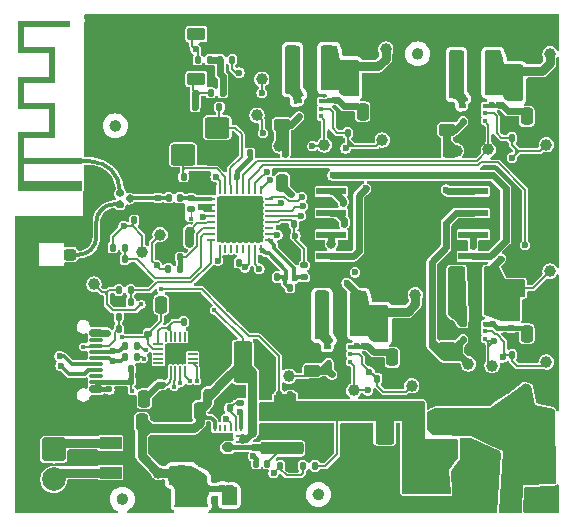
<source format=gbr>
%TF.GenerationSoftware,KiCad,Pcbnew,9.0.3*%
%TF.CreationDate,2025-12-31T13:04:55+01:00*%
%TF.ProjectId,Lars-10W-RGBW-V1,4c617273-2d31-4305-972d-524742572d56,rev?*%
%TF.SameCoordinates,Original*%
%TF.FileFunction,Copper,L1,Top*%
%TF.FilePolarity,Positive*%
%FSLAX46Y46*%
G04 Gerber Fmt 4.6, Leading zero omitted, Abs format (unit mm)*
G04 Created by KiCad (PCBNEW 9.0.3) date 2025-12-31 13:04:55*
%MOMM*%
%LPD*%
G01*
G04 APERTURE LIST*
G04 Aperture macros list*
%AMRoundRect*
0 Rectangle with rounded corners*
0 $1 Rounding radius*
0 $2 $3 $4 $5 $6 $7 $8 $9 X,Y pos of 4 corners*
0 Add a 4 corners polygon primitive as box body*
4,1,4,$2,$3,$4,$5,$6,$7,$8,$9,$2,$3,0*
0 Add four circle primitives for the rounded corners*
1,1,$1+$1,$2,$3*
1,1,$1+$1,$4,$5*
1,1,$1+$1,$6,$7*
1,1,$1+$1,$8,$9*
0 Add four rect primitives between the rounded corners*
20,1,$1+$1,$2,$3,$4,$5,0*
20,1,$1+$1,$4,$5,$6,$7,0*
20,1,$1+$1,$6,$7,$8,$9,0*
20,1,$1+$1,$8,$9,$2,$3,0*%
%AMFreePoly0*
4,1,7,1.447800,-0.050800,0.812800,-0.050800,0.508000,-0.355600,-0.508000,-0.355600,-0.508000,0.355600,1.447800,0.355600,1.447800,-0.050800,1.447800,-0.050800,$1*%
%AMFreePoly1*
4,1,9,0.546100,0.114300,0.546100,-0.114300,0.241300,-0.419100,-0.241300,-0.419100,-0.546100,-0.114300,-0.546100,0.114300,-0.241300,0.419100,0.241300,0.419100,0.546100,0.114300,0.546100,0.114300,$1*%
%AMFreePoly2*
4,1,7,0.812800,0.076200,1.447800,0.076200,1.447800,-0.381000,-0.508000,-0.381000,-0.508000,0.381000,0.508000,0.381000,0.812800,0.076200,0.812800,0.076200,$1*%
G04 Aperture macros list end*
%TA.AperFunction,EtchedComponent*%
%ADD10C,0.000000*%
%TD*%
%TA.AperFunction,EtchedComponent*%
%ADD11C,0.500000*%
%TD*%
%TA.AperFunction,SMDPad,CuDef*%
%ADD12RoundRect,0.250000X0.450000X-0.262500X0.450000X0.262500X-0.450000X0.262500X-0.450000X-0.262500X0*%
%TD*%
%TA.AperFunction,SMDPad,CuDef*%
%ADD13RoundRect,0.250000X-0.300000X-1.600000X0.300000X-1.600000X0.300000X1.600000X-0.300000X1.600000X0*%
%TD*%
%TA.AperFunction,SMDPad,CuDef*%
%ADD14RoundRect,0.140000X0.170000X-0.140000X0.170000X0.140000X-0.170000X0.140000X-0.170000X-0.140000X0*%
%TD*%
%TA.AperFunction,ComponentPad*%
%ADD15RoundRect,0.250000X-0.750000X0.750000X-0.750000X-0.750000X0.750000X-0.750000X0.750000X0.750000X0*%
%TD*%
%TA.AperFunction,ComponentPad*%
%ADD16C,2.000000*%
%TD*%
%TA.AperFunction,SMDPad,CuDef*%
%ADD17RoundRect,0.135000X-0.135000X-0.185000X0.135000X-0.185000X0.135000X0.185000X-0.135000X0.185000X0*%
%TD*%
%TA.AperFunction,SMDPad,CuDef*%
%ADD18RoundRect,0.140000X-0.140000X-0.170000X0.140000X-0.170000X0.140000X0.170000X-0.140000X0.170000X0*%
%TD*%
%TA.AperFunction,SMDPad,CuDef*%
%ADD19RoundRect,0.250000X0.250000X0.475000X-0.250000X0.475000X-0.250000X-0.475000X0.250000X-0.475000X0*%
%TD*%
%TA.AperFunction,SMDPad,CuDef*%
%ADD20RoundRect,0.140000X-0.170000X0.140000X-0.170000X-0.140000X0.170000X-0.140000X0.170000X0.140000X0*%
%TD*%
%TA.AperFunction,SMDPad,CuDef*%
%ADD21RoundRect,0.250000X-0.475000X0.250000X-0.475000X-0.250000X0.475000X-0.250000X0.475000X0.250000X0*%
%TD*%
%TA.AperFunction,SMDPad,CuDef*%
%ADD22R,2.500000X0.600000*%
%TD*%
%TA.AperFunction,SMDPad,CuDef*%
%ADD23C,6.000000*%
%TD*%
%TA.AperFunction,SMDPad,CuDef*%
%ADD24RoundRect,0.062500X-0.312500X-0.062500X0.312500X-0.062500X0.312500X0.062500X-0.312500X0.062500X0*%
%TD*%
%TA.AperFunction,SMDPad,CuDef*%
%ADD25RoundRect,0.062500X-0.062500X-0.312500X0.062500X-0.312500X0.062500X0.312500X-0.062500X0.312500X0*%
%TD*%
%TA.AperFunction,HeatsinkPad*%
%ADD26C,0.500000*%
%TD*%
%TA.AperFunction,HeatsinkPad*%
%ADD27R,3.650000X3.650000*%
%TD*%
%TA.AperFunction,SMDPad,CuDef*%
%ADD28RoundRect,0.093750X0.093750X0.106250X-0.093750X0.106250X-0.093750X-0.106250X0.093750X-0.106250X0*%
%TD*%
%TA.AperFunction,HeatsinkPad*%
%ADD29R,1.000000X1.600000*%
%TD*%
%TA.AperFunction,SMDPad,CuDef*%
%ADD30RoundRect,0.135000X0.135000X0.185000X-0.135000X0.185000X-0.135000X-0.185000X0.135000X-0.185000X0*%
%TD*%
%TA.AperFunction,SMDPad,CuDef*%
%ADD31C,1.000000*%
%TD*%
%TA.AperFunction,SMDPad,CuDef*%
%ADD32RoundRect,0.250000X-0.800000X-0.650000X0.800000X-0.650000X0.800000X0.650000X-0.800000X0.650000X0*%
%TD*%
%TA.AperFunction,SMDPad,CuDef*%
%ADD33RoundRect,0.250000X-0.250000X-0.475000X0.250000X-0.475000X0.250000X0.475000X-0.250000X0.475000X0*%
%TD*%
%TA.AperFunction,SMDPad,CuDef*%
%ADD34R,1.875000X1.050000*%
%TD*%
%TA.AperFunction,SMDPad,CuDef*%
%ADD35RoundRect,0.250000X0.550000X-1.500000X0.550000X1.500000X-0.550000X1.500000X-0.550000X-1.500000X0*%
%TD*%
%TA.AperFunction,SMDPad,CuDef*%
%ADD36RoundRect,0.135000X-0.185000X0.135000X-0.185000X-0.135000X0.185000X-0.135000X0.185000X0.135000X0*%
%TD*%
%TA.AperFunction,SMDPad,CuDef*%
%ADD37RoundRect,0.250000X0.475000X-0.250000X0.475000X0.250000X-0.475000X0.250000X-0.475000X-0.250000X0*%
%TD*%
%TA.AperFunction,ConnectorPad*%
%ADD38R,0.500000X0.500000*%
%TD*%
%TA.AperFunction,ComponentPad*%
%ADD39R,0.500000X0.900000*%
%TD*%
%TA.AperFunction,SMDPad,CuDef*%
%ADD40RoundRect,0.140000X-0.206244X-0.077224X0.036244X-0.217224X0.206244X0.077224X-0.036244X0.217224X0*%
%TD*%
%TA.AperFunction,SMDPad,CuDef*%
%ADD41RoundRect,0.250000X1.600000X-0.300000X1.600000X0.300000X-1.600000X0.300000X-1.600000X-0.300000X0*%
%TD*%
%TA.AperFunction,SMDPad,CuDef*%
%ADD42RoundRect,0.140000X0.140000X0.170000X-0.140000X0.170000X-0.140000X-0.170000X0.140000X-0.170000X0*%
%TD*%
%TA.AperFunction,SMDPad,CuDef*%
%ADD43RoundRect,0.375000X-0.625000X-0.375000X0.625000X-0.375000X0.625000X0.375000X-0.625000X0.375000X0*%
%TD*%
%TA.AperFunction,SMDPad,CuDef*%
%ADD44RoundRect,0.500000X-0.500000X-1.400000X0.500000X-1.400000X0.500000X1.400000X-0.500000X1.400000X0*%
%TD*%
%TA.AperFunction,SMDPad,CuDef*%
%ADD45RoundRect,0.250000X-0.550000X1.500000X-0.550000X-1.500000X0.550000X-1.500000X0.550000X1.500000X0*%
%TD*%
%TA.AperFunction,SMDPad,CuDef*%
%ADD46RoundRect,0.250000X0.275000X0.250000X-0.275000X0.250000X-0.275000X-0.250000X0.275000X-0.250000X0*%
%TD*%
%TA.AperFunction,SMDPad,CuDef*%
%ADD47RoundRect,0.250000X0.850000X0.275000X-0.850000X0.275000X-0.850000X-0.275000X0.850000X-0.275000X0*%
%TD*%
%TA.AperFunction,SMDPad,CuDef*%
%ADD48RoundRect,0.165000X0.610000X0.385000X-0.610000X0.385000X-0.610000X-0.385000X0.610000X-0.385000X0*%
%TD*%
%TA.AperFunction,SMDPad,CuDef*%
%ADD49RoundRect,0.050000X-0.375000X-0.050000X0.375000X-0.050000X0.375000X0.050000X-0.375000X0.050000X0*%
%TD*%
%TA.AperFunction,SMDPad,CuDef*%
%ADD50RoundRect,0.050000X-0.050000X-0.375000X0.050000X-0.375000X0.050000X0.375000X-0.050000X0.375000X0*%
%TD*%
%TA.AperFunction,HeatsinkPad*%
%ADD51R,1.650000X1.650000*%
%TD*%
%TA.AperFunction,SMDPad,CuDef*%
%ADD52RoundRect,0.140000X-0.036244X-0.217224X0.206244X-0.077224X0.036244X0.217224X-0.206244X0.077224X0*%
%TD*%
%TA.AperFunction,SMDPad,CuDef*%
%ADD53FreePoly0,0.000000*%
%TD*%
%TA.AperFunction,SMDPad,CuDef*%
%ADD54FreePoly1,0.000000*%
%TD*%
%TA.AperFunction,SMDPad,CuDef*%
%ADD55FreePoly2,0.000000*%
%TD*%
%TA.AperFunction,SMDPad,CuDef*%
%ADD56R,1.092200X0.762000*%
%TD*%
%TA.AperFunction,SMDPad,CuDef*%
%ADD57R,1.092200X0.254000*%
%TD*%
%TA.AperFunction,SMDPad,CuDef*%
%ADD58R,0.254000X0.609600*%
%TD*%
%TA.AperFunction,SMDPad,CuDef*%
%ADD59RoundRect,0.147500X-0.147500X-0.172500X0.147500X-0.172500X0.147500X0.172500X-0.147500X0.172500X0*%
%TD*%
%TA.AperFunction,SMDPad,CuDef*%
%ADD60RoundRect,0.150000X-0.425000X0.150000X-0.425000X-0.150000X0.425000X-0.150000X0.425000X0.150000X0*%
%TD*%
%TA.AperFunction,SMDPad,CuDef*%
%ADD61RoundRect,0.075000X-0.500000X0.075000X-0.500000X-0.075000X0.500000X-0.075000X0.500000X0.075000X0*%
%TD*%
%TA.AperFunction,HeatsinkPad*%
%ADD62O,2.100000X1.000000*%
%TD*%
%TA.AperFunction,HeatsinkPad*%
%ADD63O,1.800000X1.000000*%
%TD*%
%TA.AperFunction,ViaPad*%
%ADD64C,0.600000*%
%TD*%
%TA.AperFunction,ViaPad*%
%ADD65C,0.450000*%
%TD*%
%TA.AperFunction,ViaPad*%
%ADD66C,0.800000*%
%TD*%
%TA.AperFunction,ViaPad*%
%ADD67C,1.000000*%
%TD*%
%TA.AperFunction,Conductor*%
%ADD68C,0.200000*%
%TD*%
%TA.AperFunction,Conductor*%
%ADD69C,0.600000*%
%TD*%
%TA.AperFunction,Conductor*%
%ADD70C,0.349300*%
%TD*%
%TA.AperFunction,Conductor*%
%ADD71C,0.100000*%
%TD*%
%TA.AperFunction,Conductor*%
%ADD72C,0.400000*%
%TD*%
%TA.AperFunction,Conductor*%
%ADD73C,0.800000*%
%TD*%
%TA.AperFunction,Conductor*%
%ADD74C,0.300000*%
%TD*%
%TA.AperFunction,Conductor*%
%ADD75C,0.334300*%
%TD*%
G04 APERTURE END LIST*
D10*
%TA.AperFunction,EtchedComponent*%
%TO.C,AE101*%
G36*
X110290000Y-40150000D02*
G01*
X106350000Y-40150000D01*
X106350000Y-41850000D01*
X108990000Y-41850000D01*
X108990000Y-44850000D01*
X106350000Y-44850000D01*
X106350000Y-46550000D01*
X108990000Y-46550000D01*
X108990000Y-49550000D01*
X106350000Y-49550000D01*
X106350000Y-51250000D01*
X111250000Y-51250000D01*
X111250000Y-51750000D01*
X106350000Y-51750000D01*
X106350000Y-53150000D01*
X111250000Y-53150000D01*
X111250000Y-54050000D01*
X111006785Y-54050000D01*
X105850000Y-54050000D01*
X105850000Y-53607267D01*
X110852018Y-53607267D01*
X110859908Y-53655353D01*
X110876814Y-53688245D01*
X110913584Y-53723185D01*
X110958378Y-53742847D01*
X111006785Y-53747583D01*
X111054395Y-53737742D01*
X111096797Y-53713674D01*
X111129581Y-53675731D01*
X111133935Y-53667819D01*
X111146043Y-53625156D01*
X111145300Y-53576637D01*
X111132400Y-53531122D01*
X111121787Y-53512511D01*
X111086553Y-53478868D01*
X111041368Y-53458309D01*
X110991842Y-53451778D01*
X110943583Y-53460218D01*
X110911357Y-53477112D01*
X110878687Y-53512372D01*
X110858592Y-53557682D01*
X110852018Y-53607267D01*
X105850000Y-53607267D01*
X105850000Y-49050000D01*
X108490000Y-49050000D01*
X108490000Y-47050000D01*
X105850000Y-47050000D01*
X105850000Y-44350000D01*
X108490000Y-44350000D01*
X108490000Y-42350000D01*
X105850000Y-42350000D01*
X105850000Y-39650000D01*
X110290000Y-39650000D01*
X110290000Y-40150000D01*
G37*
%TD.AperFunction*%
%TO.C,FID2*%
D11*
X139950000Y-42400000D02*
G75*
G02*
X139450000Y-42400000I-250000J0D01*
G01*
X139450000Y-42400000D02*
G75*
G02*
X139950000Y-42400000I250000J0D01*
G01*
%TO.C,FID4*%
X114950000Y-80100000D02*
G75*
G02*
X114450000Y-80100000I-250000J0D01*
G01*
X114450000Y-80100000D02*
G75*
G02*
X114950000Y-80100000I250000J0D01*
G01*
%TO.C,FID1*%
X114350000Y-48500000D02*
G75*
G02*
X113850000Y-48500000I-250000J0D01*
G01*
X113850000Y-48500000D02*
G75*
G02*
X114350000Y-48500000I250000J0D01*
G01*
%TO.C,FID3*%
X131550000Y-79700000D02*
G75*
G02*
X131050000Y-79700000I-250000J0D01*
G01*
X131050000Y-79700000D02*
G75*
G02*
X131550000Y-79700000I250000J0D01*
G01*
%TD*%
D12*
%TO.P,R501,1*%
%TO.N,/LedDriverWhite/LED-*%
X142200000Y-48812500D03*
%TO.P,R501,2*%
%TO.N,GND*%
X142200000Y-46987500D03*
%TD*%
%TO.P,R401,1*%
%TO.N,/LedDriverBlue/LED-*%
X142200000Y-67312500D03*
%TO.P,R401,2*%
%TO.N,GND*%
X142200000Y-65487500D03*
%TD*%
%TO.P,R301,1*%
%TO.N,/LedDriverGreen/LED-*%
X130800000Y-69212500D03*
%TO.P,R301,2*%
%TO.N,GND*%
X130800000Y-67387500D03*
%TD*%
%TO.P,R201,1*%
%TO.N,/LedDriverRed/LED-*%
X128200000Y-48412500D03*
%TO.P,R201,2*%
%TO.N,GND*%
X128200000Y-46587500D03*
%TD*%
D13*
%TO.P,L401,1,1*%
%TO.N,Net-(U402-SW)*%
X143000000Y-62400000D03*
%TO.P,L401,2,2*%
%TO.N,/LedDriverBlue/LED+*%
X146000000Y-62400000D03*
%TD*%
D14*
%TO.P,C609,1*%
%TO.N,Net-(U602-VCC)*%
X124700000Y-71980000D03*
%TO.P,C609,2*%
%TO.N,GND*%
X124700000Y-71020000D03*
%TD*%
D15*
%TO.P,J601,1,Pin_1*%
%TO.N,Net-(J601-Pin_1)*%
X108900000Y-75900000D03*
D16*
%TO.P,J601,2,Pin_2*%
%TO.N,Net-(J601-Pin_2)*%
X108900000Y-78440000D03*
%TD*%
D17*
%TO.P,R20,1*%
%TO.N,Net-(U1-DRV)*%
X119890000Y-65100000D03*
%TO.P,R20,2*%
%TO.N,GND*%
X120910000Y-65100000D03*
%TD*%
D18*
%TO.P,C614,1*%
%TO.N,+5V*%
X128920000Y-71300000D03*
%TO.P,C614,2*%
%TO.N,GND*%
X129880000Y-71300000D03*
%TD*%
D19*
%TO.P,C303,1*%
%TO.N,GND*%
X139450000Y-68100000D03*
%TO.P,C303,2*%
%TO.N,+5V*%
X137550000Y-68100000D03*
%TD*%
D20*
%TO.P,C19,1*%
%TO.N,Net-(U1-VDD)*%
X118100000Y-70420000D03*
%TO.P,C19,2*%
%TO.N,GND*%
X118100000Y-71380000D03*
%TD*%
D21*
%TO.P,C612,1*%
%TO.N,+5V*%
X131500000Y-72550000D03*
%TO.P,C612,2*%
%TO.N,GND*%
X131500000Y-74450000D03*
%TD*%
D17*
%TO.P,R19,1*%
%TO.N,/USB_D+*%
X114890000Y-68100000D03*
%TO.P,R19,2*%
%TO.N,Net-(U1-DP)*%
X115910000Y-68100000D03*
%TD*%
D22*
%TO.P,D2,1,KR*%
%TO.N,/LedDriverRed/LED-*%
X144400000Y-59545000D03*
%TO.P,D2,2,KG*%
%TO.N,/LedDriverGreen/LED-*%
X144400000Y-57715000D03*
%TO.P,D2,3,KB*%
%TO.N,/LedDriverBlue/LED-*%
X144400000Y-55885000D03*
%TO.P,D2,4,KW*%
%TO.N,/LedDriverWhite/LED-*%
X144400000Y-54055000D03*
%TO.P,D2,5,AR*%
%TO.N,/LedDriverRed/LED+*%
X132400000Y-59545000D03*
%TO.P,D2,6,AG*%
%TO.N,/LedDriverGreen/LED+*%
X132400000Y-57715000D03*
%TO.P,D2,7,AB*%
%TO.N,/LedDriverBlue/LED+*%
X132400000Y-55885000D03*
%TO.P,D2,8,AW*%
%TO.N,/LedDriverWhite/LED+*%
X132400000Y-54055000D03*
D23*
%TO.P,D2,9,EP*%
%TO.N,GND*%
X138400000Y-56800000D03*
%TD*%
D14*
%TO.P,C504,1*%
%TO.N,GND*%
X147600000Y-48180000D03*
%TO.P,C504,2*%
%TO.N,+5V*%
X147600000Y-47220000D03*
%TD*%
D24*
%TO.P,U101,1,ANT*%
%TO.N,Net-(U101-ANT)*%
X122205000Y-54670000D03*
%TO.P,U101,2,VDDA3P3*%
%TO.N,+3V3*%
X122205000Y-55170000D03*
%TO.P,U101,3,VDDA3P3*%
X122205000Y-55670000D03*
%TO.P,U101,4,CHIP_PU*%
%TO.N,/ESP_CHIP_PU*%
X122205000Y-56170000D03*
%TO.P,U101,5,VDDPST1*%
%TO.N,+3V3*%
X122205000Y-56670000D03*
%TO.P,U101,6,XTAL_32K_P*%
%TO.N,/ADC1_CH0*%
X122205000Y-57170000D03*
%TO.P,U101,7,XTAL_32K_N*%
%TO.N,/ADC1_CH1*%
X122205000Y-57670000D03*
%TO.P,U101,8,GPIO2*%
%TO.N,/ADC1_CH2*%
X122205000Y-58170000D03*
D25*
%TO.P,U101,9,GPIO3*%
%TO.N,/ENB*%
X122930000Y-58895000D03*
%TO.P,U101,10,MTMS*%
%TO.N,unconnected-(U101-MTMS-Pad10)*%
X123430000Y-58895000D03*
%TO.P,U101,11,MTDI*%
%TO.N,unconnected-(U101-MTDI-Pad11)*%
X123930000Y-58895000D03*
%TO.P,U101,12,MTCk*%
%TO.N,unconnected-(U101-MTCk-Pad12)*%
X124430000Y-58895000D03*
%TO.P,U101,13,MTDO*%
%TO.N,unconnected-(U101-MTDO-Pad13)*%
X124930000Y-58895000D03*
%TO.P,U101,14,GPIO8*%
%TO.N,/GPIO8*%
X125430000Y-58895000D03*
%TO.P,U101,15,GPIO9*%
%TO.N,/GPIO9*%
X125930000Y-58895000D03*
%TO.P,U101,16,GPIO12*%
%TO.N,/USB_D-*%
X126430000Y-58895000D03*
D24*
%TO.P,U101,17,GPIO13*%
%TO.N,/USB_D+*%
X127155000Y-58170000D03*
%TO.P,U101,18,GPIO14*%
%TO.N,/ENW*%
X127155000Y-57670000D03*
%TO.P,U101,19,GPIO15*%
%TO.N,/GPIO15*%
X127155000Y-57170000D03*
%TO.P,U101,20,VDDPST2*%
%TO.N,+3V3*%
X127155000Y-56670000D03*
%TO.P,U101,21,UOTXD*%
%TO.N,Net-(U101-UOTXD)*%
X127155000Y-56170000D03*
%TO.P,U101,22,UORXD*%
%TO.N,Net-(U101-UORXD)*%
X127155000Y-55670000D03*
%TO.P,U101,23,SDIO_CMD*%
%TO.N,/ENG*%
X127155000Y-55170000D03*
%TO.P,U101,24,SDIO_CLK*%
%TO.N,/ENR*%
X127155000Y-54670000D03*
D25*
%TO.P,U101,25,SDIO_DATA0*%
%TO.N,/PWMR*%
X126430000Y-53945000D03*
%TO.P,U101,26,SDIO_DATA1*%
%TO.N,/PWMG*%
X125930000Y-53945000D03*
%TO.P,U101,27,SDIO_DATA2*%
%TO.N,/PWMB*%
X125430000Y-53945000D03*
%TO.P,U101,28,SDIO_DATA3*%
%TO.N,/PWMW*%
X124930000Y-53945000D03*
%TO.P,U101,29,VDDA1*%
%TO.N,+3V3*%
X124430000Y-53945000D03*
%TO.P,U101,30,XTAL_N*%
%TO.N,Net-(U101-XTAL_N)*%
X123930000Y-53945000D03*
%TO.P,U101,31,XTAL_P*%
%TO.N,Net-(U101-XTAL_P)*%
X123430000Y-53945000D03*
%TO.P,U101,32,VDDA2*%
%TO.N,+3V3*%
X122930000Y-53945000D03*
D26*
%TO.P,U101,33,GND*%
%TO.N,GND*%
X123680000Y-55420000D03*
X123680000Y-56420000D03*
X123680000Y-57420000D03*
X124680000Y-55420000D03*
X124680000Y-56420000D03*
D27*
X124680000Y-56420000D03*
D26*
X124680000Y-57420000D03*
X125680000Y-55420000D03*
X125680000Y-56420000D03*
X125680000Y-57420000D03*
%TD*%
D20*
%TO.P,C14,1*%
%TO.N,Net-(U101-ANT)*%
X120500000Y-54620000D03*
%TO.P,C14,2*%
%TO.N,GND*%
X120500000Y-55580000D03*
%TD*%
D18*
%TO.P,C615,1*%
%TO.N,Net-(U602-BS)*%
X126020000Y-77100000D03*
%TO.P,C615,2*%
%TO.N,Net-(U602-LX)*%
X126980000Y-77100000D03*
%TD*%
D28*
%TO.P,U302,1,PWM*%
%TO.N,/PWMG*%
X133987500Y-68500000D03*
%TO.P,U302,2,EN*%
%TO.N,/ENG*%
X133987500Y-67850000D03*
%TO.P,U302,3,VIN*%
%TO.N,+5V*%
X133987500Y-67200000D03*
%TO.P,U302,4,SW*%
%TO.N,Net-(U302-SW)*%
X132212500Y-67200000D03*
%TO.P,U302,5,GND*%
%TO.N,GND*%
X132212500Y-67850000D03*
%TO.P,U302,6,FB*%
%TO.N,/LedDriverGreen/LED-*%
X132212500Y-68500000D03*
D26*
%TO.P,U302,7,EP*%
%TO.N,GND*%
X133100000Y-68400000D03*
D29*
X133100000Y-67850000D03*
D26*
X133100000Y-67300000D03*
%TD*%
D30*
%TO.P,R13,1*%
%TO.N,/ADC1_CH1*%
X114920000Y-58800000D03*
%TO.P,R13,2*%
%TO.N,+3V3*%
X113900000Y-58800000D03*
%TD*%
D31*
%TO.P,TP15,1,1*%
%TO.N,/LedDriverGreen/LED-*%
X128800000Y-69700000D03*
%TD*%
D30*
%TO.P,R1,1*%
%TO.N,GND*%
X116433995Y-70076394D03*
%TO.P,R1,2*%
%TO.N,Net-(J1-CC2)*%
X115413995Y-70076394D03*
%TD*%
D32*
%TO.P,Y1,1,1*%
%TO.N,Net-(U101-XTAL_P)*%
X119850000Y-50950000D03*
%TO.P,Y1,2,2*%
%TO.N,GND*%
X122750000Y-50950000D03*
%TO.P,Y1,3,3*%
%TO.N,Net-(U101-XTAL_N)*%
X122750000Y-48650000D03*
%TO.P,Y1,4,4*%
%TO.N,GND*%
X119850000Y-48650000D03*
%TD*%
D31*
%TO.P,TP2,1,1*%
%TO.N,Net-(U101-UOTXD)*%
X126500000Y-44550000D03*
%TD*%
D33*
%TO.P,C18,1*%
%TO.N,Net-(D1-A)*%
X117983005Y-63639666D03*
%TO.P,C18,2*%
%TO.N,GND*%
X119883005Y-63639666D03*
%TD*%
D34*
%TO.P,U601,1,+*%
%TO.N,/Vbus*%
X119700000Y-77850000D03*
%TO.P,U601,2,-*%
%TO.N,GND*%
X119700000Y-75350000D03*
%TO.P,U601,3*%
%TO.N,Net-(J601-Pin_1)*%
X113700000Y-75350000D03*
%TO.P,U601,4*%
%TO.N,Net-(J601-Pin_2)*%
X113700000Y-77850000D03*
%TD*%
D28*
%TO.P,U402,1,PWM*%
%TO.N,/PWMB*%
X145387500Y-66550000D03*
%TO.P,U402,2,EN*%
%TO.N,/ENB*%
X145387500Y-65900000D03*
%TO.P,U402,3,VIN*%
%TO.N,+5V*%
X145387500Y-65250000D03*
%TO.P,U402,4,SW*%
%TO.N,Net-(U402-SW)*%
X143612500Y-65250000D03*
%TO.P,U402,5,GND*%
%TO.N,GND*%
X143612500Y-65900000D03*
%TO.P,U402,6,FB*%
%TO.N,/LedDriverBlue/LED-*%
X143612500Y-66550000D03*
D26*
%TO.P,U402,7,EP*%
%TO.N,GND*%
X144500000Y-66450000D03*
D29*
X144500000Y-65900000D03*
D26*
X144500000Y-65350000D03*
%TD*%
D30*
%TO.P,R15,1*%
%TO.N,/ADC1_CH2*%
X115410000Y-62400000D03*
%TO.P,R15,2*%
%TO.N,/Vbus*%
X114390000Y-62400000D03*
%TD*%
D13*
%TO.P,L501,1,1*%
%TO.N,Net-(U502-SW)*%
X143000000Y-43900000D03*
%TO.P,L501,2,2*%
%TO.N,/LedDriverWhite/LED+*%
X146000000Y-43900000D03*
%TD*%
%TO.P,L301,1,1*%
%TO.N,Net-(U302-SW)*%
X131600000Y-64300000D03*
%TO.P,L301,2,2*%
%TO.N,/LedDriverGreen/LED+*%
X134600000Y-64300000D03*
%TD*%
D14*
%TO.P,C204,1*%
%TO.N,GND*%
X133705000Y-47785000D03*
%TO.P,C204,2*%
%TO.N,+5V*%
X133705000Y-46825000D03*
%TD*%
D33*
%TO.P,C201,1*%
%TO.N,/LedDriverRed/LED+*%
X133655000Y-45205000D03*
%TO.P,C201,2*%
%TO.N,GND*%
X135555000Y-45205000D03*
%TD*%
D31*
%TO.P,TP19,1,1*%
%TO.N,/LedDriverGreen/LED+*%
X139500000Y-62800000D03*
%TD*%
D35*
%TO.P,C601,1*%
%TO.N,/Vbus*%
X124900000Y-68500000D03*
%TO.P,C601,2*%
%TO.N,GND*%
X124900000Y-62900000D03*
%TD*%
D30*
%TO.P,R12,1*%
%TO.N,/ADC1_CH0*%
X119610000Y-60600000D03*
%TO.P,R12,2*%
%TO.N,+5V*%
X118590000Y-60600000D03*
%TD*%
D31*
%TO.P,TP8,1,1*%
%TO.N,/PWMB*%
X146000000Y-68800000D03*
%TD*%
D17*
%TO.P,R9,1*%
%TO.N,+3V3*%
X122990000Y-42900000D03*
%TO.P,R9,2*%
%TO.N,/GPIO9*%
X124010000Y-42900000D03*
%TD*%
D33*
%TO.P,C15,1*%
%TO.N,/Vbus*%
X123750000Y-79700000D03*
%TO.P,C15,2*%
%TO.N,GND*%
X125650000Y-79700000D03*
%TD*%
D36*
%TO.P,R5,1*%
%TO.N,+3V3*%
X130100000Y-60290000D03*
%TO.P,R5,2*%
%TO.N,/USB_D+*%
X130100000Y-61310000D03*
%TD*%
D31*
%TO.P,TP5,1,1*%
%TO.N,+3V3*%
X116400000Y-59200000D03*
%TD*%
D14*
%TO.P,C13,1*%
%TO.N,Net-(C102-Pad2)*%
X117700000Y-54580000D03*
%TO.P,C13,2*%
%TO.N,GND*%
X117700000Y-53620000D03*
%TD*%
D37*
%TO.P,C402,1*%
%TO.N,/LedDriverBlue/LED+*%
X147800000Y-62250000D03*
%TO.P,C402,2*%
%TO.N,GND*%
X147800000Y-60350000D03*
%TD*%
D38*
%TO.P,AE101,1,A*%
%TO.N,Net-(AE101-A)*%
X111000000Y-51500000D03*
D39*
%TO.P,AE101,2,Shield*%
%TO.N,GND*%
X111000000Y-53600000D03*
%TD*%
D37*
%TO.P,C11,1*%
%TO.N,+3V3*%
X150600000Y-73300000D03*
%TO.P,C11,2*%
%TO.N,GND*%
X150600000Y-71400000D03*
%TD*%
D13*
%TO.P,L201,1,1*%
%TO.N,Net-(U202-SW)*%
X129100000Y-43500000D03*
%TO.P,L201,2,2*%
%TO.N,/LedDriverRed/LED+*%
X132100000Y-43500000D03*
%TD*%
D17*
%TO.P,R402,1*%
%TO.N,/ENB*%
X147690000Y-67900000D03*
%TO.P,R402,2*%
%TO.N,GND*%
X148710000Y-67900000D03*
%TD*%
D14*
%TO.P,C404,1*%
%TO.N,GND*%
X147600000Y-66580000D03*
%TO.P,C404,2*%
%TO.N,+5V*%
X147600000Y-65620000D03*
%TD*%
D28*
%TO.P,U202,1,PWM*%
%TO.N,/PWMR*%
X131492500Y-47705000D03*
%TO.P,U202,2,EN*%
%TO.N,/ENR*%
X131492500Y-47055000D03*
%TO.P,U202,3,VIN*%
%TO.N,+5V*%
X131492500Y-46405000D03*
%TO.P,U202,4,SW*%
%TO.N,Net-(U202-SW)*%
X129717500Y-46405000D03*
%TO.P,U202,5,GND*%
%TO.N,GND*%
X129717500Y-47055000D03*
%TO.P,U202,6,FB*%
%TO.N,/LedDriverRed/LED-*%
X129717500Y-47705000D03*
D26*
%TO.P,U202,7,EP*%
%TO.N,GND*%
X130605000Y-47605000D03*
D29*
X130605000Y-47055000D03*
D26*
X130605000Y-46505000D03*
%TD*%
D31*
%TO.P,TP20,1,1*%
%TO.N,/LedDriverBlue/LED+*%
X150900000Y-60800000D03*
%TD*%
D40*
%TO.P,C102,1*%
%TO.N,Net-(AE101-A)*%
X114484308Y-54160000D03*
%TO.P,C102,2*%
%TO.N,Net-(C102-Pad2)*%
X115315692Y-54640000D03*
%TD*%
D17*
%TO.P,R202,1*%
%TO.N,/ENR*%
X133795000Y-49105000D03*
%TO.P,R202,2*%
%TO.N,GND*%
X134815000Y-49105000D03*
%TD*%
D31*
%TO.P,TP21,1,1*%
%TO.N,/LedDriverWhite/LED+*%
X150900000Y-42400000D03*
%TD*%
D41*
%TO.P,L601,1,1*%
%TO.N,Net-(U602-LX)*%
X128200000Y-75800000D03*
%TO.P,L601,2,2*%
%TO.N,+5V*%
X128200000Y-72800000D03*
%TD*%
D19*
%TO.P,C607,1*%
%TO.N,/Vbus*%
X121250000Y-72600000D03*
%TO.P,C607,2*%
%TO.N,GND*%
X119350000Y-72600000D03*
%TD*%
D42*
%TO.P,C12,1*%
%TO.N,+3V3*%
X120380000Y-58400000D03*
%TO.P,C12,2*%
%TO.N,GND*%
X119420000Y-58400000D03*
%TD*%
D19*
%TO.P,C203,1*%
%TO.N,GND*%
X136955000Y-47305000D03*
%TO.P,C203,2*%
%TO.N,+5V*%
X135055000Y-47305000D03*
%TD*%
D43*
%TO.P,U603,1,GND*%
%TO.N,GND*%
X141950000Y-71200000D03*
%TO.P,U603,2,Vout*%
%TO.N,+3V3*%
X141950000Y-73500000D03*
%TO.P,U603,3,Vin*%
%TO.N,+5V*%
X141950000Y-75800000D03*
D44*
%TO.P,U603,4,Tab(Vout)*%
%TO.N,+3V3*%
X148250000Y-73500000D03*
%TD*%
D42*
%TO.P,C613,1*%
%TO.N,+5V*%
X127980000Y-71300000D03*
%TO.P,C613,2*%
%TO.N,GND*%
X127020000Y-71300000D03*
%TD*%
D17*
%TO.P,R11,1*%
%TO.N,GND*%
X118590000Y-59610000D03*
%TO.P,R11,2*%
%TO.N,/ADC1_CH0*%
X119610000Y-59610000D03*
%TD*%
D33*
%TO.P,C610,1*%
%TO.N,+5V*%
X141850000Y-78600000D03*
%TO.P,C610,2*%
%TO.N,GND*%
X143750000Y-78600000D03*
%TD*%
D30*
%TO.P,R7,1*%
%TO.N,GND*%
X129910000Y-62200000D03*
%TO.P,R7,2*%
%TO.N,/USB_D-*%
X128890000Y-62200000D03*
%TD*%
D42*
%TO.P,C604,1*%
%TO.N,/Vbus*%
X121880000Y-71100000D03*
%TO.P,C604,2*%
%TO.N,GND*%
X120920000Y-71100000D03*
%TD*%
D30*
%TO.P,R601,1*%
%TO.N,+5V*%
X131010000Y-77300000D03*
%TO.P,R601,2*%
%TO.N,Net-(U602-FB)*%
X129990000Y-77300000D03*
%TD*%
D45*
%TO.P,C611,1*%
%TO.N,+5V*%
X136900000Y-73700000D03*
%TO.P,C611,2*%
%TO.N,GND*%
X136900000Y-79300000D03*
%TD*%
D18*
%TO.P,C2,1*%
%TO.N,GND*%
X118920000Y-52800000D03*
%TO.P,C2,2*%
%TO.N,Net-(U101-XTAL_P)*%
X119880000Y-52800000D03*
%TD*%
D17*
%TO.P,R14,1*%
%TO.N,GND*%
X113890000Y-59800000D03*
%TO.P,R14,2*%
%TO.N,/ADC1_CH1*%
X114910000Y-59800000D03*
%TD*%
%TO.P,R6,1*%
%TO.N,GND*%
X126790000Y-61300000D03*
%TO.P,R6,2*%
%TO.N,/USB_D-*%
X127810000Y-61300000D03*
%TD*%
D14*
%TO.P,C304,1*%
%TO.N,GND*%
X136200000Y-68580000D03*
%TO.P,C304,2*%
%TO.N,+5V*%
X136200000Y-67620000D03*
%TD*%
D46*
%TO.P,J101,1,In*%
%TO.N,Net-(J101-In)*%
X110300000Y-59400000D03*
D47*
%TO.P,J101,2,Ext*%
%TO.N,GND*%
X108775000Y-60875000D03*
X108775000Y-57925000D03*
%TD*%
D14*
%TO.P,C17,1*%
%TO.N,Net-(D1-A)*%
X116900000Y-66080000D03*
%TO.P,C17,2*%
%TO.N,GND*%
X116900000Y-65120000D03*
%TD*%
D18*
%TO.P,C5,1*%
%TO.N,+3V3*%
X129240000Y-56800000D03*
%TO.P,C5,2*%
%TO.N,GND*%
X130200000Y-56800000D03*
%TD*%
D31*
%TO.P,TP11,1,1*%
%TO.N,/ENG*%
X139200000Y-70500000D03*
%TD*%
%TO.P,TP14,1,1*%
%TO.N,/LedDriverRed/LED-*%
X128000000Y-50200000D03*
%TD*%
D17*
%TO.P,R502,1*%
%TO.N,/ENW*%
X147690000Y-49500000D03*
%TO.P,R502,2*%
%TO.N,GND*%
X148710000Y-49500000D03*
%TD*%
D33*
%TO.P,C617,1*%
%TO.N,+3V3*%
X128250000Y-53300000D03*
%TO.P,C617,2*%
%TO.N,GND*%
X130150000Y-53300000D03*
%TD*%
D17*
%TO.P,R16,1*%
%TO.N,GND*%
X114380000Y-63400000D03*
%TO.P,R16,2*%
%TO.N,/ADC1_CH2*%
X115400000Y-63400000D03*
%TD*%
D19*
%TO.P,C603,1*%
%TO.N,/Vbus*%
X120250000Y-79900000D03*
%TO.P,C603,2*%
%TO.N,GND*%
X118350000Y-79900000D03*
%TD*%
D48*
%TO.P,SW2,1,A*%
%TO.N,/GPIO8*%
X120970000Y-40730000D03*
%TO.P,SW2,2,B*%
%TO.N,GND*%
X114020000Y-40730000D03*
%TD*%
D31*
%TO.P,TP16,1,1*%
%TO.N,/LedDriverBlue/LED-*%
X143996973Y-68651551D03*
%TD*%
%TO.P,TP1,1,1*%
%TO.N,Net-(U101-UORXD)*%
X126100000Y-47600000D03*
%TD*%
D18*
%TO.P,C6,1*%
%TO.N,+3V3*%
X125520000Y-50800000D03*
%TO.P,C6,2*%
%TO.N,GND*%
X126480000Y-50800000D03*
%TD*%
D31*
%TO.P,TP18,1,1*%
%TO.N,/LedDriverRed/LED+*%
X137005000Y-42005000D03*
%TD*%
D17*
%TO.P,R602,1*%
%TO.N,Net-(U602-FB)*%
X128090000Y-77300000D03*
%TO.P,R602,2*%
%TO.N,GND*%
X129110000Y-77300000D03*
%TD*%
D37*
%TO.P,C202,1*%
%TO.N,/LedDriverRed/LED+*%
X133905000Y-43455000D03*
%TO.P,C202,2*%
%TO.N,GND*%
X133905000Y-41555000D03*
%TD*%
D18*
%TO.P,C606,1*%
%TO.N,/Vbus*%
X121520000Y-78400000D03*
%TO.P,C606,2*%
%TO.N,GND*%
X122480000Y-78400000D03*
%TD*%
%TO.P,C7,1*%
%TO.N,+3V3*%
X115720000Y-56500000D03*
%TO.P,C7,2*%
%TO.N,GND*%
X116680000Y-56500000D03*
%TD*%
D48*
%TO.P,SW1,1,A*%
%TO.N,/ESP_CHIP_PU*%
X120970000Y-44530000D03*
%TO.P,SW1,2,B*%
%TO.N,GND*%
X114020000Y-44530000D03*
%TD*%
D33*
%TO.P,C401,1*%
%TO.N,/LedDriverBlue/LED+*%
X147550000Y-64000000D03*
%TO.P,C401,2*%
%TO.N,GND*%
X149450000Y-64000000D03*
%TD*%
D42*
%TO.P,C608,1*%
%TO.N,Net-(U602-VCC)*%
X123780000Y-72400000D03*
%TO.P,C608,2*%
%TO.N,GND*%
X122820000Y-72400000D03*
%TD*%
D19*
%TO.P,C403,1*%
%TO.N,GND*%
X150850000Y-66100000D03*
%TO.P,C403,2*%
%TO.N,+5V*%
X148950000Y-66100000D03*
%TD*%
D31*
%TO.P,TP4,1,1*%
%TO.N,+5V*%
X117900000Y-57700000D03*
%TD*%
D17*
%TO.P,R302,1*%
%TO.N,/ENG*%
X136290000Y-69900000D03*
%TO.P,R302,2*%
%TO.N,GND*%
X137310000Y-69900000D03*
%TD*%
D31*
%TO.P,TP12,1,1*%
%TO.N,/ENB*%
X150600000Y-68500000D03*
%TD*%
D37*
%TO.P,C302,1*%
%TO.N,/LedDriverGreen/LED+*%
X136400000Y-64250000D03*
%TO.P,C302,2*%
%TO.N,GND*%
X136400000Y-62350000D03*
%TD*%
D17*
%TO.P,R18,1*%
%TO.N,/USB_D-*%
X114890000Y-67100000D03*
%TO.P,R18,2*%
%TO.N,Net-(U1-DN)*%
X115910000Y-67100000D03*
%TD*%
D49*
%TO.P,U1,1,DRV*%
%TO.N,Net-(U1-DRV)*%
X117750000Y-67000000D03*
%TO.P,U1,2,VBUS*%
%TO.N,Net-(D1-A)*%
X117750000Y-67400000D03*
%TO.P,U1,3,NC*%
%TO.N,unconnected-(U1-NC-Pad3)*%
X117750000Y-67800000D03*
%TO.P,U1,4,NC*%
%TO.N,unconnected-(U1-NC-Pad4)*%
X117750000Y-68200000D03*
%TO.P,U1,5,GATE*%
%TO.N,unconnected-(U1-GATE-Pad5)*%
X117750000Y-68600000D03*
D50*
%TO.P,U1,6,NMOS*%
%TO.N,GND*%
X118400000Y-69250000D03*
%TO.P,U1,7,VDD*%
%TO.N,Net-(U1-VDD)*%
X118800000Y-69250000D03*
%TO.P,U1,8,DP*%
%TO.N,Net-(U1-DP)*%
X119200000Y-69250000D03*
%TO.P,U1,9,DN*%
%TO.N,Net-(U1-DN)*%
X119600000Y-69250000D03*
%TO.P,U1,10,CC1*%
%TO.N,Net-(J1-CC1)*%
X120000000Y-69250000D03*
D49*
%TO.P,U1,11,CC2*%
%TO.N,Net-(J1-CC2)*%
X120650000Y-68600000D03*
%TO.P,U1,12,GFGI3*%
%TO.N,unconnected-(U1-GFGI3-Pad12)*%
X120650000Y-68200000D03*
%TO.P,U1,13,GFGI2*%
%TO.N,unconnected-(U1-GFGI2-Pad13)*%
X120650000Y-67800000D03*
%TO.P,U1,14,ISP*%
%TO.N,GND*%
X120650000Y-67400000D03*
%TO.P,U1,15,ISN*%
X120650000Y-67000000D03*
D50*
%TO.P,U1,16,NC*%
%TO.N,unconnected-(U1-NC-Pad16)*%
X120000000Y-66350000D03*
%TO.P,U1,17,NC*%
%TO.N,unconnected-(U1-NC-Pad17)*%
X119600000Y-66350000D03*
%TO.P,U1,18,NC*%
%TO.N,unconnected-(U1-NC-Pad18)*%
X119200000Y-66350000D03*
%TO.P,U1,19,GFGI1*%
%TO.N,Net-(U1-DRV)*%
X118800000Y-66350000D03*
%TO.P,U1,20,NC*%
%TO.N,unconnected-(U1-NC-Pad20)*%
X118400000Y-66350000D03*
D26*
%TO.P,U1,21,GND*%
%TO.N,GND*%
X118625000Y-67225000D03*
X118625000Y-68375000D03*
D51*
X119200000Y-67800000D03*
D26*
X119775000Y-67225000D03*
X119775000Y-68375000D03*
%TD*%
D31*
%TO.P,TP7,1,1*%
%TO.N,/PWMG*%
X134300000Y-70900000D03*
%TD*%
D19*
%TO.P,C503,1*%
%TO.N,GND*%
X150850000Y-47700000D03*
%TO.P,C503,2*%
%TO.N,+5V*%
X148950000Y-47700000D03*
%TD*%
D20*
%TO.P,C101,1*%
%TO.N,Net-(AE101-A)*%
X114500000Y-54220000D03*
%TO.P,C101,2*%
%TO.N,Net-(J101-In)*%
X114500000Y-55180000D03*
%TD*%
D30*
%TO.P,R10,1*%
%TO.N,+3V3*%
X122110000Y-42900000D03*
%TO.P,R10,2*%
%TO.N,/GPIO8*%
X121090000Y-42900000D03*
%TD*%
D52*
%TO.P,C103,1*%
%TO.N,Net-(J101-In)*%
X114484308Y-55140000D03*
%TO.P,C103,2*%
%TO.N,Net-(C102-Pad2)*%
X115315692Y-54660000D03*
%TD*%
D33*
%TO.P,C501,1*%
%TO.N,/LedDriverWhite/LED+*%
X147550000Y-45600000D03*
%TO.P,C501,2*%
%TO.N,GND*%
X149450000Y-45600000D03*
%TD*%
D31*
%TO.P,TP17,1,1*%
%TO.N,/LedDriverWhite/LED-*%
X143000000Y-50600000D03*
%TD*%
D18*
%TO.P,C605,1*%
%TO.N,/Vbus*%
X121520000Y-80200000D03*
%TO.P,C605,2*%
%TO.N,GND*%
X122480000Y-80200000D03*
%TD*%
D31*
%TO.P,TP6,1,1*%
%TO.N,/PWMR*%
X131805000Y-50105000D03*
%TD*%
D19*
%TO.P,C16,1*%
%TO.N,/Vbus*%
X116350000Y-73600000D03*
%TO.P,C16,2*%
%TO.N,GND*%
X114450000Y-73600000D03*
%TD*%
D42*
%TO.P,C1,1*%
%TO.N,GND*%
X123880000Y-46900000D03*
%TO.P,C1,2*%
%TO.N,Net-(U101-XTAL_N)*%
X122920000Y-46900000D03*
%TD*%
D31*
%TO.P,TP10,1,1*%
%TO.N,/ENR*%
X136705000Y-49705000D03*
%TD*%
D30*
%TO.P,R2,1*%
%TO.N,GND*%
X116433995Y-69076394D03*
%TO.P,R2,2*%
%TO.N,Net-(J1-CC2)*%
X115413995Y-69076394D03*
%TD*%
D37*
%TO.P,C502,1*%
%TO.N,/LedDriverWhite/LED+*%
X147800000Y-43850000D03*
%TO.P,C502,2*%
%TO.N,GND*%
X147800000Y-41950000D03*
%TD*%
D19*
%TO.P,C9,1*%
%TO.N,+3V3*%
X147550000Y-80500000D03*
%TO.P,C9,2*%
%TO.N,GND*%
X145650000Y-80500000D03*
%TD*%
D30*
%TO.P,R4,1*%
%TO.N,GND*%
X115400000Y-64700000D03*
%TO.P,R4,2*%
%TO.N,Net-(J1-CC1)*%
X114380000Y-64700000D03*
%TD*%
D31*
%TO.P,TP9,1,1*%
%TO.N,/PWMW*%
X145700000Y-50500000D03*
%TD*%
D42*
%TO.P,C8,1*%
%TO.N,+3V3*%
X120380000Y-57400000D03*
%TO.P,C8,2*%
%TO.N,GND*%
X119420000Y-57400000D03*
%TD*%
D28*
%TO.P,U502,1,PWM*%
%TO.N,/PWMW*%
X145387500Y-48100000D03*
%TO.P,U502,2,EN*%
%TO.N,/ENW*%
X145387500Y-47450000D03*
%TO.P,U502,3,VIN*%
%TO.N,+5V*%
X145387500Y-46800000D03*
%TO.P,U502,4,SW*%
%TO.N,Net-(U502-SW)*%
X143612500Y-46800000D03*
%TO.P,U502,5,GND*%
%TO.N,GND*%
X143612500Y-47450000D03*
%TO.P,U502,6,FB*%
%TO.N,/LedDriverWhite/LED-*%
X143612500Y-48100000D03*
D26*
%TO.P,U502,7,EP*%
%TO.N,GND*%
X144500000Y-48000000D03*
D29*
X144500000Y-47450000D03*
D26*
X144500000Y-46900000D03*
%TD*%
D21*
%TO.P,C616,1*%
%TO.N,+3V3*%
X149500000Y-77850000D03*
%TO.P,C616,2*%
%TO.N,GND*%
X149500000Y-79750000D03*
%TD*%
D31*
%TO.P,TP13,1,1*%
%TO.N,/ENW*%
X150600000Y-50100000D03*
%TD*%
D19*
%TO.P,C10,1*%
%TO.N,+3V3*%
X147550000Y-78400000D03*
%TO.P,C10,2*%
%TO.N,GND*%
X145650000Y-78400000D03*
%TD*%
D33*
%TO.P,C301,1*%
%TO.N,/LedDriverGreen/LED+*%
X136150000Y-66000000D03*
%TO.P,C301,2*%
%TO.N,GND*%
X138050000Y-66000000D03*
%TD*%
D31*
%TO.P,TP3,1,1*%
%TO.N,/Vbus*%
X112300000Y-61900000D03*
%TD*%
D53*
%TO.P,U602,1,GND*%
%TO.N,GND*%
X122460660Y-74972825D03*
D54*
%TO.P,U602,2,LX*%
%TO.N,Net-(U602-LX)*%
X123650650Y-75722125D03*
D55*
%TO.P,U602,3,NC*%
%TO.N,GND*%
X122460660Y-76496825D03*
D56*
%TO.P,U602,4,NC*%
X124800000Y-76500000D03*
D57*
%TO.P,U602,5,IN*%
%TO.N,/Vbus*%
X124800000Y-75223650D03*
%TO.P,U602,6,IN*%
X124800000Y-74772800D03*
D58*
%TO.P,U602,7,BS*%
%TO.N,Net-(U602-BS)*%
X124777775Y-74048900D03*
%TO.P,U602,8,VCC*%
%TO.N,Net-(U602-VCC)*%
X124326925Y-74048900D03*
%TO.P,U602,9,FB*%
%TO.N,Net-(U602-FB)*%
X123876075Y-74048900D03*
%TO.P,U602,10,ILIMIT*%
%TO.N,unconnected-(U602-ILIMIT-Pad10)*%
X123425225Y-74048900D03*
%TO.P,U602,11,PG*%
%TO.N,unconnected-(U602-PG-Pad11)*%
X122974375Y-74048900D03*
%TO.P,U602,12,EN*%
%TO.N,/Vbus*%
X122523525Y-74048900D03*
%TD*%
D18*
%TO.P,C4,1*%
%TO.N,GND*%
X123600000Y-60100000D03*
%TO.P,C4,2*%
%TO.N,/GPIO8*%
X124560000Y-60100000D03*
%TD*%
D30*
%TO.P,R8,1*%
%TO.N,+3V3*%
X123210000Y-45700000D03*
%TO.P,R8,2*%
%TO.N,/ESP_CHIP_PU*%
X122190000Y-45700000D03*
%TD*%
D59*
%TO.P,L1,1,1*%
%TO.N,Net-(C102-Pad2)*%
X118615000Y-54600000D03*
%TO.P,L1,2,2*%
%TO.N,Net-(U101-ANT)*%
X119585000Y-54600000D03*
%TD*%
D60*
%TO.P,J1,A1,GND*%
%TO.N,GND*%
X112480000Y-65200000D03*
%TO.P,J1,A4,VBUS*%
%TO.N,Net-(D1-A)*%
X112480000Y-66000000D03*
D61*
%TO.P,J1,A5,CC1*%
%TO.N,Net-(J1-CC1)*%
X112480000Y-67150000D03*
%TO.P,J1,A6,D+*%
%TO.N,/USB_D+*%
X112480000Y-68150000D03*
%TO.P,J1,A7,D-*%
%TO.N,/USB_D-*%
X112480000Y-68650000D03*
%TO.P,J1,A8,SBU1*%
%TO.N,unconnected-(J1-SBU1-PadA8)*%
X112480000Y-69650000D03*
D60*
%TO.P,J1,A9,VBUS*%
%TO.N,Net-(D1-A)*%
X112480000Y-70800000D03*
%TO.P,J1,A12,GND*%
%TO.N,GND*%
X112480000Y-71600000D03*
%TO.P,J1,B1,GND*%
X112480000Y-71600000D03*
%TO.P,J1,B4,VBUS*%
%TO.N,Net-(D1-A)*%
X112480000Y-70800000D03*
D61*
%TO.P,J1,B5,CC2*%
%TO.N,Net-(J1-CC2)*%
X112480000Y-70150000D03*
%TO.P,J1,B6,D+*%
%TO.N,/USB_D+*%
X112480000Y-69150000D03*
%TO.P,J1,B7,D-*%
%TO.N,/USB_D-*%
X112480000Y-67650000D03*
%TO.P,J1,B8,SBU2*%
%TO.N,unconnected-(J1-SBU2-PadB8)*%
X112480000Y-66650000D03*
D60*
%TO.P,J1,B9,VBUS*%
%TO.N,Net-(D1-A)*%
X112480000Y-66000000D03*
%TO.P,J1,B12,GND*%
%TO.N,GND*%
X112480000Y-65200000D03*
D62*
%TO.P,J1,S1,SHIELD*%
X111905000Y-64080000D03*
D63*
X107725000Y-64080000D03*
D62*
X111905000Y-72720000D03*
D63*
X107725000Y-72720000D03*
%TD*%
D30*
%TO.P,R3,1*%
%TO.N,GND*%
X115400000Y-65700000D03*
%TO.P,R3,2*%
%TO.N,Net-(J1-CC1)*%
X114380000Y-65700000D03*
%TD*%
D19*
%TO.P,C20,1*%
%TO.N,Net-(U1-VDD)*%
X116550000Y-71600000D03*
%TO.P,C20,2*%
%TO.N,GND*%
X114650000Y-71600000D03*
%TD*%
D18*
%TO.P,C3,1*%
%TO.N,GND*%
X119920000Y-46900000D03*
%TO.P,C3,2*%
%TO.N,/ESP_CHIP_PU*%
X120880000Y-46900000D03*
%TD*%
D64*
%TO.N,GND*%
X117800000Y-59450000D03*
D65*
X111900000Y-56400000D03*
D64*
X121200000Y-75000000D03*
X115500000Y-61400000D03*
X146200000Y-71100000D03*
X126700000Y-64000000D03*
D65*
X113167951Y-56321547D03*
D64*
X120900000Y-53000000D03*
X137600000Y-56300000D03*
D65*
X106800000Y-56300000D03*
D64*
X141200000Y-54300000D03*
X120300000Y-76700000D03*
X140500000Y-53500000D03*
D65*
X113500000Y-71800000D03*
X115500000Y-72600000D03*
D64*
X147500000Y-69600000D03*
X138400000Y-54800000D03*
X138000000Y-62000000D03*
D65*
X112100000Y-55700000D03*
X107200000Y-60100000D03*
D64*
X151100000Y-80000000D03*
D65*
X113500000Y-52800000D03*
D64*
X139200000Y-56100000D03*
X136900000Y-55800000D03*
X135000000Y-40100000D03*
X117800000Y-81000000D03*
X149300000Y-42500000D03*
X118700000Y-46700000D03*
D65*
X122900000Y-71600000D03*
D64*
X113300000Y-46400000D03*
X138400000Y-55700000D03*
D65*
X111600000Y-43300000D03*
D64*
X141100000Y-55100000D03*
X117700000Y-56400000D03*
D65*
X114700000Y-52400000D03*
X113400000Y-72700000D03*
D64*
X118000000Y-76500000D03*
X149900000Y-67500000D03*
X145400000Y-71700000D03*
X132800000Y-80600000D03*
X139400000Y-66000000D03*
X150700000Y-70000000D03*
D65*
X115797103Y-65243662D03*
X115470201Y-71721779D03*
D64*
X121200000Y-76000000D03*
D65*
X111600000Y-49700000D03*
D64*
X122300000Y-62000000D03*
D65*
X111600000Y-48900000D03*
D64*
X140700000Y-69200000D03*
D65*
X116000000Y-53900000D03*
X111600000Y-44900000D03*
D64*
X120800000Y-66100000D03*
X133900000Y-40300000D03*
D65*
X117800000Y-50900000D03*
X115100000Y-53400000D03*
X107500000Y-61500000D03*
X111600000Y-41700000D03*
D64*
X138900000Y-69500000D03*
X137000000Y-57200000D03*
X136500000Y-56400000D03*
X134200000Y-79600000D03*
X123300000Y-77700000D03*
X138200000Y-48000000D03*
X134600000Y-77100000D03*
X151100000Y-57000000D03*
X141600000Y-68900000D03*
X140700000Y-68200000D03*
D65*
X111600000Y-50500000D03*
D64*
X124400000Y-47900000D03*
D65*
X111600000Y-45700000D03*
D64*
X138000000Y-63000000D03*
D65*
X113100000Y-56800000D03*
D64*
X129300000Y-79600000D03*
X138900000Y-47200000D03*
X149800000Y-81000000D03*
D65*
X113400000Y-54600000D03*
X110300000Y-60500000D03*
D64*
X144300000Y-42900000D03*
D65*
X110300000Y-61000000D03*
X122200000Y-65000000D03*
X110200000Y-61600000D03*
D64*
X133100000Y-48300000D03*
X143800000Y-70600000D03*
X144300000Y-77000000D03*
D65*
X117100000Y-62900000D03*
X112600000Y-74000000D03*
D64*
X120600000Y-53700000D03*
D65*
X110500000Y-58200000D03*
X112900000Y-59000000D03*
X127300000Y-70500000D03*
D64*
X118000000Y-52000000D03*
X139300000Y-50600000D03*
X135200000Y-75800000D03*
D65*
X116300000Y-55300000D03*
D64*
X112500000Y-41300000D03*
D65*
X110000000Y-57100000D03*
X111600000Y-47300000D03*
D64*
X140900000Y-49500000D03*
X136405000Y-48705000D03*
D65*
X117097702Y-70097702D03*
D64*
X130800000Y-48900000D03*
D65*
X110000000Y-56300000D03*
D64*
X137600000Y-55200000D03*
X139200000Y-57100000D03*
D65*
X108400000Y-57000000D03*
D64*
X130700000Y-45200000D03*
X151400000Y-69400000D03*
D65*
X111600000Y-48100000D03*
D64*
X132500000Y-55000000D03*
D65*
X111600000Y-42500000D03*
D64*
X119100000Y-76600000D03*
D65*
X113000000Y-58500000D03*
X110900000Y-56300000D03*
D64*
X137400000Y-43900000D03*
X148300000Y-40200000D03*
D65*
X108200000Y-61700000D03*
D64*
X149500000Y-60700000D03*
D65*
X115800000Y-55300000D03*
D64*
X139700000Y-49400000D03*
D65*
X113874999Y-62928749D03*
D64*
X142300000Y-80500000D03*
X121500000Y-53700000D03*
X144600000Y-71100000D03*
X139900000Y-50600000D03*
X121600000Y-61800000D03*
D65*
X116800000Y-55300000D03*
X107200000Y-58700000D03*
D64*
X141800000Y-55700000D03*
X135700000Y-54800000D03*
D65*
X130600000Y-71400000D03*
X112200000Y-50900000D03*
X109200000Y-56300000D03*
X129700000Y-70300000D03*
D64*
X112100000Y-45200000D03*
X136500000Y-53800000D03*
D65*
X109700000Y-61800000D03*
D64*
X135400000Y-79200000D03*
D65*
X107300000Y-57600000D03*
D64*
X145500000Y-76500000D03*
D65*
X111600000Y-46500000D03*
D64*
X140000000Y-46200000D03*
D65*
X107800000Y-57000000D03*
X113900000Y-55700000D03*
D64*
X140400000Y-54300000D03*
D65*
X111600000Y-40900000D03*
D64*
X116800000Y-57400000D03*
X135700000Y-77200000D03*
X139300000Y-54000000D03*
X119500000Y-55500000D03*
X127000000Y-80300000D03*
X141800000Y-63900000D03*
X118200000Y-48600000D03*
X138400000Y-56700000D03*
X131600000Y-55000000D03*
X135600000Y-49000000D03*
D65*
X111200000Y-60100000D03*
D64*
X138400000Y-50600000D03*
D65*
X113100000Y-57900000D03*
X110800000Y-60400000D03*
X111600000Y-39300000D03*
D64*
X144100000Y-50200000D03*
D65*
X112500000Y-55200000D03*
X111600000Y-44100000D03*
D64*
X150800000Y-64100000D03*
D65*
X113100000Y-57300000D03*
D64*
X117500000Y-73100000D03*
X150600000Y-62400000D03*
X139000000Y-80400000D03*
X119300000Y-56400000D03*
D65*
X113500000Y-56000000D03*
X108400000Y-56300000D03*
D64*
X140000000Y-48200000D03*
X118900000Y-53700000D03*
X121400000Y-77100000D03*
X137600000Y-54100000D03*
D65*
X115439705Y-73888114D03*
D64*
X139200000Y-55200000D03*
X144000000Y-49100000D03*
X137800000Y-57700000D03*
X113000000Y-80700000D03*
D65*
X115300000Y-55500000D03*
X109300000Y-57000000D03*
D64*
X112600000Y-39800000D03*
D65*
X127100000Y-69000000D03*
D64*
X143800000Y-71700000D03*
X147000000Y-40300000D03*
X144400000Y-80200000D03*
D65*
X113800000Y-53800000D03*
X107200000Y-59500000D03*
X111600000Y-55100000D03*
X107200000Y-58100000D03*
X114900000Y-55800000D03*
X111900000Y-57800000D03*
D64*
X112800000Y-43400000D03*
X150700000Y-44800000D03*
X124300000Y-77700000D03*
X131400000Y-56800000D03*
X150200000Y-59100000D03*
X126100000Y-61900000D03*
X123700000Y-78400000D03*
D65*
X111600000Y-56000000D03*
X131200000Y-75600000D03*
D64*
X144700000Y-44100000D03*
X122300000Y-77700000D03*
X123983591Y-45516409D03*
X140900000Y-50600000D03*
D65*
X117000000Y-64100000D03*
D64*
X145100000Y-67900000D03*
D65*
X115300000Y-73200000D03*
D64*
X131200000Y-76400000D03*
X123900000Y-61100000D03*
D65*
X111600000Y-53100000D03*
D64*
X140200000Y-55800000D03*
X139980331Y-65380331D03*
X135500000Y-41100000D03*
D65*
X112600000Y-52300000D03*
D64*
X135500000Y-42100000D03*
D65*
X114400000Y-55900000D03*
D64*
X150300000Y-49100000D03*
X129900000Y-49600000D03*
X151300000Y-63200000D03*
X136300000Y-57800000D03*
D65*
X118100000Y-51300000D03*
D64*
X142600000Y-54900000D03*
D65*
X128175840Y-58692654D03*
X130700000Y-75800000D03*
D64*
X118085873Y-72456878D03*
D65*
X123100000Y-66400000D03*
D64*
X124200000Y-49900000D03*
D65*
X111600000Y-40100000D03*
D64*
X143400000Y-80400000D03*
D65*
X130200000Y-74400000D03*
X115497439Y-74927327D03*
X107200000Y-61000000D03*
D64*
X132800000Y-40200000D03*
X140900000Y-56600000D03*
X118000000Y-47500000D03*
X138800000Y-49500000D03*
D65*
X116900000Y-53900000D03*
D64*
X113400000Y-42200000D03*
X150800000Y-45700000D03*
X132400000Y-56800000D03*
D65*
X111600000Y-52100000D03*
X106000000Y-56300000D03*
X126400000Y-68200000D03*
D64*
X139800000Y-47300000D03*
X142900000Y-65900000D03*
D65*
X113300000Y-51200000D03*
X123400000Y-71500000D03*
D64*
X122000000Y-69900000D03*
X126900000Y-79000000D03*
X118600000Y-56400000D03*
X144700000Y-69700000D03*
D65*
X120500000Y-56400000D03*
D64*
X140200000Y-57200000D03*
D65*
X114100000Y-51700000D03*
D64*
X125669669Y-65330331D03*
X137100000Y-76700000D03*
X145400000Y-70600000D03*
D65*
X111500000Y-58600000D03*
D64*
X119800000Y-53700000D03*
X130700000Y-43400000D03*
X136700000Y-54800000D03*
D65*
X121600000Y-65800000D03*
D64*
X118600000Y-55500000D03*
D65*
X116300000Y-62900000D03*
X126600000Y-69900000D03*
D64*
X149500000Y-41700000D03*
X132100000Y-75600000D03*
D65*
X111700000Y-59900000D03*
D64*
X117200000Y-79100000D03*
X140400000Y-69900000D03*
X123800000Y-63934300D03*
X143800000Y-76000000D03*
X138900000Y-46200000D03*
X117000000Y-80300000D03*
D65*
X111900000Y-57100000D03*
X107600000Y-56300000D03*
D64*
X124500000Y-78500000D03*
X130600000Y-58100000D03*
D65*
X120300000Y-71800000D03*
X109000000Y-61800000D03*
X112600000Y-59400000D03*
X117100000Y-69400000D03*
X110400000Y-57500000D03*
D64*
X129700000Y-63200000D03*
D65*
X112200000Y-59700000D03*
D64*
X127500000Y-64200000D03*
D65*
X111600000Y-54100000D03*
X121400000Y-64200000D03*
D64*
%TO.N,/ESP_CHIP_PU*%
X121560402Y-56210114D03*
X120900000Y-45700000D03*
%TO.N,/GPIO8*%
X120900000Y-42000000D03*
X125080000Y-60480000D03*
%TO.N,+3V3*%
X150600000Y-74600000D03*
X124400000Y-52800000D03*
X122600000Y-52800000D03*
X120380000Y-57400000D03*
X129342873Y-57800000D03*
X114800000Y-57000000D03*
X123210000Y-44800000D03*
X129000000Y-54300000D03*
X121400000Y-55400000D03*
%TO.N,/LedDriverRed/LED+*%
X135100000Y-43455000D03*
X135300000Y-53800000D03*
%TO.N,+5V*%
X138600000Y-72500000D03*
X135200000Y-67100000D03*
X117600000Y-60300000D03*
X146000000Y-46700000D03*
X146100000Y-65300000D03*
X146600000Y-46700000D03*
X134600000Y-67100000D03*
X132705000Y-46305000D03*
D65*
X118000000Y-62301000D03*
D64*
%TO.N,/LedDriverGreen/LED+*%
X133700000Y-61800000D03*
D66*
X132400000Y-58500000D03*
D64*
%TO.N,/LedDriverBlue/LED+*%
X134400000Y-60900000D03*
X133500000Y-56800000D03*
X146727080Y-59734883D03*
%TO.N,/LedDriverWhite/LED+*%
X149000000Y-43850000D03*
X133400000Y-55000000D03*
D65*
%TO.N,/Vbus*%
X122500000Y-64100000D03*
X116300000Y-63600000D03*
D67*
X117750000Y-77850000D03*
D64*
X125700000Y-73000000D03*
X123350000Y-70050000D03*
%TO.N,Net-(U602-BS)*%
X124673959Y-72750000D03*
X125800000Y-76472125D03*
%TO.N,Net-(D1-A)*%
X113400000Y-66000000D03*
X113600000Y-70800000D03*
D65*
X114700000Y-66400000D03*
D64*
%TO.N,/LedDriverWhite/LED-*%
X142100000Y-50900000D03*
X142100000Y-53900000D03*
%TO.N,/LedDriverRed/LED-*%
X128500000Y-50900000D03*
X132500000Y-52700000D03*
%TO.N,/LedDriverGreen/LED-*%
X144400000Y-58700000D03*
X132449293Y-69550707D03*
D65*
%TO.N,Net-(J1-CC1)*%
X111400000Y-67200000D03*
X120400000Y-70100000D03*
D64*
%TO.N,/USB_D-*%
X113900000Y-67600000D03*
X128450000Y-61400000D03*
X109400000Y-68000000D03*
D65*
%TO.N,Net-(J1-CC2)*%
X115550000Y-70950000D03*
X121000000Y-70100000D03*
D64*
%TO.N,/USB_D+*%
X129350000Y-61400000D03*
X109475741Y-68800000D03*
X113900000Y-68400000D03*
%TO.N,/GPIO9*%
X126300000Y-60600000D03*
X124600000Y-44000000D03*
%TO.N,/ENR*%
X133600000Y-50400000D03*
X129893934Y-54557535D03*
%TO.N,/ENG*%
X128100000Y-55050000D03*
X135600000Y-69300000D03*
%TO.N,/ENB*%
X146900000Y-68100000D03*
X122800000Y-59900000D03*
%TO.N,/ENW*%
X127830000Y-57743486D03*
X147700000Y-51200000D03*
%TO.N,Net-(U602-FB)*%
X127500000Y-77900000D03*
X123500000Y-73294098D03*
%TO.N,Net-(U101-UORXD)*%
X126600000Y-49100000D03*
X130000000Y-55300000D03*
%TO.N,Net-(U101-UOTXD)*%
X129799071Y-56098199D03*
X126500000Y-45700000D03*
%TO.N,/PWMR*%
X130800000Y-50200000D03*
X127200000Y-53100000D03*
%TO.N,/PWMG*%
X126921488Y-52401000D03*
X135500000Y-70900000D03*
%TO.N,/PWMB*%
X146200000Y-66700000D03*
X148800000Y-58600000D03*
D65*
%TO.N,Net-(U1-DN)*%
X119600000Y-70264252D03*
X116664124Y-67435876D03*
%TO.N,Net-(U1-DP)*%
X116500000Y-68200000D03*
X119100000Y-70600000D03*
%TD*%
D68*
%TO.N,Net-(D1-A)*%
X116700000Y-66400000D02*
X116900000Y-66600000D01*
X116500000Y-66400000D02*
X116700000Y-66400000D01*
X116900000Y-66600000D02*
X116900000Y-66080000D01*
X116500000Y-66400000D02*
X116580000Y-66400000D01*
X116580000Y-66400000D02*
X116900000Y-66080000D01*
X114700000Y-66400000D02*
X116500000Y-66400000D01*
X116900000Y-67000000D02*
X116900000Y-66600000D01*
X117300000Y-67400000D02*
X116900000Y-67000000D01*
X117750000Y-67400000D02*
X117300000Y-67400000D01*
D69*
%TO.N,/LedDriverGreen/LED+*%
X132400000Y-57715000D02*
X132400000Y-58500000D01*
D68*
%TO.N,Net-(J1-CC2)*%
X115400000Y-70090389D02*
X115413995Y-70076394D01*
X115550000Y-70950000D02*
X115400000Y-70800000D01*
X115400000Y-70800000D02*
X115400000Y-70090389D01*
%TO.N,+3V3*%
X121788634Y-56761114D02*
X121879748Y-56670000D01*
X120403408Y-57400000D02*
X121042294Y-56761114D01*
X121042294Y-56761114D02*
X121788634Y-56761114D01*
X121879748Y-56670000D02*
X122205000Y-56670000D01*
X120380000Y-57400000D02*
X120403408Y-57400000D01*
%TO.N,Net-(U1-DP)*%
X116400000Y-68100000D02*
X115910000Y-68100000D01*
X116500000Y-68200000D02*
X116400000Y-68100000D01*
%TO.N,Net-(U1-DN)*%
X116535876Y-67435876D02*
X116200000Y-67100000D01*
X116664124Y-67435876D02*
X116535876Y-67435876D01*
X116200000Y-67100000D02*
X115910000Y-67100000D01*
%TO.N,Net-(U1-VDD)*%
X118800000Y-69900000D02*
X118800000Y-69250000D01*
X118700000Y-70000000D02*
X118800000Y-69900000D01*
X118480000Y-70420000D02*
X118700000Y-70200000D01*
X118100000Y-70420000D02*
X118480000Y-70420000D01*
X118700000Y-70200000D02*
X118700000Y-70000000D01*
%TO.N,Net-(U1-DP)*%
X119200000Y-70000000D02*
X119100000Y-70100000D01*
X119100000Y-70100000D02*
X119100000Y-70600000D01*
X119200000Y-69250000D02*
X119200000Y-70000000D01*
%TO.N,Net-(U1-DN)*%
X119600000Y-70264252D02*
X119600000Y-69250000D01*
%TO.N,Net-(J1-CC2)*%
X121000000Y-70100000D02*
X121000000Y-68950000D01*
X121000000Y-68950000D02*
X120650000Y-68600000D01*
%TO.N,+5V*%
X117200000Y-58400000D02*
X117900000Y-57700000D01*
X117200000Y-59900000D02*
X117200000Y-58400000D01*
X117600000Y-60300000D02*
X117200000Y-59900000D01*
D69*
%TO.N,/LedDriverGreen/LED-*%
X131500000Y-69212500D02*
X130800000Y-69212500D01*
X132149000Y-69250414D02*
X132149000Y-68563500D01*
X132149000Y-68563500D02*
X131500000Y-69212500D01*
X132449293Y-69550707D02*
X132149000Y-69250414D01*
X132111086Y-69212500D02*
X132449293Y-69550707D01*
X130800000Y-69212500D02*
X132111086Y-69212500D01*
D68*
X130312500Y-69700000D02*
X130800000Y-69212500D01*
X128800000Y-69700000D02*
X130312500Y-69700000D01*
D69*
%TO.N,/LedDriverBlue/LED-*%
X142412500Y-67312500D02*
X143200000Y-68100000D01*
X142200000Y-67312500D02*
X142412500Y-67312500D01*
X143549000Y-66613500D02*
X143549000Y-66551000D01*
X143263500Y-66899000D02*
X143549000Y-66613500D01*
X143200000Y-66899000D02*
X143263500Y-66899000D01*
X143200000Y-68100000D02*
X143445422Y-68100000D01*
X142786500Y-67312500D02*
X143200000Y-66899000D01*
X143200000Y-66899000D02*
X143200000Y-68100000D01*
X142200000Y-67312500D02*
X142786500Y-67312500D01*
X141512500Y-67312500D02*
X140900000Y-66700000D01*
X140900000Y-66700000D02*
X140900000Y-59990226D01*
X142200000Y-67312500D02*
X141512500Y-67312500D01*
D68*
%TO.N,/ENB*%
X147000000Y-68100000D02*
X147200000Y-67900000D01*
X146900000Y-68100000D02*
X147000000Y-68100000D01*
%TO.N,/PWMB*%
X145700000Y-68500000D02*
X145700000Y-67200000D01*
X146000000Y-68800000D02*
X145700000Y-68500000D01*
D69*
%TO.N,/LedDriverBlue/LED-*%
X142915000Y-55885000D02*
X144400000Y-55885000D01*
X142100000Y-56700000D02*
X142915000Y-55885000D01*
X141900000Y-68100000D02*
X140900000Y-67100000D01*
X140900000Y-67100000D02*
X140900000Y-66700000D01*
X143996973Y-68651551D02*
X143445422Y-68100000D01*
X142100000Y-58790226D02*
X142100000Y-56700000D01*
X143445422Y-68100000D02*
X141900000Y-68100000D01*
X140900000Y-59990226D02*
X142100000Y-58790226D01*
%TO.N,/LedDriverWhite/LED-*%
X142300000Y-50600000D02*
X142100000Y-50400000D01*
X143000000Y-50600000D02*
X142300000Y-50600000D01*
X142100000Y-50400000D02*
X142100000Y-48912500D01*
X142100000Y-50900000D02*
X142700000Y-50900000D01*
X142700000Y-50900000D02*
X143000000Y-50600000D01*
X142200000Y-49800000D02*
X143000000Y-50600000D01*
X142200000Y-48812500D02*
X142200000Y-49800000D01*
X142900000Y-48812500D02*
X143549000Y-48163500D01*
X142200000Y-48812500D02*
X142900000Y-48812500D01*
X143549000Y-48163500D02*
X143549000Y-48100000D01*
X142100000Y-50900000D02*
X142100000Y-50400000D01*
X142100000Y-48912500D02*
X142200000Y-48812500D01*
%TO.N,/LedDriverRed/LED-*%
X128946500Y-48412500D02*
X129654000Y-47705000D01*
X128200000Y-48412500D02*
X128946500Y-48412500D01*
X128000000Y-48612500D02*
X128200000Y-48412500D01*
X128000000Y-50200000D02*
X128000000Y-48612500D01*
X128500000Y-48712500D02*
X128200000Y-48412500D01*
X128500000Y-50900000D02*
X128500000Y-48712500D01*
X128200000Y-49010000D02*
X128200000Y-48412500D01*
X128500000Y-49310000D02*
X128200000Y-49010000D01*
X128499999Y-49700001D02*
X128000000Y-50200000D01*
X128500000Y-49310000D02*
X128499999Y-49700001D01*
D68*
%TO.N,Net-(U101-UORXD)*%
X126500000Y-49000000D02*
X126600000Y-49100000D01*
X126100000Y-47600000D02*
X126500000Y-48000000D01*
X126500000Y-48000000D02*
X126500000Y-49000000D01*
D70*
%TO.N,Net-(C102-Pad2)*%
X118615000Y-54600000D02*
X118595000Y-54620000D01*
X115375692Y-54600000D02*
X115315692Y-54660000D01*
X118615000Y-54600000D02*
X115375692Y-54600000D01*
D68*
%TO.N,GND*%
X130871000Y-76729000D02*
X131200000Y-76400000D01*
D71*
X120500000Y-55580000D02*
X120500000Y-56400000D01*
D68*
X129110000Y-77300000D02*
X129681000Y-76729000D01*
X129681000Y-76729000D02*
X130871000Y-76729000D01*
D70*
%TO.N,Net-(AE101-A)*%
X114500000Y-54220000D02*
X114500000Y-54000000D01*
X112000000Y-51500000D02*
X111000000Y-51500000D01*
X114500000Y-54000000D02*
G75*
G03*
X112000000Y-51500000I-2500000J0D01*
G01*
D68*
%TO.N,Net-(U101-XTAL_N)*%
X123930000Y-53570001D02*
X123800000Y-53440001D01*
X122920000Y-46900000D02*
X122920000Y-48480000D01*
X124800000Y-49200000D02*
X124250000Y-48650000D01*
X123800000Y-53440001D02*
X123800000Y-52100000D01*
X124250000Y-48650000D02*
X122750000Y-48650000D01*
X123930000Y-53945000D02*
X123930000Y-53570001D01*
X123800000Y-52100000D02*
X124800000Y-51100000D01*
X124800000Y-51100000D02*
X124800000Y-49200000D01*
%TO.N,Net-(U101-XTAL_P)*%
X123430000Y-52850768D02*
X123430000Y-53945000D01*
X119850000Y-52252000D02*
X120001000Y-52101000D01*
X119850000Y-52300000D02*
X119850000Y-52530000D01*
X122680232Y-52101000D02*
X123430000Y-52850768D01*
X119880000Y-52560000D02*
X119880000Y-52800000D01*
X119850000Y-52300000D02*
X119850000Y-52252000D01*
X119850000Y-50950000D02*
X119850000Y-52300000D01*
X120001000Y-52101000D02*
X122680232Y-52101000D01*
X119850000Y-50950000D02*
X119850000Y-51950000D01*
X119850000Y-52530000D02*
X119880000Y-52560000D01*
X119850000Y-51950000D02*
X120001000Y-52101000D01*
D69*
%TO.N,/ESP_CHIP_PU*%
X120880000Y-45720000D02*
X120900000Y-45700000D01*
D68*
X120700000Y-44800000D02*
X120700000Y-45500000D01*
D69*
X120880000Y-46900000D02*
X120880000Y-45720000D01*
D68*
X120700000Y-45500000D02*
X120900000Y-45700000D01*
X121600516Y-56170000D02*
X121560402Y-56210114D01*
X122205000Y-56170000D02*
X121600516Y-56170000D01*
X122190000Y-45700000D02*
X120900000Y-45700000D01*
%TO.N,/GPIO8*%
X125400000Y-58925000D02*
X125430000Y-58895000D01*
X125400000Y-60200000D02*
X125400000Y-58925000D01*
X121090000Y-42190000D02*
X120900000Y-42000000D01*
X120900000Y-42000000D02*
X120600000Y-41700000D01*
X125080000Y-60480000D02*
X125120000Y-60480000D01*
X121090000Y-42900000D02*
X121090000Y-42190000D01*
X124840000Y-60240000D02*
X124700000Y-60240000D01*
X125120000Y-60480000D02*
X125400000Y-60200000D01*
X120600000Y-41700000D02*
X120600000Y-41100000D01*
X125080000Y-60480000D02*
X124840000Y-60240000D01*
D69*
%TO.N,+3V3*%
X122990000Y-44090000D02*
X122990000Y-42900000D01*
D68*
X122205000Y-55400000D02*
X122205000Y-55500000D01*
X115600000Y-56620000D02*
X115720000Y-56500000D01*
X115600000Y-57000000D02*
X116400000Y-57800000D01*
X115400000Y-57000000D02*
X115600000Y-57000000D01*
X124430000Y-53945000D02*
X124430000Y-52830000D01*
X124430000Y-52830000D02*
X124400000Y-52800000D01*
X121800000Y-55400000D02*
X121975000Y-55400000D01*
X121930000Y-55400000D02*
X121700000Y-55170000D01*
D72*
X125520000Y-50800000D02*
X125520000Y-51180000D01*
D68*
X115600000Y-56800000D02*
X115600000Y-56620000D01*
D69*
X123210000Y-44800000D02*
X123210000Y-45700000D01*
D68*
X130100000Y-58900000D02*
X130100000Y-60290000D01*
X122205000Y-55170000D02*
X121700000Y-55170000D01*
D69*
X123210000Y-44310000D02*
X122990000Y-44090000D01*
D73*
X120380000Y-57400000D02*
X120403409Y-57400000D01*
D68*
X129342873Y-57800000D02*
X129342873Y-58142873D01*
X122205000Y-55500000D02*
X122205000Y-55670000D01*
X122205000Y-55670000D02*
X121670000Y-55670000D01*
D72*
X124400000Y-52300000D02*
X124400000Y-52800000D01*
D68*
X121975000Y-55400000D02*
X122205000Y-55170000D01*
X115600000Y-56800000D02*
X115400000Y-57000000D01*
X121630000Y-55170000D02*
X121400000Y-55400000D01*
X121670000Y-55670000D02*
X121400000Y-55400000D01*
X115600000Y-57000000D02*
X115600000Y-56800000D01*
X122205000Y-55400000D02*
X121930000Y-55400000D01*
X113900000Y-58800000D02*
X113900000Y-57900000D01*
X121500000Y-55500000D02*
X121400000Y-55400000D01*
X122205000Y-55170000D02*
X122205000Y-55400000D01*
X129342873Y-58142873D02*
X130100000Y-58900000D01*
X116400000Y-57800000D02*
X116400000Y-59200000D01*
X113900000Y-57900000D02*
X114800000Y-57000000D01*
X114800000Y-57000000D02*
X115400000Y-57000000D01*
D69*
X122110000Y-42900000D02*
X122990000Y-42900000D01*
D68*
X127155000Y-56670000D02*
X127862481Y-56670000D01*
D69*
X129000000Y-54300000D02*
X128250000Y-53550000D01*
D68*
X122930000Y-53945000D02*
X122930000Y-53130000D01*
X121400000Y-55400000D02*
X121800000Y-55400000D01*
X122930000Y-53130000D02*
X122600000Y-52800000D01*
X122205000Y-55500000D02*
X121500000Y-55500000D01*
X129342873Y-57800000D02*
X129240000Y-57697127D01*
X121700000Y-55170000D02*
X121630000Y-55170000D01*
X129240000Y-57697127D02*
X129240000Y-56800000D01*
D73*
X120380000Y-58400000D02*
X120380000Y-57400000D01*
D68*
X127862481Y-56670000D02*
X128033481Y-56499000D01*
D69*
X123210000Y-44800000D02*
X123210000Y-44310000D01*
D68*
X121800000Y-55400000D02*
X122205000Y-55400000D01*
X128033481Y-56499000D02*
X128939000Y-56499000D01*
D72*
X125520000Y-51180000D02*
X124400000Y-52300000D01*
D68*
X128939000Y-56499000D02*
X129240000Y-56800000D01*
D73*
%TO.N,/LedDriverRed/LED+*%
X135100000Y-43455000D02*
X136355000Y-43455000D01*
X136355000Y-43455000D02*
X137005000Y-42805000D01*
D69*
X134700000Y-54400000D02*
X134700000Y-59100000D01*
D73*
X137005000Y-42805000D02*
X137005000Y-42005000D01*
D69*
X134255000Y-59545000D02*
X132400000Y-59545000D01*
X135300000Y-53800000D02*
X134700000Y-54400000D01*
X134700000Y-59100000D02*
X134255000Y-59545000D01*
D73*
X133905000Y-43455000D02*
X135100000Y-43455000D01*
D68*
%TO.N,+5V*%
X121371768Y-62351000D02*
X121451000Y-62351000D01*
D72*
X148950000Y-66100000D02*
X148470000Y-65620000D01*
D69*
X148470000Y-47220000D02*
X148950000Y-47700000D01*
D74*
X132605000Y-46405000D02*
X132705000Y-46305000D01*
D69*
X133705000Y-46825000D02*
X134575000Y-46825000D01*
D74*
X133987500Y-67200000D02*
X135100000Y-67200000D01*
D68*
X117988909Y-62301000D02*
X118000000Y-62301000D01*
D72*
X147600000Y-65620000D02*
X146420000Y-65620000D01*
D69*
X135200000Y-67100000D02*
X135455998Y-67100000D01*
X135975998Y-67620000D02*
X136200000Y-67620000D01*
D68*
X132450000Y-72550000D02*
X131500000Y-72550000D01*
X121451000Y-62351000D02*
X123249000Y-64149000D01*
X123249000Y-64162532D02*
X123571768Y-64485300D01*
D69*
X146600000Y-46700000D02*
X146855998Y-46700000D01*
X132705000Y-46305000D02*
X132960998Y-46305000D01*
D68*
X131900000Y-77300000D02*
X132900000Y-76300000D01*
D69*
X133480998Y-46825000D02*
X133705000Y-46825000D01*
D68*
X127980000Y-68022836D02*
X127980000Y-71300000D01*
X118590000Y-60600000D02*
X117900000Y-60600000D01*
X123571768Y-64485300D02*
X123585300Y-64485300D01*
D74*
X145900000Y-46800000D02*
X146000000Y-46700000D01*
X133987500Y-67200000D02*
X134500000Y-67200000D01*
X146500000Y-46800000D02*
X146600000Y-46700000D01*
D69*
X132960998Y-46305000D02*
X133480998Y-46825000D01*
X136200000Y-67620000D02*
X137070000Y-67620000D01*
D68*
X126257164Y-66300000D02*
X127980000Y-68022836D01*
X125400000Y-66300000D02*
X126257164Y-66300000D01*
D69*
X137070000Y-67620000D02*
X137550000Y-68100000D01*
D74*
X145387500Y-46800000D02*
X146500000Y-46800000D01*
X131492500Y-46405000D02*
X132605000Y-46405000D01*
D68*
X121321768Y-62301000D02*
X121371768Y-62351000D01*
D69*
X147375998Y-47220000D02*
X147600000Y-47220000D01*
D72*
X146050000Y-65250000D02*
X146100000Y-65300000D01*
D68*
X132900000Y-73000000D02*
X132450000Y-72550000D01*
D69*
X146855998Y-46700000D02*
X147375998Y-47220000D01*
D72*
X148470000Y-65620000D02*
X147600000Y-65620000D01*
D68*
X117900000Y-60600000D02*
X117600000Y-60300000D01*
D69*
X134575000Y-46825000D02*
X135055000Y-47305000D01*
D68*
X132900000Y-73000000D02*
X132900000Y-72900000D01*
D74*
X135100000Y-67200000D02*
X135200000Y-67100000D01*
X145387500Y-46800000D02*
X145900000Y-46800000D01*
D68*
X123585300Y-64485300D02*
X125400000Y-66300000D01*
D74*
X132005000Y-46405000D02*
X132105000Y-46305000D01*
D68*
X132900000Y-76300000D02*
X132900000Y-73000000D01*
D74*
X132705000Y-46305000D02*
X132105000Y-46305000D01*
D69*
X135455998Y-67100000D02*
X135975998Y-67620000D01*
D68*
X118000000Y-62301000D02*
X121321768Y-62301000D01*
D69*
X147600000Y-47220000D02*
X148470000Y-47220000D01*
D68*
X123249000Y-64149000D02*
X123249000Y-64162532D01*
X131010000Y-77300000D02*
X131900000Y-77300000D01*
D72*
X145387500Y-65250000D02*
X146050000Y-65250000D01*
D74*
X134500000Y-67200000D02*
X134600000Y-67100000D01*
D72*
X146420000Y-65620000D02*
X146100000Y-65300000D01*
D74*
X131492500Y-46405000D02*
X132005000Y-46405000D01*
D73*
%TO.N,/LedDriverGreen/LED+*%
X136400000Y-64250000D02*
X138850000Y-64250000D01*
D69*
X133700000Y-61800000D02*
X134600000Y-62700000D01*
D73*
X139500000Y-63600000D02*
X139500000Y-62800000D01*
D69*
X134600000Y-62700000D02*
X134600000Y-64300000D01*
D73*
X138850000Y-64250000D02*
X139500000Y-63600000D01*
D68*
%TO.N,/LedDriverBlue/LED+*%
X149450000Y-62250000D02*
X150900000Y-60800000D01*
D69*
X133500000Y-56500000D02*
X132900000Y-55900000D01*
X133500000Y-56800000D02*
X133500000Y-56500000D01*
D68*
X147800000Y-62250000D02*
X149450000Y-62250000D01*
D69*
X146000000Y-60461963D02*
X146727080Y-59734883D01*
X146000000Y-62400000D02*
X146000000Y-60461963D01*
X132400000Y-55885000D02*
X132885000Y-55885000D01*
X132885000Y-55885000D02*
X132900000Y-55900000D01*
D73*
%TO.N,/LedDriverWhite/LED+*%
X150250000Y-43850000D02*
X150900000Y-43200000D01*
X149000000Y-43850000D02*
X150250000Y-43850000D01*
D69*
X133400000Y-55000000D02*
X133400000Y-54837925D01*
X132617075Y-54055000D02*
X132400000Y-54055000D01*
D73*
X150900000Y-43200000D02*
X150900000Y-42400000D01*
X147800000Y-43850000D02*
X149000000Y-43850000D01*
D69*
X133400000Y-54837925D02*
X132617075Y-54055000D01*
D68*
%TO.N,/Vbus*%
X122500000Y-64100000D02*
X124900000Y-66500000D01*
D74*
X122523525Y-74048900D02*
X122523525Y-73523525D01*
D73*
X116350000Y-74600000D02*
X116850000Y-74100000D01*
X117400000Y-74100000D02*
X120800000Y-74100000D01*
X125700000Y-69300000D02*
X124900000Y-68500000D01*
D68*
X113200000Y-62600000D02*
X113400000Y-62600000D01*
X113600000Y-62400000D02*
X113400000Y-62600000D01*
D73*
X118300000Y-77850000D02*
X117750000Y-77850000D01*
D68*
X115800000Y-64100000D02*
X116300000Y-63600000D01*
D73*
X117400000Y-74100000D02*
X117050000Y-74100000D01*
D74*
X121850000Y-73200000D02*
X121250000Y-72600000D01*
D68*
X112300000Y-61900000D02*
X113000000Y-62600000D01*
D72*
X124800000Y-74772800D02*
X124800000Y-75000000D01*
D73*
X120800000Y-74100000D02*
X121250000Y-73650000D01*
D68*
X113400000Y-63600000D02*
X113900000Y-64100000D01*
D74*
X121700000Y-73200000D02*
X121250000Y-73650000D01*
D73*
X116850000Y-74100000D02*
X117400000Y-74100000D01*
X122300000Y-71100000D02*
X121880000Y-71100000D01*
X121250000Y-72600000D02*
X121880000Y-71970000D01*
X119700000Y-77850000D02*
X118300000Y-77850000D01*
D74*
X122000000Y-73200000D02*
X121850000Y-73200000D01*
D73*
X116350000Y-76450000D02*
X116350000Y-74600000D01*
X117050000Y-74100000D02*
X116550000Y-73600000D01*
D69*
X124800000Y-75000000D02*
X125200000Y-75000000D01*
D68*
X124900000Y-66500000D02*
X124900000Y-68500000D01*
X113400000Y-62800000D02*
X113400000Y-63600000D01*
D73*
X116550000Y-73600000D02*
X116350000Y-73600000D01*
X121250000Y-73650000D02*
X121250000Y-72600000D01*
X123350000Y-70050000D02*
X124900000Y-68500000D01*
D74*
X122200000Y-73200000D02*
X122000000Y-73200000D01*
D72*
X124800000Y-75000000D02*
X124800000Y-75171125D01*
D73*
X125700000Y-73000000D02*
X125700000Y-69300000D01*
X121880000Y-71970000D02*
X121880000Y-71100000D01*
D69*
X125200000Y-75000000D02*
X125700000Y-74500000D01*
D68*
X115700000Y-64100000D02*
X115800000Y-64100000D01*
X114390000Y-62400000D02*
X113600000Y-62400000D01*
X113400000Y-62600000D02*
X113400000Y-62800000D01*
X113900000Y-64100000D02*
X115700000Y-64100000D01*
D74*
X122523525Y-73523525D02*
X122200000Y-73200000D01*
D73*
X123350000Y-70050000D02*
X122300000Y-71100000D01*
X117750000Y-77850000D02*
X116350000Y-76450000D01*
D68*
X113000000Y-62600000D02*
X113200000Y-62600000D01*
D73*
X125700000Y-74500000D02*
X125700000Y-73000000D01*
D74*
X122000000Y-73200000D02*
X121700000Y-73200000D01*
D73*
X116350000Y-74600000D02*
X116350000Y-73600000D01*
X123350000Y-70050000D02*
X121880000Y-71520000D01*
D68*
X113200000Y-62600000D02*
X113400000Y-62800000D01*
D73*
X121880000Y-71520000D02*
X121880000Y-71970000D01*
D68*
%TO.N,Net-(U602-VCC)*%
X124200000Y-71980000D02*
X123780000Y-72400000D01*
X124326925Y-74048900D02*
X124326925Y-73182198D01*
X123780000Y-72635273D02*
X123780000Y-72400000D01*
X124326925Y-73182198D02*
X123780000Y-72635273D01*
X124700000Y-71980000D02*
X124200000Y-71980000D01*
D74*
%TO.N,Net-(U602-BS)*%
X124777775Y-72853816D02*
X124777775Y-74048900D01*
X124673959Y-72750000D02*
X124777775Y-72853816D01*
D72*
X126020000Y-77100000D02*
X126020000Y-76692125D01*
X126020000Y-76692125D02*
X125800000Y-76472125D01*
D74*
%TO.N,Net-(U602-LX)*%
X123650650Y-75722125D02*
X125797100Y-75722125D01*
D68*
X126980000Y-77020000D02*
X128200000Y-75800000D01*
D69*
X127477875Y-75722125D02*
X126300000Y-75722125D01*
X126300000Y-75722125D02*
X125797100Y-75722125D01*
D72*
X123650650Y-75722125D02*
X127622125Y-75722125D01*
%TO.N,Net-(D1-A)*%
X112480000Y-70800000D02*
X113600000Y-70800000D01*
D68*
X117983005Y-64996995D02*
X117983005Y-63639666D01*
D69*
X112480000Y-66000000D02*
X113400000Y-66000000D01*
D68*
X116900000Y-66080000D02*
X117983005Y-64996995D01*
D69*
%TO.N,/LedDriverWhite/LED-*%
X144400000Y-54055000D02*
X142255000Y-54055000D01*
X142255000Y-54055000D02*
X142100000Y-53900000D01*
%TO.N,/LedDriverRed/LED-*%
X128500000Y-50900000D02*
X128500000Y-49310000D01*
X146100000Y-52700000D02*
X132500000Y-52700000D01*
X147151000Y-58211074D02*
X147151000Y-53751000D01*
X145817074Y-59545000D02*
X147151000Y-58211074D01*
X144400000Y-59545000D02*
X145817074Y-59545000D01*
X147151000Y-53751000D02*
X146100000Y-52700000D01*
%TO.N,/LedDriverGreen/LED-*%
X144400000Y-58700000D02*
X144400000Y-57715000D01*
D68*
%TO.N,Net-(J1-CC1)*%
X114380000Y-64700000D02*
X114380000Y-65700000D01*
X111400000Y-67200000D02*
X112430000Y-67200000D01*
X120000000Y-69700000D02*
X120000000Y-69250000D01*
X112480000Y-67150000D02*
X113570768Y-67150000D01*
X114120768Y-66600000D02*
X114120768Y-65959232D01*
X112430000Y-67200000D02*
X112480000Y-67150000D01*
X120400000Y-70100000D02*
X120000000Y-69700000D01*
X113570768Y-67150000D02*
X114120768Y-66600000D01*
X114120768Y-65959232D02*
X114380000Y-65700000D01*
D75*
%TO.N,/USB_D-*%
X126430000Y-58895000D02*
X126827748Y-59292748D01*
X128350000Y-61300000D02*
X127810000Y-61300000D01*
X128582850Y-60771368D02*
X128582850Y-61267150D01*
X127104230Y-59292748D02*
X128582850Y-60771368D01*
X113900000Y-67600000D02*
X114390000Y-67600000D01*
X128450000Y-61400000D02*
X128350000Y-61300000D01*
X110398518Y-68650000D02*
X112480000Y-68650000D01*
X109400000Y-68000000D02*
X109748518Y-68000000D01*
X128582850Y-61267150D02*
X128450000Y-61400000D01*
X112480000Y-67650000D02*
X113850000Y-67650000D01*
X128450000Y-61860000D02*
X128790000Y-62200000D01*
X113850000Y-67650000D02*
X113900000Y-67600000D01*
X109748518Y-68000000D02*
X110398518Y-68650000D01*
X114390000Y-67600000D02*
X114890000Y-67100000D01*
X128790000Y-62200000D02*
X128890000Y-62200000D01*
X126827748Y-59292748D02*
X127104230Y-59292748D01*
X128450000Y-61400000D02*
X128450000Y-61860000D01*
D72*
%TO.N,Net-(J1-CC2)*%
X115413995Y-69076394D02*
X115413995Y-70076394D01*
X112480000Y-70150000D02*
X115340389Y-70150000D01*
D75*
%TO.N,/USB_D+*%
X130100000Y-61310000D02*
X129440000Y-61310000D01*
X129440000Y-61310000D02*
X129350000Y-61400000D01*
X113825803Y-68400000D02*
X113900000Y-68400000D01*
X127155000Y-58170000D02*
X127552748Y-58567748D01*
X112480000Y-69150000D02*
X112448150Y-69181850D01*
X112448150Y-69181850D02*
X111815072Y-69181850D01*
X127552748Y-58567748D02*
X127552748Y-58844230D01*
X114590000Y-68400000D02*
X114890000Y-68100000D01*
X113575803Y-68150000D02*
X113825803Y-68400000D01*
X112480000Y-68150000D02*
X113575803Y-68150000D01*
X129217150Y-61267150D02*
X129350000Y-61400000D01*
X110175741Y-69500000D02*
X109475741Y-68800000D01*
X111496922Y-69500000D02*
X110175741Y-69500000D01*
X129217150Y-60508632D02*
X129217150Y-61267150D01*
X127552748Y-58844230D02*
X129217150Y-60508632D01*
X113900000Y-68400000D02*
X114590000Y-68400000D01*
X111815072Y-69181850D02*
X111496922Y-69500000D01*
D70*
%TO.N,Net-(J101-In)*%
X111000000Y-59400000D02*
X110300000Y-59400000D01*
X114484308Y-55140000D02*
X114000000Y-55140000D01*
X112500000Y-56640000D02*
X112500000Y-57900000D01*
X112500000Y-56640000D02*
G75*
G02*
X114000000Y-55140000I1500000J0D01*
G01*
X112500000Y-57900000D02*
G75*
G02*
X111000000Y-59400000I-1500000J0D01*
G01*
D73*
%TO.N,Net-(J601-Pin_1)*%
X113700000Y-75350000D02*
X109050000Y-75350000D01*
%TO.N,Net-(J601-Pin_2)*%
X113700000Y-77850000D02*
X109090000Y-77850000D01*
X108900000Y-78040000D02*
X108900000Y-78440000D01*
X109090000Y-77850000D02*
X108900000Y-78040000D01*
D68*
%TO.N,/GPIO9*%
X125930000Y-58895000D02*
X125930000Y-60230000D01*
X124600000Y-44000000D02*
X124300000Y-44000000D01*
X124300000Y-44000000D02*
X124010000Y-43710000D01*
X125930000Y-60230000D02*
X126300000Y-60600000D01*
X124010000Y-43710000D02*
X124010000Y-42900000D01*
%TO.N,/ADC1_CH0*%
X121031000Y-57693062D02*
X121031000Y-58669653D01*
D72*
X119610000Y-60600000D02*
X119610000Y-59610000D01*
D68*
X120090653Y-59610000D02*
X119610000Y-59610000D01*
X121031000Y-58669653D02*
X120090653Y-59610000D01*
X122205000Y-57170000D02*
X121530000Y-57170000D01*
X121054409Y-57669653D02*
X121031000Y-57693062D01*
X121530000Y-57170000D02*
X121054409Y-57645591D01*
X121054409Y-57645591D02*
X121054409Y-57669653D01*
%TO.N,/ADC1_CH1*%
X121382000Y-60418000D02*
X121382000Y-57838450D01*
X120400000Y-61400000D02*
X121382000Y-60418000D01*
X115900000Y-59800000D02*
X117500000Y-61400000D01*
X114910000Y-59800000D02*
X115900000Y-59800000D01*
X117500000Y-61400000D02*
X120400000Y-61400000D01*
X121410225Y-57810225D02*
X121550450Y-57670000D01*
X121550450Y-57670000D02*
X122205000Y-57670000D01*
X121382000Y-57838450D02*
X121410225Y-57810225D01*
X121382000Y-57838451D02*
X121410225Y-57810225D01*
X114920000Y-58800000D02*
X114920000Y-59790000D01*
%TO.N,/ADC1_CH2*%
X122200000Y-58900000D02*
X122200000Y-60096388D01*
X120545389Y-61751000D02*
X117649000Y-61751000D01*
X117649000Y-61751000D02*
X117000000Y-62400000D01*
X122205000Y-58895000D02*
X122200000Y-58900000D01*
X122205000Y-58170000D02*
X122205000Y-58895000D01*
X122200000Y-60096388D02*
X120545389Y-61751000D01*
X115400000Y-63400000D02*
X115400000Y-62410000D01*
X117000000Y-62400000D02*
X115410000Y-62400000D01*
%TO.N,/ENR*%
X134050000Y-49950000D02*
X133900000Y-49800000D01*
X133795000Y-50000000D02*
X133795000Y-49695000D01*
X133795001Y-50204999D02*
X133600000Y-50400000D01*
X133900000Y-50204999D02*
X133900000Y-49800000D01*
X133600000Y-50400000D02*
X133795000Y-50205000D01*
X133795000Y-49695000D02*
X133795000Y-49105000D01*
X134050000Y-49950000D02*
X133600000Y-50400000D01*
X134150000Y-50050000D02*
X134050000Y-49950000D01*
X133900000Y-49800000D02*
X133795000Y-49905000D01*
X132500000Y-47300000D02*
X132255000Y-47055000D01*
X127326000Y-54499000D02*
X128419768Y-54499000D01*
X132255000Y-47055000D02*
X131492500Y-47055000D01*
X133795000Y-49905000D02*
X133795000Y-50000000D01*
X134054999Y-50050000D02*
X133900000Y-50204999D01*
X133900000Y-50204999D02*
X133795001Y-50204999D01*
X134700000Y-50204999D02*
X133900000Y-50204999D01*
X127155000Y-54670000D02*
X127326000Y-54499000D01*
X134304999Y-50204999D02*
X134150000Y-50050000D01*
X136205001Y-50204999D02*
X134700000Y-50204999D01*
X128419768Y-54499000D02*
X128771768Y-54851000D01*
X134150000Y-50050000D02*
X134054999Y-50050000D01*
X134700000Y-50204999D02*
X134304999Y-50204999D01*
X132500000Y-48700000D02*
X132500000Y-47300000D01*
X136705000Y-49705000D02*
X136205001Y-50204999D01*
X133795000Y-49105000D02*
X132905000Y-49105000D01*
X133900000Y-49800000D02*
X133795000Y-49695000D01*
X129600469Y-54851000D02*
X129893934Y-54557535D01*
X128771768Y-54851000D02*
X129600469Y-54851000D01*
X133795000Y-50205000D02*
X133795000Y-50000000D01*
X132905000Y-49105000D02*
X132500000Y-48700000D01*
%TO.N,/ENG*%
X135800000Y-69500000D02*
X135600000Y-69300000D01*
X134995000Y-68095000D02*
X134750000Y-67850000D01*
X127155000Y-55170000D02*
X127980000Y-55170000D01*
X135690000Y-69300000D02*
X136290000Y-69900000D01*
X134750000Y-67850000D02*
X133987500Y-67850000D01*
X135800000Y-69500000D02*
X134995000Y-68695000D01*
X139200000Y-70500000D02*
X138700001Y-70999999D01*
X134995000Y-68695000D02*
X134995000Y-68095000D01*
X138700001Y-70999999D02*
X136799999Y-70999999D01*
X136290000Y-70490000D02*
X136290000Y-69900000D01*
X135600000Y-69300000D02*
X135690000Y-69300000D01*
X135890000Y-69500000D02*
X135800000Y-69500000D01*
X136799999Y-70999999D02*
X136290000Y-70490000D01*
X136290000Y-69900000D02*
X135890000Y-69500000D01*
X127980000Y-55170000D02*
X128100000Y-55050000D01*
%TO.N,/ENB*%
X147200000Y-67900000D02*
X147690000Y-67900000D01*
X122930000Y-59770000D02*
X122800000Y-59900000D01*
X122930000Y-58895000D02*
X122930000Y-59770000D01*
X145387500Y-65900000D02*
X146000000Y-65900000D01*
X146428232Y-66149000D02*
X147039000Y-66759768D01*
X146249000Y-66149000D02*
X146428232Y-66149000D01*
X147039000Y-66759768D02*
X147039000Y-67739000D01*
X147690000Y-68390000D02*
X148100000Y-68800000D01*
X148100000Y-68800000D02*
X150300000Y-68800000D01*
X147690000Y-67900000D02*
X147690000Y-68390000D01*
X150300000Y-68800000D02*
X150600000Y-68500000D01*
X147039000Y-67739000D02*
X147200000Y-67900000D01*
X146000000Y-65900000D02*
X146249000Y-66149000D01*
%TO.N,/ENW*%
X148199999Y-50700001D02*
X148199999Y-50599999D01*
X148500000Y-50599999D02*
X148199999Y-50599999D01*
X146150000Y-47450000D02*
X145387500Y-47450000D01*
X150100001Y-50599999D02*
X148500000Y-50599999D01*
X146800000Y-49500000D02*
X146395000Y-49095000D01*
X148199999Y-50599999D02*
X148050000Y-50450000D01*
X127155000Y-57670000D02*
X127756514Y-57670000D01*
X127756514Y-57670000D02*
X127830000Y-57743486D01*
X147690000Y-49500000D02*
X146800000Y-49500000D01*
X147690000Y-50090000D02*
X147690000Y-49500000D01*
X150600000Y-50100000D02*
X150100001Y-50599999D01*
X147700000Y-51200000D02*
X148050000Y-50850000D01*
X146395000Y-49095000D02*
X146395000Y-47695000D01*
X148050000Y-50450000D02*
X148050000Y-50850000D01*
X148050000Y-50450000D02*
X147690000Y-50090000D01*
X146395000Y-47695000D02*
X146150000Y-47450000D01*
X148050000Y-50850000D02*
X148100000Y-50800000D01*
X148300001Y-50599999D02*
X148500000Y-50599999D01*
X148100000Y-50800000D02*
X148199999Y-50700001D01*
X148100000Y-50800000D02*
X148300001Y-50599999D01*
%TO.N,Net-(U602-FB)*%
X123876075Y-74048900D02*
X123876075Y-73670173D01*
X128090000Y-77300000D02*
X128090000Y-77590000D01*
X129990000Y-77910000D02*
X129990000Y-77300000D01*
X129800000Y-78100000D02*
X129990000Y-77910000D01*
X123876075Y-73670173D02*
X123500000Y-73294098D01*
X127500000Y-77890000D02*
X128090000Y-77300000D01*
X128090000Y-77590000D02*
X128600000Y-78100000D01*
X127500000Y-77900000D02*
X127500000Y-77890000D01*
X128600000Y-78100000D02*
X129800000Y-78100000D01*
%TO.N,Net-(U101-UORXD)*%
X129030000Y-55670000D02*
X129300000Y-55400000D01*
X127155000Y-55670000D02*
X129030000Y-55670000D01*
X129900000Y-55400000D02*
X130000000Y-55300000D01*
X129300000Y-55400000D02*
X129900000Y-55400000D01*
%TO.N,Net-(U101-UOTXD)*%
X126500000Y-45700000D02*
X126500000Y-44550000D01*
X127226801Y-56098199D02*
X129799071Y-56098199D01*
X127155000Y-56170000D02*
X127226801Y-56098199D01*
%TO.N,/PWMR*%
X131805000Y-48017500D02*
X131805000Y-50105000D01*
X130800000Y-50200000D02*
X131710000Y-50200000D01*
X126430000Y-53870000D02*
X127200000Y-53100000D01*
X131492500Y-47705000D02*
X131805000Y-48017500D01*
%TO.N,/PWMG*%
X126620488Y-52658744D02*
X125930000Y-53349232D01*
X125930000Y-53349232D02*
X125930000Y-53945000D01*
X126663744Y-52658744D02*
X126620488Y-52658744D01*
X133987500Y-68500000D02*
X134300000Y-68812500D01*
X135500000Y-70900000D02*
X134300000Y-70900000D01*
X134300000Y-68812500D02*
X134300000Y-70900000D01*
X126921488Y-52401000D02*
X126663744Y-52658744D01*
%TO.N,/PWMB*%
X125430000Y-53945000D02*
X125430000Y-53070000D01*
X145900000Y-66700000D02*
X145900000Y-66900000D01*
X145700000Y-67200000D02*
X145700000Y-67100000D01*
X146500000Y-51600000D02*
X148800000Y-53900000D01*
X145587500Y-66700000D02*
X145437500Y-66550000D01*
X145900000Y-66900000D02*
X145700000Y-67100000D01*
X145900000Y-66700000D02*
X145587500Y-66700000D01*
X145096388Y-51600000D02*
X146500000Y-51600000D01*
X146200000Y-66700000D02*
X145900000Y-66700000D01*
X145437500Y-66550000D02*
X145387500Y-66550000D01*
X125430000Y-53070000D02*
X126000000Y-52500000D01*
X145700000Y-66812500D02*
X145587500Y-66700000D01*
X126000000Y-52500000D02*
X126000000Y-52465158D01*
X144845388Y-51851000D02*
X145096388Y-51600000D01*
X126614158Y-51851000D02*
X144845388Y-51851000D01*
X126000000Y-52465158D02*
X126614158Y-51851000D01*
X145700000Y-67200000D02*
X146200000Y-66700000D01*
X148800000Y-53900000D02*
X148800000Y-58600000D01*
X145700000Y-67100000D02*
X145700000Y-66812500D01*
%TO.N,/PWMW*%
X145700000Y-48412500D02*
X145700000Y-50500000D01*
X126119239Y-51500000D02*
X144700000Y-51500000D01*
X144700000Y-51500000D02*
X145700000Y-50500000D01*
X145387500Y-48100000D02*
X145700000Y-48412500D01*
X124951000Y-52668239D02*
X126119239Y-51500000D01*
X124951000Y-53924000D02*
X124951000Y-52668239D01*
D70*
%TO.N,Net-(U101-ANT)*%
X120500000Y-54620000D02*
X119605000Y-54620000D01*
X122205000Y-54670000D02*
X120550000Y-54670000D01*
D69*
%TO.N,Net-(U1-VDD)*%
X116550000Y-71600000D02*
X117730000Y-70420000D01*
X117730000Y-70420000D02*
X118100000Y-70420000D01*
D68*
%TO.N,Net-(U1-DRV)*%
X118701032Y-65698968D02*
X118651032Y-65748968D01*
X117750000Y-67000000D02*
X117750000Y-65850000D01*
X119002064Y-65100000D02*
X118701032Y-65401032D01*
X118000000Y-65600000D02*
X118502064Y-65600000D01*
X119890000Y-65100000D02*
X119002064Y-65100000D01*
X118502064Y-65600000D02*
X118651032Y-65748968D01*
X118701032Y-65401032D02*
X118502064Y-65600000D01*
X118651032Y-65748968D02*
X118800000Y-65897936D01*
X117750000Y-65850000D02*
X118000000Y-65600000D01*
X118800000Y-65897936D02*
X118800000Y-66350000D01*
X118701032Y-65401032D02*
X118701032Y-65698968D01*
%TD*%
%TA.AperFunction,Conductor*%
%TO.N,/Vbus*%
G36*
X120043125Y-77245095D02*
G01*
X120043975Y-77245582D01*
X120068212Y-77259575D01*
X120068216Y-77259577D01*
X120220943Y-77300500D01*
X120220945Y-77300500D01*
X120379054Y-77300500D01*
X120379057Y-77300500D01*
X120521770Y-77262260D01*
X120591615Y-77263923D01*
X120620908Y-77277726D01*
X120720362Y-77341661D01*
X120910933Y-77464171D01*
X120931560Y-77480796D01*
X121031284Y-77580520D01*
X121031286Y-77580521D01*
X121031290Y-77580524D01*
X121168213Y-77659576D01*
X121168215Y-77659576D01*
X121168216Y-77659577D01*
X121229582Y-77676020D01*
X121264526Y-77691481D01*
X121775384Y-78019890D01*
X121801187Y-78042016D01*
X121809466Y-78051371D01*
X121819480Y-78068716D01*
X121865859Y-78115095D01*
X121868360Y-78117921D01*
X121881665Y-78146268D01*
X121896666Y-78173740D01*
X121897291Y-78179561D01*
X121898047Y-78181170D01*
X121897724Y-78183588D01*
X121899500Y-78200098D01*
X121899500Y-78623070D01*
X121902289Y-78652814D01*
X121902291Y-78652826D01*
X121929921Y-78731784D01*
X121946148Y-78778157D01*
X121992644Y-78841157D01*
X122000000Y-78900000D01*
X122045327Y-78900000D01*
X122086459Y-78930357D01*
X122086461Y-78930359D01*
X122131841Y-78963851D01*
X122131842Y-78963852D01*
X122257173Y-79007708D01*
X122257177Y-79007708D01*
X122257181Y-79007710D01*
X122272057Y-79009105D01*
X122286930Y-79010500D01*
X122286934Y-79010500D01*
X122673070Y-79010500D01*
X122686289Y-79009260D01*
X122702819Y-79007710D01*
X122702823Y-79007708D01*
X122702826Y-79007708D01*
X122828157Y-78963852D01*
X122828158Y-78963851D01*
X122881844Y-78924230D01*
X122947473Y-78900259D01*
X122955477Y-78900000D01*
X123331800Y-78900000D01*
X123393799Y-78916612D01*
X123468216Y-78959577D01*
X123620943Y-79000500D01*
X123620945Y-79000500D01*
X123779055Y-79000500D01*
X123779057Y-79000500D01*
X123931784Y-78959577D01*
X123962582Y-78941795D01*
X124030479Y-78925321D01*
X124096506Y-78948171D01*
X124112264Y-78961500D01*
X124131284Y-78980520D01*
X124131286Y-78980521D01*
X124131290Y-78980524D01*
X124183211Y-79010500D01*
X124268216Y-79059577D01*
X124308094Y-79070262D01*
X124367753Y-79106625D01*
X124398283Y-79169471D01*
X124400000Y-79190036D01*
X124400000Y-80476000D01*
X124380315Y-80543039D01*
X124327511Y-80588794D01*
X124276000Y-80600000D01*
X123224000Y-80600000D01*
X123156961Y-80580315D01*
X123111206Y-80527511D01*
X123100000Y-80476000D01*
X123100000Y-79500000D01*
X122000000Y-79500000D01*
X122000000Y-79708072D01*
X121980315Y-79775111D01*
X121975771Y-79781705D01*
X121946147Y-79821844D01*
X121902291Y-79947173D01*
X121902289Y-79947185D01*
X121899500Y-79976929D01*
X121899500Y-80423070D01*
X121902289Y-80452814D01*
X121902291Y-80452826D01*
X121946147Y-80578155D01*
X121946148Y-80578157D01*
X121962269Y-80600000D01*
X121964016Y-80602367D01*
X121987986Y-80667996D01*
X121972670Y-80736166D01*
X121922930Y-80785234D01*
X121864245Y-80800000D01*
X119206353Y-80800000D01*
X119139314Y-80780315D01*
X119093559Y-80727511D01*
X119083615Y-80658353D01*
X119090999Y-80630510D01*
X119125493Y-80543039D01*
X119139877Y-80506564D01*
X119150500Y-80418102D01*
X119150500Y-79381898D01*
X119139877Y-79293436D01*
X119084361Y-79152658D01*
X119084360Y-79152657D01*
X119084360Y-79152656D01*
X118992922Y-79032077D01*
X118872343Y-78940639D01*
X118754632Y-78894220D01*
X118731564Y-78885123D01*
X118731562Y-78885122D01*
X118731558Y-78885121D01*
X118724368Y-78884258D01*
X118660154Y-78856721D01*
X118621022Y-78798838D01*
X118615263Y-78766317D01*
X118600341Y-78408194D01*
X118600743Y-78391824D01*
X118619894Y-78181170D01*
X118690305Y-77406642D01*
X118715978Y-77341661D01*
X118772708Y-77300874D01*
X118806917Y-77294060D01*
X119975101Y-77229161D01*
X120043125Y-77245095D01*
G37*
%TD.AperFunction*%
%TD*%
%TA.AperFunction,Conductor*%
%TO.N,/LedDriverRed/LED+*%
G36*
X132822539Y-41724685D02*
G01*
X132868294Y-41777489D01*
X132879500Y-41829000D01*
X132879500Y-41848102D01*
X132885126Y-41894954D01*
X132890122Y-41936561D01*
X132945639Y-42077343D01*
X132954607Y-42089168D01*
X132978118Y-42143709D01*
X133105000Y-42905000D01*
X134581000Y-42905000D01*
X134648039Y-42924685D01*
X134693794Y-42977489D01*
X134705000Y-43029000D01*
X134705000Y-45881000D01*
X134685315Y-45948039D01*
X134632511Y-45993794D01*
X134581000Y-46005000D01*
X133561595Y-46005000D01*
X133532154Y-45996355D01*
X133502168Y-45989832D01*
X133497152Y-45986077D01*
X133494556Y-45985315D01*
X133473914Y-45968681D01*
X133448588Y-45943355D01*
X133448586Y-45943352D01*
X133329715Y-45824481D01*
X133329714Y-45824480D01*
X133303583Y-45809393D01*
X133249216Y-45778005D01*
X133249213Y-45778004D01*
X133242902Y-45774360D01*
X133192783Y-45745423D01*
X133141493Y-45731679D01*
X133133253Y-45728136D01*
X133112972Y-45711338D01*
X133090485Y-45697631D01*
X133084096Y-45687421D01*
X133079444Y-45683568D01*
X133077128Y-45676285D01*
X133067110Y-45660275D01*
X133005000Y-45505000D01*
X131629000Y-45505000D01*
X131561961Y-45485315D01*
X131516206Y-45432511D01*
X131505000Y-45381000D01*
X131505000Y-41829000D01*
X131524685Y-41761961D01*
X131577489Y-41716206D01*
X131629000Y-41705000D01*
X132755500Y-41705000D01*
X132822539Y-41724685D01*
G37*
%TD.AperFunction*%
%TD*%
%TA.AperFunction,Conductor*%
%TO.N,Net-(U402-SW)*%
G36*
X143648547Y-60419685D02*
G01*
X143694302Y-60472489D01*
X143705380Y-60518369D01*
X143899872Y-64797184D01*
X143900000Y-64802815D01*
X143900000Y-64941154D01*
X143880315Y-65008193D01*
X143879103Y-65010044D01*
X143858232Y-65041279D01*
X143858231Y-65041282D01*
X143849500Y-65085177D01*
X143849500Y-65376000D01*
X143829815Y-65443039D01*
X143777011Y-65488794D01*
X143725500Y-65500000D01*
X143351362Y-65500000D01*
X143284323Y-65480315D01*
X143263681Y-65463681D01*
X143086818Y-65286818D01*
X143053333Y-65225495D01*
X143050499Y-65199137D01*
X143050499Y-65193482D01*
X143050499Y-65193481D01*
X143035646Y-65099696D01*
X142978050Y-64986658D01*
X142978046Y-64986654D01*
X142978045Y-64986652D01*
X142888347Y-64896954D01*
X142888344Y-64896952D01*
X142888342Y-64896950D01*
X142811517Y-64857805D01*
X142775301Y-64839352D01*
X142681524Y-64824500D01*
X142675862Y-64824500D01*
X142608823Y-64804815D01*
X142588181Y-64788181D01*
X142336319Y-64536319D01*
X142302834Y-64474996D01*
X142300000Y-64448638D01*
X142300000Y-60524000D01*
X142319685Y-60456961D01*
X142372489Y-60411206D01*
X142424000Y-60400000D01*
X143581508Y-60400000D01*
X143648547Y-60419685D01*
G37*
%TD.AperFunction*%
%TD*%
%TA.AperFunction,Conductor*%
%TO.N,+3V3*%
G36*
X148826878Y-70303080D02*
G01*
X149194832Y-70446506D01*
X149235740Y-70462452D01*
X149291053Y-70505140D01*
X149312614Y-70555304D01*
X149599999Y-72099999D01*
X149600000Y-72100000D01*
X151205951Y-72477871D01*
X151266699Y-72512386D01*
X151299143Y-72574266D01*
X151301533Y-72596606D01*
X151398070Y-78678449D01*
X151379452Y-78745792D01*
X151327381Y-78792380D01*
X151278512Y-78804338D01*
X148600000Y-78900000D01*
X148508782Y-81180456D01*
X148486434Y-81246655D01*
X148431843Y-81290263D01*
X148384881Y-81299500D01*
X146741884Y-81299500D01*
X146674845Y-81279815D01*
X146629090Y-81227011D01*
X146618068Y-81168746D01*
X146900000Y-76000000D01*
X146899998Y-75999999D01*
X146899999Y-75999999D01*
X145774997Y-75499999D01*
X144200000Y-74800000D01*
X144199998Y-74799999D01*
X144199996Y-74799999D01*
X141042695Y-74701334D01*
X140976303Y-74679566D01*
X140967185Y-74672654D01*
X140500117Y-74283430D01*
X140461218Y-74225391D01*
X140455500Y-74188171D01*
X140455500Y-72848886D01*
X140475185Y-72781847D01*
X140524046Y-72737977D01*
X141173818Y-72413091D01*
X141229272Y-72400000D01*
X145800000Y-72400000D01*
X147400000Y-71300000D01*
X148707450Y-70319412D01*
X148772889Y-70294938D01*
X148826878Y-70303080D01*
G37*
%TD.AperFunction*%
%TD*%
%TA.AperFunction,Conductor*%
%TO.N,/LedDriverBlue/LED+*%
G36*
X146587194Y-60419685D02*
G01*
X146632949Y-60472489D01*
X146633040Y-60472688D01*
X147099999Y-61499999D01*
X147100000Y-61500000D01*
X148676000Y-61500000D01*
X148743039Y-61519685D01*
X148788794Y-61572489D01*
X148800000Y-61624000D01*
X148800000Y-62876000D01*
X148780315Y-62943039D01*
X148727511Y-62988794D01*
X148676000Y-63000000D01*
X148400000Y-63000000D01*
X148400000Y-64876000D01*
X148380315Y-64943039D01*
X148327511Y-64988794D01*
X148276000Y-65000000D01*
X146820123Y-65000000D01*
X146780911Y-64993637D01*
X145384788Y-64528262D01*
X145327413Y-64488388D01*
X145300705Y-64423824D01*
X145300000Y-64410625D01*
X145300000Y-60524000D01*
X145319685Y-60456961D01*
X145372489Y-60411206D01*
X145424000Y-60400000D01*
X146520155Y-60400000D01*
X146587194Y-60419685D01*
G37*
%TD.AperFunction*%
%TD*%
%TA.AperFunction,Conductor*%
%TO.N,Net-(U202-SW)*%
G36*
X129648039Y-41724685D02*
G01*
X129693794Y-41777489D01*
X129705000Y-41829000D01*
X129705000Y-45305000D01*
X130034300Y-45798951D01*
X130055108Y-45865650D01*
X130036553Y-45933011D01*
X129984525Y-45979647D01*
X129981213Y-45981168D01*
X129932234Y-46002794D01*
X129852794Y-46082234D01*
X129807415Y-46185006D01*
X129807415Y-46185008D01*
X129804500Y-46210131D01*
X129804500Y-46430500D01*
X129784815Y-46497539D01*
X129732011Y-46543294D01*
X129680500Y-46554500D01*
X129592719Y-46554500D01*
X129500404Y-46569120D01*
X129425828Y-46607119D01*
X129389127Y-46625820D01*
X129389126Y-46625820D01*
X129380795Y-46630066D01*
X129312126Y-46642962D01*
X129247386Y-46616686D01*
X129207128Y-46559580D01*
X129200500Y-46519581D01*
X129200500Y-46281903D01*
X129200500Y-46281898D01*
X129189877Y-46193436D01*
X129134361Y-46052658D01*
X129134360Y-46052657D01*
X129134360Y-46052656D01*
X129042922Y-45932077D01*
X128922343Y-45840639D01*
X128781561Y-45785122D01*
X128735926Y-45779642D01*
X128693102Y-45774500D01*
X128629000Y-45774500D01*
X128561961Y-45754815D01*
X128516206Y-45702011D01*
X128505000Y-45650500D01*
X128505000Y-41829000D01*
X128524685Y-41761961D01*
X128577489Y-41716206D01*
X128629000Y-41705000D01*
X129581000Y-41705000D01*
X129648039Y-41724685D01*
G37*
%TD.AperFunction*%
%TD*%
%TA.AperFunction,Conductor*%
%TO.N,/LedDriverGreen/LED+*%
G36*
X135317539Y-62519685D02*
G01*
X135363294Y-62572489D01*
X135374500Y-62624000D01*
X135374500Y-62643102D01*
X135380126Y-62689954D01*
X135385122Y-62731561D01*
X135440639Y-62872343D01*
X135449607Y-62884168D01*
X135473118Y-62938709D01*
X135600000Y-63700000D01*
X137076000Y-63700000D01*
X137143039Y-63719685D01*
X137188794Y-63772489D01*
X137200000Y-63824000D01*
X137200000Y-66676000D01*
X137180315Y-66743039D01*
X137127511Y-66788794D01*
X137076000Y-66800000D01*
X136056595Y-66800000D01*
X136027154Y-66791355D01*
X135997168Y-66784832D01*
X135992152Y-66781077D01*
X135989556Y-66780315D01*
X135968914Y-66763681D01*
X135943588Y-66738355D01*
X135943586Y-66738352D01*
X135824715Y-66619481D01*
X135824714Y-66619480D01*
X135798583Y-66604393D01*
X135744216Y-66573005D01*
X135744213Y-66573004D01*
X135737902Y-66569360D01*
X135687783Y-66540423D01*
X135636493Y-66526679D01*
X135628253Y-66523136D01*
X135607972Y-66506338D01*
X135585485Y-66492631D01*
X135579096Y-66482421D01*
X135574444Y-66478568D01*
X135572128Y-66471285D01*
X135562110Y-66455275D01*
X135500000Y-66300000D01*
X134124000Y-66300000D01*
X134056961Y-66280315D01*
X134011206Y-66227511D01*
X134000000Y-66176000D01*
X134000000Y-62624000D01*
X134019685Y-62556961D01*
X134072489Y-62511206D01*
X134124000Y-62500000D01*
X135250500Y-62500000D01*
X135317539Y-62519685D01*
G37*
%TD.AperFunction*%
%TD*%
%TA.AperFunction,Conductor*%
%TO.N,+5V*%
G36*
X129331751Y-71126978D02*
G01*
X129382782Y-71174702D01*
X129400000Y-71237738D01*
X129400000Y-71800000D01*
X137700000Y-71800000D01*
X140176000Y-71800000D01*
X140243039Y-71819685D01*
X140288794Y-71872489D01*
X140300000Y-71924000D01*
X140300000Y-75000000D01*
X142976000Y-75000000D01*
X143043039Y-75019685D01*
X143088794Y-75072489D01*
X143100000Y-75124000D01*
X143100000Y-76643505D01*
X143080315Y-76710544D01*
X143074464Y-76718876D01*
X142400000Y-77600000D01*
X142400000Y-77600001D01*
X142493814Y-79570102D01*
X142477340Y-79638002D01*
X142426772Y-79686217D01*
X142369954Y-79700000D01*
X138524000Y-79700000D01*
X138456961Y-79680315D01*
X138411206Y-79627511D01*
X138400000Y-79576000D01*
X138400000Y-73500000D01*
X126374500Y-73500000D01*
X126307461Y-73480315D01*
X126261706Y-73427511D01*
X126250500Y-73376000D01*
X126250500Y-72024000D01*
X126270185Y-71956961D01*
X126322989Y-71911206D01*
X126374500Y-71900000D01*
X127500000Y-71900000D01*
X127500000Y-71411632D01*
X127519685Y-71344593D01*
X127572489Y-71298838D01*
X127611014Y-71288314D01*
X129263019Y-71114419D01*
X129331751Y-71126978D01*
G37*
%TD.AperFunction*%
%TD*%
%TA.AperFunction,Conductor*%
%TO.N,Net-(U502-SW)*%
G36*
X143543039Y-42119685D02*
G01*
X143588794Y-42172489D01*
X143600000Y-42224000D01*
X143600000Y-45700000D01*
X143929300Y-46193951D01*
X143950108Y-46260650D01*
X143931553Y-46328011D01*
X143879525Y-46374647D01*
X143876213Y-46376168D01*
X143827234Y-46397794D01*
X143747794Y-46477234D01*
X143702415Y-46580006D01*
X143702415Y-46580008D01*
X143699500Y-46605131D01*
X143699500Y-46825500D01*
X143679815Y-46892539D01*
X143627011Y-46938294D01*
X143575500Y-46949500D01*
X143487719Y-46949500D01*
X143395404Y-46964120D01*
X143384118Y-46969871D01*
X143380794Y-46971565D01*
X143312126Y-46984461D01*
X143247385Y-46958185D01*
X143207128Y-46901078D01*
X143200500Y-46861080D01*
X143200500Y-46681903D01*
X143200500Y-46681898D01*
X143189877Y-46593436D01*
X143134361Y-46452658D01*
X143134360Y-46452657D01*
X143134360Y-46452656D01*
X143042922Y-46332077D01*
X142922343Y-46240639D01*
X142781561Y-46185122D01*
X142735926Y-46179642D01*
X142693102Y-46174500D01*
X142524000Y-46174500D01*
X142456961Y-46154815D01*
X142411206Y-46102011D01*
X142400000Y-46050500D01*
X142400000Y-42224000D01*
X142419685Y-42156961D01*
X142472489Y-42111206D01*
X142524000Y-42100000D01*
X143476000Y-42100000D01*
X143543039Y-42119685D01*
G37*
%TD.AperFunction*%
%TD*%
%TA.AperFunction,Conductor*%
%TO.N,Net-(U302-SW)*%
G36*
X132143039Y-62519685D02*
G01*
X132188794Y-62572489D01*
X132200000Y-62624000D01*
X132200000Y-66100000D01*
X132529300Y-66593951D01*
X132550108Y-66660650D01*
X132531553Y-66728011D01*
X132479525Y-66774647D01*
X132476213Y-66776168D01*
X132427234Y-66797794D01*
X132347794Y-66877234D01*
X132302415Y-66980006D01*
X132302415Y-66980008D01*
X132299500Y-67005131D01*
X132299500Y-67225500D01*
X132279815Y-67292539D01*
X132227011Y-67338294D01*
X132175500Y-67349500D01*
X132087719Y-67349500D01*
X131995404Y-67364120D01*
X131984118Y-67369871D01*
X131980794Y-67371565D01*
X131912126Y-67384461D01*
X131847385Y-67358185D01*
X131807128Y-67301078D01*
X131800500Y-67261080D01*
X131800500Y-67081903D01*
X131800500Y-67081898D01*
X131789877Y-66993436D01*
X131734361Y-66852658D01*
X131734360Y-66852657D01*
X131734360Y-66852656D01*
X131642922Y-66732077D01*
X131522343Y-66640639D01*
X131381561Y-66585122D01*
X131335926Y-66579642D01*
X131293102Y-66574500D01*
X131124000Y-66574500D01*
X131056961Y-66554815D01*
X131011206Y-66502011D01*
X131000000Y-66450500D01*
X131000000Y-62624000D01*
X131019685Y-62556961D01*
X131072489Y-62511206D01*
X131124000Y-62500000D01*
X132076000Y-62500000D01*
X132143039Y-62519685D01*
G37*
%TD.AperFunction*%
%TD*%
%TA.AperFunction,Conductor*%
%TO.N,/LedDriverWhite/LED+*%
G36*
X146717539Y-42119685D02*
G01*
X146763294Y-42172489D01*
X146774500Y-42224000D01*
X146774500Y-42243102D01*
X146777516Y-42268216D01*
X146785122Y-42331561D01*
X146840639Y-42472343D01*
X146849607Y-42484168D01*
X146873118Y-42538709D01*
X147000000Y-43300000D01*
X148476000Y-43300000D01*
X148543039Y-43319685D01*
X148588794Y-43372489D01*
X148600000Y-43424000D01*
X148600000Y-46276000D01*
X148580315Y-46343039D01*
X148527511Y-46388794D01*
X148476000Y-46400000D01*
X147456595Y-46400000D01*
X147427154Y-46391355D01*
X147397168Y-46384832D01*
X147392152Y-46381077D01*
X147389556Y-46380315D01*
X147368914Y-46363681D01*
X147343588Y-46338355D01*
X147343586Y-46338352D01*
X147224715Y-46219481D01*
X147224714Y-46219480D01*
X147198583Y-46204393D01*
X147144216Y-46173005D01*
X147144213Y-46173004D01*
X147137902Y-46169360D01*
X147087783Y-46140423D01*
X147036493Y-46126679D01*
X147028253Y-46123136D01*
X147007972Y-46106338D01*
X146985485Y-46092631D01*
X146979096Y-46082421D01*
X146974444Y-46078568D01*
X146972128Y-46071285D01*
X146962110Y-46055275D01*
X146900000Y-45900000D01*
X145524000Y-45900000D01*
X145456961Y-45880315D01*
X145411206Y-45827511D01*
X145400000Y-45776000D01*
X145400000Y-42224000D01*
X145419685Y-42156961D01*
X145472489Y-42111206D01*
X145524000Y-42100000D01*
X146650500Y-42100000D01*
X146717539Y-42119685D01*
G37*
%TD.AperFunction*%
%TD*%
%TA.AperFunction,Conductor*%
%TO.N,GND*%
G36*
X112003736Y-51825376D02*
G01*
X112254664Y-51840554D01*
X112269526Y-51842359D01*
X112338510Y-51855000D01*
X112513104Y-51886996D01*
X112527633Y-51890577D01*
X112764051Y-51964248D01*
X112778044Y-51969555D01*
X113003870Y-52071191D01*
X113017116Y-52078143D01*
X113229043Y-52206257D01*
X113241354Y-52214755D01*
X113403379Y-52341693D01*
X113436290Y-52367477D01*
X113447498Y-52377407D01*
X113622592Y-52552501D01*
X113632522Y-52563709D01*
X113771178Y-52740691D01*
X113785240Y-52758639D01*
X113793744Y-52770959D01*
X113854286Y-52871108D01*
X113921853Y-52982877D01*
X113928812Y-52996136D01*
X114030443Y-53221952D01*
X114035752Y-53235952D01*
X114109420Y-53472359D01*
X114113004Y-53486899D01*
X114157640Y-53730473D01*
X114159445Y-53745338D01*
X114161459Y-53778637D01*
X114145857Y-53846742D01*
X114125367Y-53873803D01*
X114086187Y-53912982D01*
X114086187Y-53912983D01*
X114042318Y-54012335D01*
X114042318Y-54012337D01*
X114039500Y-54036625D01*
X114039294Y-54040195D01*
X114039087Y-54040183D01*
X114039087Y-54040186D01*
X114039036Y-54040180D01*
X114038444Y-54040145D01*
X114022888Y-54098204D01*
X114004800Y-54129533D01*
X114004796Y-54129540D01*
X113995093Y-54151980D01*
X113995092Y-54151982D01*
X113983408Y-54259958D01*
X114011518Y-54364866D01*
X114020155Y-54376677D01*
X114036924Y-54419458D01*
X114039868Y-54418658D01*
X114042318Y-54427662D01*
X114086186Y-54527015D01*
X114162340Y-54603169D01*
X114195825Y-54664492D01*
X114190841Y-54734184D01*
X114148969Y-54790117D01*
X114083505Y-54814534D01*
X114074659Y-54814850D01*
X113880365Y-54814850D01*
X113654585Y-54844575D01*
X113643167Y-54846079D01*
X113624395Y-54851109D01*
X113412067Y-54908001D01*
X113191031Y-54999557D01*
X113191021Y-54999562D01*
X112983825Y-55119186D01*
X112794014Y-55264833D01*
X112794007Y-55264839D01*
X112624839Y-55434007D01*
X112624833Y-55434014D01*
X112479186Y-55623825D01*
X112359562Y-55831021D01*
X112359557Y-55831031D01*
X112268001Y-56052067D01*
X112228412Y-56199820D01*
X112206079Y-56283167D01*
X112205623Y-56286628D01*
X112174850Y-56520365D01*
X112174850Y-57895124D01*
X112174468Y-57904853D01*
X112161151Y-58074059D01*
X112158107Y-58093277D01*
X112119627Y-58253559D01*
X112113614Y-58272065D01*
X112050534Y-58424351D01*
X112041701Y-58441687D01*
X111955571Y-58582240D01*
X111944133Y-58597983D01*
X111837081Y-58723323D01*
X111823323Y-58737081D01*
X111697983Y-58844133D01*
X111682240Y-58855571D01*
X111541687Y-58941701D01*
X111524351Y-58950534D01*
X111372065Y-59013614D01*
X111353559Y-59019627D01*
X111193277Y-59058107D01*
X111174059Y-59061151D01*
X111069330Y-59069393D01*
X111000952Y-59055029D01*
X110951196Y-59005977D01*
X110949137Y-59002109D01*
X110903050Y-58911658D01*
X110903047Y-58911655D01*
X110903045Y-58911652D01*
X110813347Y-58821954D01*
X110813344Y-58821952D01*
X110813342Y-58821950D01*
X110736517Y-58782805D01*
X110700301Y-58764352D01*
X110606524Y-58749500D01*
X109993481Y-58749500D01*
X109908396Y-58762976D01*
X109839103Y-58754020D01*
X109785652Y-58709023D01*
X109765013Y-58642271D01*
X109765000Y-58640502D01*
X109765000Y-58450000D01*
X107675000Y-58450000D01*
X107675000Y-60350000D01*
X109765000Y-60350000D01*
X109765000Y-60159497D01*
X109784685Y-60092458D01*
X109837489Y-60046703D01*
X109906647Y-60036759D01*
X109908341Y-60037015D01*
X109993481Y-60050500D01*
X110606518Y-60050499D01*
X110700304Y-60035646D01*
X110813342Y-59978050D01*
X110903050Y-59888342D01*
X110951703Y-59792854D01*
X110999678Y-59742059D01*
X111062188Y-59725150D01*
X111119620Y-59725150D01*
X111119627Y-59725150D01*
X111356833Y-59693921D01*
X111587934Y-59631998D01*
X111794970Y-59546240D01*
X111808968Y-59540442D01*
X111808969Y-59540441D01*
X111808975Y-59540439D01*
X112016175Y-59420813D01*
X112205987Y-59275165D01*
X112375165Y-59105987D01*
X112520813Y-58916175D01*
X112640439Y-58708975D01*
X112642149Y-58704848D01*
X112659481Y-58663004D01*
X112731998Y-58487934D01*
X112793921Y-58256833D01*
X112825150Y-58019627D01*
X112825150Y-57900000D01*
X112825150Y-57848501D01*
X112825150Y-56644875D01*
X112825532Y-56635147D01*
X112832335Y-56548698D01*
X112838848Y-56465935D01*
X112841890Y-56446729D01*
X112880375Y-56286429D01*
X112886381Y-56267944D01*
X112949466Y-56115645D01*
X112958298Y-56098312D01*
X113044428Y-55957759D01*
X113055861Y-55942022D01*
X113162922Y-55816671D01*
X113176671Y-55802922D01*
X113302022Y-55695861D01*
X113317759Y-55684428D01*
X113458312Y-55598298D01*
X113475648Y-55589465D01*
X113482758Y-55586520D01*
X113627944Y-55526381D01*
X113646429Y-55520375D01*
X113806729Y-55481890D01*
X113825935Y-55478848D01*
X113970424Y-55467477D01*
X113995147Y-55465532D01*
X114004875Y-55465150D01*
X114012958Y-55465150D01*
X114079997Y-55484835D01*
X114100639Y-55501468D01*
X114162984Y-55563813D01*
X114262335Y-55607681D01*
X114262338Y-55607682D01*
X114274074Y-55609043D01*
X114313345Y-55620380D01*
X114320420Y-55623768D01*
X114320424Y-55623771D01*
X114425331Y-55651881D01*
X114533308Y-55640195D01*
X114555752Y-55630491D01*
X114561604Y-55627111D01*
X114623604Y-55610499D01*
X114713366Y-55610499D01*
X114713372Y-55610499D01*
X114737662Y-55607682D01*
X114837016Y-55563813D01*
X114913813Y-55487016D01*
X114957682Y-55387662D01*
X114960500Y-55363373D01*
X114960499Y-55348493D01*
X114964679Y-55316565D01*
X114985208Y-55239958D01*
X114985175Y-55239658D01*
X114988190Y-55228348D01*
X115000608Y-55207912D01*
X115009057Y-55185551D01*
X115018419Y-55178604D01*
X115024475Y-55168639D01*
X115045969Y-55158161D01*
X115065167Y-55143917D01*
X115076798Y-55143134D01*
X115087281Y-55138025D01*
X115111029Y-55140832D01*
X115134879Y-55139228D01*
X115140599Y-55141204D01*
X115140709Y-55140797D01*
X115151807Y-55143770D01*
X115151808Y-55143771D01*
X115256715Y-55171881D01*
X115364692Y-55160195D01*
X115387136Y-55150491D01*
X115387136Y-55150490D01*
X115390425Y-55149069D01*
X115390634Y-55149554D01*
X115407702Y-55143029D01*
X115479576Y-55123771D01*
X115567244Y-55059662D01*
X115569065Y-55057210D01*
X115574612Y-55052135D01*
X115576586Y-55048041D01*
X115598032Y-55030705D01*
X115603734Y-55025488D01*
X115605139Y-55024625D01*
X115704746Y-54967118D01*
X115724374Y-54952533D01*
X115725805Y-54950575D01*
X115737394Y-54943464D01*
X115766015Y-54935702D01*
X115793843Y-54925435D01*
X115802251Y-54925150D01*
X117272959Y-54925150D01*
X117339998Y-54944835D01*
X117360640Y-54961469D01*
X117362984Y-54963813D01*
X117462338Y-55007682D01*
X117486627Y-55010500D01*
X117913372Y-55010499D01*
X117937662Y-55007682D01*
X118037016Y-54963813D01*
X118039360Y-54961469D01*
X118044672Y-54958568D01*
X118046496Y-54957319D01*
X118046622Y-54957503D01*
X118066287Y-54946765D01*
X118092106Y-54930173D01*
X118098306Y-54929281D01*
X118100683Y-54927984D01*
X118127041Y-54925150D01*
X118147352Y-54925150D01*
X118214391Y-54944835D01*
X118235033Y-54961469D01*
X118296172Y-55022608D01*
X118398091Y-55067609D01*
X118423009Y-55070500D01*
X118806990Y-55070499D01*
X118815020Y-55069567D01*
X118831903Y-55067610D01*
X118831905Y-55067609D01*
X118831909Y-55067609D01*
X118933828Y-55022608D01*
X119012319Y-54944117D01*
X119073642Y-54910632D01*
X119143334Y-54915616D01*
X119187681Y-54944117D01*
X119266172Y-55022608D01*
X119368091Y-55067609D01*
X119393009Y-55070500D01*
X119776990Y-55070499D01*
X119785020Y-55069567D01*
X119801903Y-55067610D01*
X119801904Y-55067609D01*
X119801909Y-55067609D01*
X119825916Y-55057008D01*
X119895193Y-55047938D01*
X119958378Y-55077762D01*
X119995408Y-55137012D01*
X120000000Y-55170444D01*
X120000000Y-56400000D01*
X120200000Y-56600000D01*
X120549784Y-56600000D01*
X120616823Y-56619685D01*
X120662578Y-56672489D01*
X120672522Y-56741647D01*
X120643497Y-56805203D01*
X120637472Y-56811673D01*
X120627157Y-56821989D01*
X120624111Y-56825035D01*
X120562787Y-56858517D01*
X120504340Y-56857125D01*
X120475884Y-56849500D01*
X120452475Y-56849500D01*
X120307525Y-56849500D01*
X120184880Y-56882363D01*
X120167511Y-56887017D01*
X120041988Y-56959488D01*
X120041982Y-56959493D01*
X119939493Y-57061982D01*
X119939488Y-57061988D01*
X119867017Y-57187511D01*
X119867016Y-57187515D01*
X119829500Y-57327525D01*
X119829500Y-58472475D01*
X119867016Y-58612485D01*
X119867017Y-58612488D01*
X119939488Y-58738011D01*
X119939490Y-58738013D01*
X119939491Y-58738015D01*
X120041985Y-58840509D01*
X120041986Y-58840510D01*
X120041988Y-58840511D01*
X120167511Y-58912982D01*
X120167512Y-58912982D01*
X120167515Y-58912984D01*
X120169757Y-58913584D01*
X120171436Y-58914608D01*
X120175019Y-58916092D01*
X120174787Y-58916650D01*
X120174941Y-58916744D01*
X120181001Y-58917178D01*
X120204431Y-58934717D01*
X120229418Y-58949946D01*
X120232071Y-58955408D01*
X120236935Y-58959049D01*
X120247163Y-58986473D01*
X120259950Y-59012792D01*
X120259229Y-59018821D01*
X120261352Y-59024513D01*
X120255131Y-59053109D01*
X120251658Y-59082168D01*
X120247460Y-59088370D01*
X120246500Y-59092786D01*
X120225350Y-59121041D01*
X120204122Y-59142269D01*
X120122754Y-59223636D01*
X120061433Y-59257121D01*
X119991741Y-59252137D01*
X119947393Y-59223636D01*
X119909143Y-59185386D01*
X119909141Y-59185384D01*
X119909138Y-59185383D01*
X119909136Y-59185381D01*
X119811500Y-59142270D01*
X119811501Y-59142270D01*
X119787623Y-59139500D01*
X119432384Y-59139500D01*
X119432361Y-59139502D01*
X119408504Y-59142269D01*
X119408501Y-59142269D01*
X119310864Y-59185380D01*
X119310856Y-59185386D01*
X119235386Y-59260856D01*
X119235381Y-59260863D01*
X119192270Y-59358499D01*
X119189500Y-59382375D01*
X119189500Y-59837615D01*
X119189502Y-59837638D01*
X119192269Y-59861495D01*
X119192269Y-59861498D01*
X119235382Y-59959139D01*
X119237798Y-59962665D01*
X119243873Y-59981309D01*
X119254477Y-59997809D01*
X119258604Y-60026513D01*
X119259446Y-60029097D01*
X119259500Y-60032744D01*
X119259500Y-60177255D01*
X119239815Y-60244294D01*
X119237801Y-60247330D01*
X119235382Y-60250861D01*
X119213432Y-60300571D01*
X119168345Y-60353947D01*
X119101559Y-60374473D01*
X119034277Y-60355634D01*
X118987862Y-60303409D01*
X118986590Y-60300624D01*
X118964616Y-60250859D01*
X118889141Y-60175384D01*
X118889138Y-60175383D01*
X118889136Y-60175381D01*
X118791500Y-60132270D01*
X118791501Y-60132270D01*
X118767623Y-60129500D01*
X118412384Y-60129500D01*
X118412361Y-60129502D01*
X118388504Y-60132269D01*
X118388501Y-60132269D01*
X118290864Y-60175380D01*
X118290858Y-60175384D01*
X118239360Y-60226883D01*
X118178036Y-60260367D01*
X118108344Y-60255382D01*
X118052411Y-60213511D01*
X118031905Y-60171296D01*
X118019799Y-60126114D01*
X117960489Y-60023387D01*
X117876613Y-59939511D01*
X117773886Y-59880201D01*
X117659309Y-59849500D01*
X117574500Y-59849500D01*
X117507461Y-59829815D01*
X117461706Y-59777011D01*
X117450500Y-59725500D01*
X117450500Y-58555122D01*
X117459145Y-58525678D01*
X117465668Y-58495696D01*
X117469422Y-58490680D01*
X117470185Y-58488083D01*
X117486810Y-58467450D01*
X117595417Y-58358843D01*
X117656735Y-58325361D01*
X117707286Y-58324910D01*
X117710255Y-58325500D01*
X117710256Y-58325501D01*
X117730360Y-58329500D01*
X117835929Y-58350500D01*
X117835931Y-58350500D01*
X117964071Y-58350500D01*
X118069640Y-58329500D01*
X118089744Y-58325501D01*
X118208127Y-58276465D01*
X118314669Y-58205276D01*
X118405276Y-58114669D01*
X118476465Y-58008127D01*
X118525501Y-57889744D01*
X118542797Y-57802795D01*
X118550500Y-57764071D01*
X118550500Y-57635928D01*
X118525502Y-57510261D01*
X118525501Y-57510260D01*
X118525501Y-57510256D01*
X118476465Y-57391873D01*
X118476464Y-57391872D01*
X118476461Y-57391866D01*
X118405276Y-57285331D01*
X118405273Y-57285327D01*
X118314672Y-57194726D01*
X118314668Y-57194723D01*
X118208133Y-57123538D01*
X118208124Y-57123533D01*
X118089744Y-57074499D01*
X118089738Y-57074497D01*
X117964071Y-57049500D01*
X117964069Y-57049500D01*
X117835931Y-57049500D01*
X117835929Y-57049500D01*
X117710261Y-57074497D01*
X117710255Y-57074499D01*
X117591875Y-57123533D01*
X117591866Y-57123538D01*
X117485331Y-57194723D01*
X117485327Y-57194726D01*
X117394726Y-57285327D01*
X117394723Y-57285331D01*
X117323538Y-57391866D01*
X117323533Y-57391875D01*
X117274499Y-57510255D01*
X117274497Y-57510261D01*
X117249500Y-57635928D01*
X117249500Y-57635931D01*
X117249500Y-57764069D01*
X117249500Y-57764071D01*
X117249499Y-57764071D01*
X117275089Y-57892712D01*
X117268862Y-57962304D01*
X117241153Y-58004585D01*
X117058103Y-58187636D01*
X116987637Y-58258101D01*
X116987636Y-58258102D01*
X116949500Y-58350170D01*
X116949500Y-58552827D01*
X116946636Y-58562578D01*
X116947903Y-58572663D01*
X116936958Y-58595538D01*
X116929815Y-58619866D01*
X116922135Y-58626520D01*
X116917748Y-58635691D01*
X116896170Y-58649019D01*
X116877011Y-58665621D01*
X116866951Y-58667067D01*
X116858304Y-58672409D01*
X116832952Y-58671956D01*
X116807853Y-58675565D01*
X116796747Y-58671309D01*
X116788446Y-58671161D01*
X116756608Y-58655928D01*
X116705608Y-58621850D01*
X116660804Y-58568238D01*
X116650500Y-58518749D01*
X116650500Y-57750173D01*
X116650499Y-57750170D01*
X116612364Y-57658103D01*
X116541897Y-57587636D01*
X116534832Y-57580571D01*
X116534825Y-57580565D01*
X116230873Y-57276613D01*
X116035224Y-57080963D01*
X116001740Y-57019642D01*
X116006724Y-56949950D01*
X116035221Y-56905607D01*
X116103813Y-56837016D01*
X116147682Y-56737662D01*
X116150500Y-56713373D01*
X116150499Y-56286628D01*
X116147682Y-56262338D01*
X116103813Y-56162984D01*
X116027016Y-56086187D01*
X116027014Y-56086186D01*
X115927663Y-56042318D01*
X115903373Y-56039500D01*
X115536634Y-56039500D01*
X115536611Y-56039502D01*
X115512340Y-56042317D01*
X115512337Y-56042318D01*
X115412984Y-56086186D01*
X115336187Y-56162983D01*
X115292318Y-56262335D01*
X115292318Y-56262337D01*
X115289500Y-56286625D01*
X115289500Y-56553036D01*
X115269815Y-56620075D01*
X115217011Y-56665830D01*
X115147853Y-56675774D01*
X115084297Y-56646749D01*
X115077819Y-56640717D01*
X115076615Y-56639513D01*
X115076613Y-56639511D01*
X114973886Y-56580201D01*
X114859309Y-56549500D01*
X114740691Y-56549500D01*
X114626114Y-56580201D01*
X114626112Y-56580201D01*
X114626112Y-56580202D01*
X114523387Y-56639511D01*
X114523384Y-56639513D01*
X114439513Y-56723384D01*
X114439511Y-56723387D01*
X114382583Y-56821989D01*
X114380201Y-56826114D01*
X114349500Y-56940691D01*
X114349500Y-56940693D01*
X114349500Y-57044876D01*
X114329815Y-57111915D01*
X114313181Y-57132557D01*
X113758103Y-57687636D01*
X113687637Y-57758101D01*
X113687636Y-57758102D01*
X113649500Y-57850170D01*
X113649500Y-58276702D01*
X113629815Y-58343741D01*
X113607967Y-58366242D01*
X113608984Y-58367259D01*
X113525384Y-58450859D01*
X113525381Y-58450863D01*
X113482270Y-58548499D01*
X113479500Y-58572375D01*
X113479500Y-59027615D01*
X113479502Y-59027638D01*
X113482269Y-59051495D01*
X113482269Y-59051498D01*
X113525380Y-59149135D01*
X113525383Y-59149139D01*
X113525384Y-59149141D01*
X113600859Y-59224616D01*
X113600862Y-59224617D01*
X113600863Y-59224618D01*
X113698499Y-59267729D01*
X113698500Y-59267729D01*
X113698502Y-59267730D01*
X113722377Y-59270500D01*
X114077622Y-59270499D01*
X114101498Y-59267730D01*
X114199135Y-59224619D01*
X114199136Y-59224618D01*
X114199141Y-59224616D01*
X114274616Y-59149141D01*
X114293671Y-59105987D01*
X114296566Y-59099430D01*
X114341651Y-59046054D01*
X114408438Y-59025526D01*
X114475720Y-59044364D01*
X114510259Y-59076549D01*
X114518070Y-59087282D01*
X114545384Y-59149141D01*
X114610428Y-59214185D01*
X114616139Y-59222032D01*
X114624768Y-59246156D01*
X114637046Y-59268641D01*
X114636340Y-59278506D01*
X114639672Y-59287820D01*
X114633889Y-59312778D01*
X114632062Y-59338333D01*
X114625661Y-59348292D01*
X114623902Y-59355886D01*
X114615566Y-59364000D01*
X114603562Y-59382679D01*
X114535387Y-59450855D01*
X114535381Y-59450863D01*
X114492270Y-59548499D01*
X114489500Y-59572375D01*
X114489500Y-60027615D01*
X114489502Y-60027638D01*
X114492269Y-60051495D01*
X114492269Y-60051498D01*
X114535380Y-60149135D01*
X114535383Y-60149139D01*
X114535384Y-60149141D01*
X114610859Y-60224616D01*
X114610862Y-60224617D01*
X114610863Y-60224618D01*
X114708499Y-60267729D01*
X114708500Y-60267729D01*
X114708502Y-60267730D01*
X114732377Y-60270500D01*
X115087622Y-60270499D01*
X115111498Y-60267730D01*
X115209135Y-60224619D01*
X115209136Y-60224618D01*
X115209141Y-60224616D01*
X115284616Y-60149141D01*
X115289912Y-60137147D01*
X115295535Y-60124413D01*
X115340622Y-60071037D01*
X115407408Y-60050510D01*
X115408969Y-60050500D01*
X115744877Y-60050500D01*
X115811916Y-60070185D01*
X115832558Y-60086819D01*
X116558103Y-60812363D01*
X117287635Y-61541895D01*
X117287636Y-61541897D01*
X117308060Y-61562321D01*
X117341543Y-61623643D01*
X117339041Y-61658618D01*
X117336558Y-61693333D01*
X117308057Y-61737680D01*
X116932558Y-62113181D01*
X116871235Y-62146666D01*
X116844877Y-62149500D01*
X115908969Y-62149500D01*
X115841930Y-62129815D01*
X115796175Y-62077011D01*
X115795535Y-62075587D01*
X115784618Y-62050863D01*
X115784617Y-62050861D01*
X115784616Y-62050859D01*
X115709141Y-61975384D01*
X115709138Y-61975383D01*
X115709136Y-61975381D01*
X115611500Y-61932270D01*
X115611501Y-61932270D01*
X115587623Y-61929500D01*
X115232384Y-61929500D01*
X115232361Y-61929502D01*
X115208504Y-61932269D01*
X115208501Y-61932269D01*
X115110864Y-61975380D01*
X115110856Y-61975386D01*
X115035386Y-62050856D01*
X115035380Y-62050866D01*
X115013432Y-62100571D01*
X114968345Y-62153947D01*
X114901559Y-62174473D01*
X114834277Y-62155634D01*
X114787862Y-62103409D01*
X114786590Y-62100624D01*
X114764616Y-62050859D01*
X114689141Y-61975384D01*
X114689138Y-61975383D01*
X114689136Y-61975381D01*
X114591500Y-61932270D01*
X114591501Y-61932270D01*
X114567623Y-61929500D01*
X114212384Y-61929500D01*
X114212361Y-61929502D01*
X114188504Y-61932269D01*
X114188501Y-61932269D01*
X114090864Y-61975380D01*
X114090856Y-61975386D01*
X114015386Y-62050856D01*
X114015381Y-62050863D01*
X114004465Y-62075587D01*
X113992468Y-62089789D01*
X113984744Y-62106703D01*
X113970387Y-62115929D01*
X113959378Y-62128963D01*
X113941607Y-62134424D01*
X113925966Y-62144477D01*
X113893902Y-62149087D01*
X113892592Y-62149490D01*
X113891031Y-62149500D01*
X113664270Y-62149500D01*
X113664262Y-62149499D01*
X113649828Y-62149499D01*
X113550173Y-62149499D01*
X113550172Y-62149499D01*
X113529213Y-62158181D01*
X113496240Y-62171839D01*
X113458103Y-62187636D01*
X113458101Y-62187637D01*
X113332558Y-62313181D01*
X113305630Y-62327884D01*
X113279812Y-62344477D01*
X113273611Y-62345368D01*
X113271235Y-62346666D01*
X113244877Y-62349500D01*
X113155123Y-62349500D01*
X113088084Y-62329815D01*
X113067442Y-62313181D01*
X112958846Y-62204585D01*
X112925361Y-62143262D01*
X112924910Y-62092711D01*
X112925499Y-62089747D01*
X112925501Y-62089744D01*
X112950500Y-61964069D01*
X112950500Y-61835931D01*
X112950500Y-61835928D01*
X112925502Y-61710261D01*
X112925501Y-61710260D01*
X112925501Y-61710256D01*
X112884953Y-61612364D01*
X112876466Y-61591875D01*
X112876461Y-61591866D01*
X112805276Y-61485331D01*
X112805273Y-61485327D01*
X112714672Y-61394726D01*
X112714668Y-61394723D01*
X112608133Y-61323538D01*
X112608124Y-61323533D01*
X112489744Y-61274499D01*
X112489738Y-61274497D01*
X112364071Y-61249500D01*
X112364069Y-61249500D01*
X112235931Y-61249500D01*
X112235929Y-61249500D01*
X112110261Y-61274497D01*
X112110255Y-61274499D01*
X111991875Y-61323533D01*
X111991866Y-61323538D01*
X111885331Y-61394723D01*
X111885327Y-61394726D01*
X111794726Y-61485327D01*
X111794723Y-61485331D01*
X111723538Y-61591866D01*
X111723533Y-61591875D01*
X111674499Y-61710255D01*
X111674497Y-61710261D01*
X111649500Y-61835928D01*
X111649500Y-61835931D01*
X111649500Y-61964069D01*
X111649500Y-61964071D01*
X111649499Y-61964071D01*
X111674497Y-62089738D01*
X111674499Y-62089744D01*
X111723533Y-62208124D01*
X111723538Y-62208133D01*
X111794723Y-62314668D01*
X111794726Y-62314672D01*
X111885327Y-62405273D01*
X111885331Y-62405276D01*
X111991866Y-62476461D01*
X111991872Y-62476464D01*
X111991873Y-62476465D01*
X112110256Y-62525501D01*
X112110260Y-62525501D01*
X112110261Y-62525502D01*
X112235928Y-62550500D01*
X112235931Y-62550500D01*
X112364070Y-62550500D01*
X112389413Y-62545458D01*
X112489744Y-62525501D01*
X112489747Y-62525499D01*
X112492711Y-62524910D01*
X112562303Y-62531137D01*
X112604585Y-62558846D01*
X112787636Y-62741897D01*
X112858103Y-62812364D01*
X112950172Y-62850500D01*
X113025500Y-62850500D01*
X113092539Y-62870185D01*
X113138294Y-62922989D01*
X113149500Y-62974500D01*
X113149500Y-63649829D01*
X113161921Y-63679815D01*
X113187636Y-63741897D01*
X113687635Y-64241895D01*
X113687636Y-64241897D01*
X113758103Y-64312364D01*
X113764979Y-64315212D01*
X113850172Y-64350501D01*
X113850179Y-64350501D01*
X113859685Y-64352392D01*
X113921597Y-64384774D01*
X113956175Y-64445488D01*
X113959500Y-64474011D01*
X113959500Y-64927615D01*
X113959502Y-64927638D01*
X113962269Y-64951495D01*
X113962269Y-64951498D01*
X114005380Y-65049135D01*
X114005386Y-65049143D01*
X114068561Y-65112318D01*
X114102046Y-65173641D01*
X114097062Y-65243333D01*
X114068562Y-65287679D01*
X114005387Y-65350855D01*
X114005381Y-65350863D01*
X113962270Y-65448499D01*
X113959500Y-65472375D01*
X113959500Y-65623036D01*
X113939815Y-65690075D01*
X113887011Y-65735830D01*
X113817853Y-65745774D01*
X113754297Y-65716749D01*
X113747819Y-65710717D01*
X113676615Y-65639513D01*
X113676613Y-65639511D01*
X113573886Y-65580201D01*
X113459309Y-65549500D01*
X112420691Y-65549500D01*
X112420688Y-65549500D01*
X112104420Y-65549500D01*
X112037381Y-65529815D01*
X111991626Y-65477011D01*
X111981481Y-65441687D01*
X111980500Y-65434241D01*
X111980500Y-65434234D01*
X111941281Y-65287865D01*
X111865515Y-65156635D01*
X111758365Y-65049485D01*
X111692750Y-65011602D01*
X111627136Y-64973719D01*
X111553602Y-64954016D01*
X111480766Y-64934500D01*
X111329234Y-64934500D01*
X111182863Y-64973719D01*
X111051635Y-65049485D01*
X111051632Y-65049487D01*
X110944487Y-65156632D01*
X110944485Y-65156635D01*
X110868719Y-65287863D01*
X110839535Y-65396783D01*
X110829500Y-65434234D01*
X110829500Y-65585766D01*
X110848185Y-65655499D01*
X110868719Y-65732136D01*
X110894828Y-65777357D01*
X110944485Y-65863365D01*
X111051635Y-65970515D01*
X111182865Y-66046281D01*
X111329234Y-66085500D01*
X111329236Y-66085500D01*
X111480763Y-66085500D01*
X111480766Y-66085500D01*
X111598412Y-66053977D01*
X111668256Y-66055640D01*
X111726118Y-66094802D01*
X111749300Y-66138220D01*
X111754500Y-66155608D01*
X111754501Y-66194864D01*
X111757415Y-66219991D01*
X111802794Y-66322765D01*
X111805221Y-66325192D01*
X111810296Y-66342158D01*
X111810434Y-66369632D01*
X111814002Y-66396883D01*
X111810614Y-66405559D01*
X111810647Y-66412027D01*
X111804016Y-66422459D01*
X111794599Y-66446580D01*
X111767583Y-66487012D01*
X111761254Y-66518834D01*
X111754893Y-66550816D01*
X111754500Y-66552790D01*
X111754501Y-66753300D01*
X111752523Y-66753300D01*
X111741182Y-66813011D01*
X111693103Y-66863707D01*
X111625248Y-66880363D01*
X111568815Y-66863875D01*
X111544938Y-66850090D01*
X111449435Y-66824500D01*
X111350565Y-66824500D01*
X111255062Y-66850090D01*
X111255060Y-66850091D01*
X111255059Y-66850091D01*
X111169436Y-66899526D01*
X111099526Y-66969436D01*
X111050091Y-67055059D01*
X111050091Y-67055060D01*
X111050090Y-67055062D01*
X111024500Y-67150565D01*
X111024500Y-67249435D01*
X111050090Y-67344938D01*
X111099525Y-67430562D01*
X111169438Y-67500475D01*
X111255062Y-67549910D01*
X111350565Y-67575500D01*
X111350567Y-67575500D01*
X111449432Y-67575500D01*
X111449435Y-67575500D01*
X111544938Y-67549910D01*
X111568499Y-67536306D01*
X111636399Y-67519833D01*
X111702426Y-67542685D01*
X111745617Y-67597605D01*
X111754500Y-67643692D01*
X111754500Y-67747207D01*
X111756229Y-67755899D01*
X111767583Y-67812986D01*
X111776353Y-67826112D01*
X111779692Y-67831108D01*
X111800570Y-67897785D01*
X111782086Y-67965165D01*
X111779693Y-67968889D01*
X111767583Y-67987012D01*
X111758861Y-68030864D01*
X111754500Y-68052789D01*
X111754500Y-68149500D01*
X111754501Y-68208349D01*
X111734817Y-68275389D01*
X111682013Y-68321144D01*
X111630501Y-68332350D01*
X110581455Y-68332350D01*
X110514416Y-68312665D01*
X110493774Y-68296031D01*
X109943562Y-67745819D01*
X109943560Y-67745817D01*
X109943557Y-67745815D01*
X109943553Y-67745812D01*
X109871132Y-67703999D01*
X109871128Y-67703997D01*
X109790338Y-67682350D01*
X109790337Y-67682350D01*
X109770814Y-67682350D01*
X109703775Y-67662665D01*
X109683133Y-67646031D01*
X109676615Y-67639513D01*
X109676613Y-67639511D01*
X109573886Y-67580201D01*
X109459309Y-67549500D01*
X109340691Y-67549500D01*
X109226114Y-67580201D01*
X109226112Y-67580201D01*
X109226112Y-67580202D01*
X109123387Y-67639511D01*
X109123384Y-67639513D01*
X109039513Y-67723384D01*
X109039511Y-67723387D01*
X108987781Y-67812986D01*
X108980201Y-67826114D01*
X108949500Y-67940691D01*
X108949500Y-68059309D01*
X108980201Y-68173886D01*
X109039511Y-68276613D01*
X109039513Y-68276615D01*
X109113087Y-68350189D01*
X109146572Y-68411512D01*
X109141588Y-68481204D01*
X109119144Y-68516131D01*
X109120199Y-68516941D01*
X109115252Y-68523387D01*
X109057507Y-68623404D01*
X109055942Y-68626114D01*
X109025241Y-68740691D01*
X109025241Y-68859309D01*
X109055942Y-68973886D01*
X109115252Y-69076613D01*
X109199128Y-69160489D01*
X109301855Y-69219799D01*
X109416432Y-69250500D01*
X109425654Y-69250500D01*
X109492693Y-69270185D01*
X109513335Y-69286819D01*
X109921558Y-69695042D01*
X109980699Y-69754183D01*
X110025095Y-69779815D01*
X110050607Y-69794545D01*
X110053133Y-69796003D01*
X110133922Y-69817650D01*
X110133924Y-69817650D01*
X111538738Y-69817650D01*
X111538741Y-69817650D01*
X111619531Y-69796003D01*
X111619536Y-69796000D01*
X111623050Y-69794545D01*
X111626260Y-69794199D01*
X111627383Y-69793899D01*
X111627429Y-69794074D01*
X111692519Y-69787075D01*
X111754999Y-69818349D01*
X111790653Y-69878437D01*
X111788160Y-69948262D01*
X111773610Y-69977992D01*
X111767583Y-69987011D01*
X111761310Y-70018550D01*
X111754943Y-70050565D01*
X111754500Y-70052790D01*
X111754500Y-70247207D01*
X111762045Y-70285140D01*
X111767583Y-70312986D01*
X111774632Y-70323535D01*
X111794599Y-70353419D01*
X111795039Y-70354825D01*
X111796147Y-70355795D01*
X111805441Y-70388048D01*
X111815476Y-70420097D01*
X111815218Y-70421975D01*
X111815494Y-70422932D01*
X111814354Y-70428266D01*
X111810296Y-70457841D01*
X111805221Y-70474807D01*
X111802794Y-70477235D01*
X111757415Y-70580009D01*
X111754500Y-70605135D01*
X111754500Y-70644392D01*
X111749300Y-70661778D01*
X111739751Y-70676472D01*
X111734815Y-70693285D01*
X111721112Y-70705158D01*
X111711231Y-70720366D01*
X111695252Y-70727566D01*
X111682011Y-70739040D01*
X111664063Y-70741620D01*
X111647530Y-70749071D01*
X111630197Y-70746490D01*
X111612853Y-70748984D01*
X111598408Y-70746021D01*
X111480767Y-70714500D01*
X111480766Y-70714500D01*
X111329234Y-70714500D01*
X111182863Y-70753719D01*
X111051635Y-70829485D01*
X111051632Y-70829487D01*
X110944487Y-70936632D01*
X110944487Y-70936633D01*
X110944485Y-70936635D01*
X110922906Y-70974011D01*
X110868719Y-71067863D01*
X110829500Y-71214234D01*
X110829500Y-71365765D01*
X110868719Y-71512136D01*
X110901543Y-71568987D01*
X110944485Y-71643365D01*
X111051635Y-71750515D01*
X111182865Y-71826281D01*
X111329234Y-71865500D01*
X111329236Y-71865500D01*
X111480764Y-71865500D01*
X111480766Y-71865500D01*
X111627135Y-71826281D01*
X111758365Y-71750515D01*
X111865515Y-71643365D01*
X111941281Y-71512135D01*
X111980500Y-71365766D01*
X111980500Y-71365757D01*
X111981481Y-71358313D01*
X112009748Y-71294417D01*
X112068072Y-71255946D01*
X112104413Y-71250499D01*
X112949864Y-71250499D01*
X112949879Y-71250497D01*
X112949882Y-71250497D01*
X112974987Y-71247586D01*
X112974988Y-71247585D01*
X112974991Y-71247585D01*
X113077765Y-71202206D01*
X113093152Y-71186819D01*
X113120079Y-71172115D01*
X113145898Y-71155523D01*
X113152098Y-71154631D01*
X113154475Y-71153334D01*
X113180833Y-71150500D01*
X113272860Y-71150500D01*
X113334859Y-71167112D01*
X113426114Y-71219799D01*
X113540691Y-71250500D01*
X113540694Y-71250500D01*
X113659306Y-71250500D01*
X113659309Y-71250500D01*
X113773886Y-71219799D01*
X113876613Y-71160489D01*
X113960489Y-71076613D01*
X114019799Y-70973886D01*
X114050500Y-70859309D01*
X114050500Y-70740691D01*
X114027966Y-70656593D01*
X114029629Y-70586743D01*
X114068792Y-70528881D01*
X114133020Y-70501377D01*
X114147741Y-70500500D01*
X115025500Y-70500500D01*
X115092539Y-70520185D01*
X115138294Y-70572989D01*
X115149500Y-70624500D01*
X115149500Y-70750172D01*
X115149500Y-70849828D01*
X115165061Y-70887396D01*
X115174500Y-70934848D01*
X115174500Y-70999435D01*
X115200090Y-71094938D01*
X115249525Y-71180562D01*
X115319438Y-71250475D01*
X115405062Y-71299910D01*
X115500565Y-71325500D01*
X115500567Y-71325500D01*
X115599432Y-71325500D01*
X115599435Y-71325500D01*
X115694938Y-71299910D01*
X115713500Y-71289192D01*
X115781396Y-71272719D01*
X115847423Y-71295569D01*
X115890616Y-71350489D01*
X115899500Y-71396579D01*
X115899500Y-72106517D01*
X115908341Y-72162335D01*
X115914354Y-72200304D01*
X115971950Y-72313342D01*
X115971952Y-72313344D01*
X115971954Y-72313347D01*
X116061652Y-72403045D01*
X116061654Y-72403046D01*
X116061658Y-72403050D01*
X116174694Y-72460645D01*
X116174698Y-72460647D01*
X116268475Y-72475499D01*
X116268481Y-72475500D01*
X116831518Y-72475499D01*
X116925304Y-72460646D01*
X117038342Y-72403050D01*
X117128050Y-72313342D01*
X117185646Y-72200304D01*
X117185646Y-72200302D01*
X117185647Y-72200301D01*
X117200499Y-72106524D01*
X117200500Y-72106519D01*
X117200499Y-71637963D01*
X117220183Y-71570925D01*
X117236813Y-71550288D01*
X117880284Y-70906819D01*
X117941607Y-70873334D01*
X117967965Y-70870500D01*
X118159307Y-70870500D01*
X118159309Y-70870500D01*
X118218184Y-70854723D01*
X118250278Y-70850499D01*
X118313366Y-70850499D01*
X118313372Y-70850499D01*
X118337662Y-70847682D01*
X118437016Y-70803813D01*
X118513813Y-70727016D01*
X118515733Y-70722665D01*
X118560816Y-70669290D01*
X118627601Y-70648760D01*
X118694884Y-70667596D01*
X118741302Y-70719817D01*
X118748942Y-70740654D01*
X118750089Y-70744935D01*
X118750091Y-70744940D01*
X118752723Y-70749499D01*
X118799525Y-70830562D01*
X118869438Y-70900475D01*
X118955062Y-70949910D01*
X119050565Y-70975500D01*
X119050567Y-70975500D01*
X119149432Y-70975500D01*
X119149435Y-70975500D01*
X119244938Y-70949910D01*
X119330562Y-70900475D01*
X119400475Y-70830562D01*
X119449910Y-70744938D01*
X119453469Y-70731657D01*
X119489834Y-70671997D01*
X119552681Y-70641469D01*
X119573243Y-70639752D01*
X119649432Y-70639752D01*
X119649435Y-70639752D01*
X119744938Y-70614162D01*
X119830562Y-70564727D01*
X119900475Y-70494814D01*
X119949910Y-70409190D01*
X119949910Y-70409189D01*
X119952653Y-70404439D01*
X120003220Y-70356223D01*
X120071827Y-70343001D01*
X120136692Y-70368969D01*
X120147721Y-70378758D01*
X120169438Y-70400475D01*
X120255062Y-70449910D01*
X120350565Y-70475500D01*
X120350567Y-70475500D01*
X120449432Y-70475500D01*
X120449435Y-70475500D01*
X120544938Y-70449910D01*
X120630562Y-70400475D01*
X120630563Y-70400473D01*
X120637600Y-70396411D01*
X120639321Y-70399392D01*
X120689669Y-70379922D01*
X120758116Y-70393953D01*
X120762275Y-70396626D01*
X120762400Y-70396411D01*
X120769436Y-70400473D01*
X120769438Y-70400475D01*
X120855062Y-70449910D01*
X120950565Y-70475500D01*
X120950567Y-70475500D01*
X121049432Y-70475500D01*
X121049435Y-70475500D01*
X121144938Y-70449910D01*
X121230562Y-70400475D01*
X121300475Y-70330562D01*
X121349910Y-70244938D01*
X121375500Y-70149435D01*
X121375500Y-70050565D01*
X121349910Y-69955062D01*
X121300475Y-69869438D01*
X121286819Y-69855782D01*
X121253334Y-69794459D01*
X121250500Y-69768101D01*
X121250500Y-69024838D01*
X121250500Y-68999830D01*
X121250501Y-68999828D01*
X121250501Y-68900172D01*
X121219237Y-68824696D01*
X121213931Y-68811887D01*
X121211586Y-68798228D01*
X121212924Y-68786695D01*
X121208761Y-68747963D01*
X121212424Y-68735487D01*
X121221408Y-68690322D01*
X121225500Y-68669748D01*
X121225500Y-68530252D01*
X121225500Y-68530249D01*
X121225499Y-68530247D01*
X121213868Y-68471770D01*
X121213867Y-68471768D01*
X121211945Y-68468892D01*
X121209681Y-68461664D01*
X121209194Y-68460487D01*
X121209299Y-68460443D01*
X121191066Y-68402215D01*
X121209550Y-68334835D01*
X121211945Y-68331108D01*
X121213867Y-68328231D01*
X121213868Y-68328229D01*
X121225499Y-68269752D01*
X121225500Y-68269750D01*
X121225500Y-68130249D01*
X121225499Y-68130247D01*
X121213868Y-68071770D01*
X121213867Y-68071768D01*
X121211945Y-68068892D01*
X121209681Y-68061664D01*
X121209194Y-68060487D01*
X121209299Y-68060443D01*
X121191066Y-68002215D01*
X121209550Y-67934835D01*
X121211945Y-67931108D01*
X121213867Y-67928231D01*
X121213868Y-67928229D01*
X121225499Y-67869752D01*
X121225500Y-67869750D01*
X121225500Y-67730249D01*
X121225499Y-67730247D01*
X121213868Y-67671770D01*
X121213867Y-67671769D01*
X121169552Y-67605447D01*
X121103230Y-67561132D01*
X121103229Y-67561131D01*
X121044752Y-67549500D01*
X121044748Y-67549500D01*
X120255252Y-67549500D01*
X120255247Y-67549500D01*
X120196770Y-67561131D01*
X120196769Y-67561132D01*
X120130447Y-67605447D01*
X120086132Y-67671769D01*
X120086131Y-67671770D01*
X120074500Y-67730247D01*
X120074500Y-67869752D01*
X120086131Y-67928229D01*
X120086132Y-67928231D01*
X120088058Y-67931113D01*
X120090322Y-67938344D01*
X120090806Y-67939513D01*
X120090701Y-67939556D01*
X120108933Y-67997791D01*
X120090446Y-68065171D01*
X120088058Y-68068887D01*
X120086132Y-68071768D01*
X120086131Y-68071770D01*
X120074500Y-68130247D01*
X120074500Y-68269752D01*
X120086131Y-68328229D01*
X120086132Y-68328231D01*
X120088058Y-68331113D01*
X120090322Y-68338344D01*
X120090806Y-68339513D01*
X120090701Y-68339556D01*
X120108933Y-68397791D01*
X120105826Y-68427671D01*
X120100732Y-68449919D01*
X120086133Y-68471769D01*
X120074500Y-68530252D01*
X120074500Y-68564511D01*
X120071373Y-68578171D01*
X120060869Y-68596920D01*
X120054815Y-68617539D01*
X120044133Y-68626794D01*
X120037225Y-68639127D01*
X120018250Y-68649222D01*
X120002011Y-68663294D01*
X119984740Y-68667051D01*
X119975542Y-68671945D01*
X119965898Y-68671150D01*
X119950500Y-68674500D01*
X119930247Y-68674500D01*
X119871770Y-68686131D01*
X119871768Y-68686132D01*
X119868887Y-68688058D01*
X119861655Y-68690322D01*
X119860487Y-68690806D01*
X119860443Y-68690701D01*
X119802209Y-68708933D01*
X119734829Y-68690446D01*
X119731113Y-68688058D01*
X119728231Y-68686132D01*
X119728229Y-68686131D01*
X119669752Y-68674500D01*
X119669748Y-68674500D01*
X119530252Y-68674500D01*
X119530247Y-68674500D01*
X119471770Y-68686131D01*
X119471768Y-68686132D01*
X119468887Y-68688058D01*
X119461655Y-68690322D01*
X119460487Y-68690806D01*
X119460443Y-68690701D01*
X119402209Y-68708933D01*
X119334829Y-68690446D01*
X119331113Y-68688058D01*
X119328231Y-68686132D01*
X119328229Y-68686131D01*
X119269752Y-68674500D01*
X119269748Y-68674500D01*
X119130252Y-68674500D01*
X119130247Y-68674500D01*
X119071770Y-68686131D01*
X119071768Y-68686132D01*
X119068887Y-68688058D01*
X119061655Y-68690322D01*
X119060487Y-68690806D01*
X119060443Y-68690701D01*
X119002209Y-68708933D01*
X118934829Y-68690446D01*
X118931113Y-68688058D01*
X118928231Y-68686132D01*
X118928229Y-68686131D01*
X118869752Y-68674500D01*
X118869748Y-68674500D01*
X118730252Y-68674500D01*
X118730247Y-68674500D01*
X118671770Y-68686131D01*
X118671769Y-68686132D01*
X118605447Y-68730447D01*
X118561132Y-68796769D01*
X118561131Y-68796770D01*
X118549500Y-68855247D01*
X118549500Y-69744877D01*
X118531010Y-69810020D01*
X118523410Y-69822328D01*
X118487636Y-69858103D01*
X118459736Y-69925457D01*
X118454498Y-69933943D01*
X118435628Y-69950899D01*
X118419707Y-69970657D01*
X118410076Y-69973862D01*
X118402529Y-69980645D01*
X118377484Y-69984709D01*
X118353412Y-69992721D01*
X118334697Y-69991974D01*
X118327666Y-69991158D01*
X118313375Y-69989500D01*
X118313373Y-69989500D01*
X118250276Y-69989500D01*
X118218184Y-69985275D01*
X118159310Y-69969500D01*
X118159309Y-69969500D01*
X117670691Y-69969500D01*
X117596046Y-69989500D01*
X117596047Y-69989501D01*
X117556111Y-70000201D01*
X117453386Y-70059511D01*
X117453383Y-70059513D01*
X116824714Y-70688181D01*
X116763391Y-70721666D01*
X116737033Y-70724500D01*
X116268482Y-70724500D01*
X116187519Y-70737323D01*
X116174696Y-70739354D01*
X116090783Y-70782110D01*
X116061652Y-70796953D01*
X116055812Y-70801196D01*
X115990003Y-70824668D01*
X115921951Y-70808836D01*
X115889611Y-70782517D01*
X115881620Y-70773383D01*
X115850475Y-70719438D01*
X115780562Y-70649525D01*
X115765811Y-70641008D01*
X115752283Y-70625545D01*
X115745895Y-70611733D01*
X115735396Y-70600722D01*
X115731530Y-70580668D01*
X115722956Y-70562128D01*
X115725050Y-70547055D01*
X115722170Y-70532116D01*
X115729760Y-70513154D01*
X115732571Y-70492923D01*
X115742480Y-70481376D01*
X115748135Y-70467250D01*
X115757921Y-70456224D01*
X115788611Y-70425535D01*
X115831725Y-70327892D01*
X115834495Y-70304017D01*
X115834494Y-69848772D01*
X115831725Y-69824896D01*
X115828834Y-69818349D01*
X115788611Y-69727253D01*
X115786194Y-69723724D01*
X115780119Y-69705080D01*
X115769518Y-69688584D01*
X115765389Y-69659872D01*
X115764549Y-69657292D01*
X115764495Y-69653649D01*
X115764495Y-69499138D01*
X115784180Y-69432099D01*
X115786197Y-69429059D01*
X115788608Y-69425537D01*
X115788611Y-69425535D01*
X115831725Y-69327892D01*
X115834495Y-69304017D01*
X115834494Y-68848772D01*
X115831725Y-68824896D01*
X115796263Y-68744584D01*
X115787192Y-68675308D01*
X115817015Y-68612122D01*
X115876264Y-68575091D01*
X115909694Y-68570499D01*
X116087622Y-68570499D01*
X116111498Y-68567730D01*
X116209141Y-68524616D01*
X116209141Y-68524615D01*
X116209423Y-68524491D01*
X116278701Y-68515419D01*
X116321507Y-68530537D01*
X116342749Y-68542801D01*
X116355058Y-68549908D01*
X116355062Y-68549910D01*
X116450565Y-68575500D01*
X116450567Y-68575500D01*
X116549432Y-68575500D01*
X116549435Y-68575500D01*
X116644938Y-68549910D01*
X116730562Y-68500475D01*
X116800475Y-68430562D01*
X116849910Y-68344938D01*
X116875500Y-68249435D01*
X116875500Y-68150565D01*
X116849910Y-68055062D01*
X116800475Y-67969438D01*
X116800473Y-67969436D01*
X116800472Y-67969434D01*
X116795526Y-67962988D01*
X116796845Y-67961975D01*
X116767970Y-67909095D01*
X116772954Y-67839403D01*
X116812507Y-67785249D01*
X116819464Y-67779780D01*
X116894686Y-67736351D01*
X116964599Y-67666438D01*
X116965380Y-67665085D01*
X116973871Y-67658411D01*
X116999713Y-67648071D01*
X117024142Y-67634733D01*
X117031703Y-67635273D01*
X117038741Y-67632458D01*
X117066069Y-67637731D01*
X117093834Y-67639717D01*
X117099902Y-67644259D01*
X117107345Y-67645696D01*
X117127484Y-67664908D01*
X117149767Y-67681589D01*
X117152416Y-67688691D01*
X117157901Y-67693924D01*
X117164456Y-67720972D01*
X117174184Y-67747053D01*
X117174500Y-67755899D01*
X117174500Y-67869752D01*
X117186131Y-67928229D01*
X117186132Y-67928231D01*
X117188058Y-67931113D01*
X117190322Y-67938344D01*
X117190806Y-67939513D01*
X117190701Y-67939556D01*
X117208933Y-67997791D01*
X117190446Y-68065171D01*
X117188058Y-68068887D01*
X117186132Y-68071768D01*
X117186131Y-68071770D01*
X117174500Y-68130247D01*
X117174500Y-68269752D01*
X117186131Y-68328229D01*
X117186132Y-68328231D01*
X117188058Y-68331113D01*
X117190322Y-68338344D01*
X117190806Y-68339513D01*
X117190701Y-68339556D01*
X117208933Y-68397791D01*
X117190446Y-68465171D01*
X117188058Y-68468887D01*
X117186132Y-68471768D01*
X117186131Y-68471770D01*
X117174500Y-68530247D01*
X117174500Y-68669752D01*
X117186131Y-68728229D01*
X117186132Y-68728230D01*
X117230447Y-68794552D01*
X117296769Y-68838867D01*
X117296770Y-68838868D01*
X117355247Y-68850499D01*
X117355250Y-68850500D01*
X117355252Y-68850500D01*
X118144750Y-68850500D01*
X118144751Y-68850499D01*
X118159568Y-68847552D01*
X118203229Y-68838868D01*
X118203229Y-68838867D01*
X118203231Y-68838867D01*
X118269552Y-68794552D01*
X118313867Y-68728231D01*
X118313867Y-68728229D01*
X118313868Y-68728229D01*
X118322552Y-68684568D01*
X118325500Y-68669748D01*
X118325500Y-68530252D01*
X118325500Y-68530249D01*
X118325499Y-68530247D01*
X118313868Y-68471770D01*
X118313867Y-68471768D01*
X118311945Y-68468892D01*
X118309681Y-68461664D01*
X118309194Y-68460487D01*
X118309299Y-68460443D01*
X118291066Y-68402215D01*
X118309550Y-68334835D01*
X118311945Y-68331108D01*
X118313867Y-68328231D01*
X118313868Y-68328229D01*
X118325499Y-68269752D01*
X118325500Y-68269750D01*
X118325500Y-68130249D01*
X118325499Y-68130247D01*
X118313868Y-68071770D01*
X118313867Y-68071768D01*
X118311945Y-68068892D01*
X118309681Y-68061664D01*
X118309194Y-68060487D01*
X118309299Y-68060443D01*
X118291066Y-68002215D01*
X118309550Y-67934835D01*
X118311945Y-67931108D01*
X118313867Y-67928231D01*
X118313868Y-67928229D01*
X118325499Y-67869752D01*
X118325500Y-67869750D01*
X118325500Y-67730249D01*
X118325499Y-67730247D01*
X118313868Y-67671770D01*
X118313867Y-67671768D01*
X118311945Y-67668892D01*
X118309681Y-67661664D01*
X118309194Y-67660487D01*
X118309299Y-67660443D01*
X118291066Y-67602215D01*
X118309550Y-67534835D01*
X118311945Y-67531108D01*
X118313867Y-67528231D01*
X118313868Y-67528229D01*
X118324038Y-67477097D01*
X118325500Y-67469748D01*
X118325500Y-67330252D01*
X118325500Y-67330249D01*
X118325499Y-67330247D01*
X118313868Y-67271770D01*
X118313867Y-67271768D01*
X118311945Y-67268892D01*
X118309681Y-67261664D01*
X118309194Y-67260487D01*
X118309299Y-67260443D01*
X118291066Y-67202215D01*
X118294173Y-67172329D01*
X118299265Y-67150082D01*
X118313867Y-67128231D01*
X118325500Y-67069748D01*
X118325500Y-67035488D01*
X118328627Y-67021829D01*
X118339130Y-67003078D01*
X118345185Y-66982461D01*
X118355865Y-66973206D01*
X118362775Y-66960872D01*
X118381751Y-66950776D01*
X118397989Y-66936706D01*
X118415259Y-66932948D01*
X118424458Y-66928055D01*
X118434101Y-66928849D01*
X118449500Y-66925500D01*
X118469750Y-66925500D01*
X118469751Y-66925499D01*
X118484568Y-66922552D01*
X118528229Y-66913868D01*
X118528231Y-66913867D01*
X118531108Y-66911945D01*
X118538335Y-66909681D01*
X118539513Y-66909194D01*
X118539556Y-66909299D01*
X118597785Y-66891066D01*
X118665165Y-66909550D01*
X118668892Y-66911945D01*
X118671768Y-66913867D01*
X118671770Y-66913868D01*
X118730247Y-66925499D01*
X118730250Y-66925500D01*
X118730252Y-66925500D01*
X118869750Y-66925500D01*
X118869751Y-66925499D01*
X118884568Y-66922552D01*
X118928229Y-66913868D01*
X118928231Y-66913867D01*
X118931108Y-66911945D01*
X118938335Y-66909681D01*
X118939513Y-66909194D01*
X118939556Y-66909299D01*
X118997785Y-66891066D01*
X119065165Y-66909550D01*
X119068892Y-66911945D01*
X119071768Y-66913867D01*
X119071770Y-66913868D01*
X119130247Y-66925499D01*
X119130250Y-66925500D01*
X119130252Y-66925500D01*
X119269750Y-66925500D01*
X119269751Y-66925499D01*
X119284568Y-66922552D01*
X119328229Y-66913868D01*
X119328231Y-66913867D01*
X119331108Y-66911945D01*
X119338335Y-66909681D01*
X119339513Y-66909194D01*
X119339556Y-66909299D01*
X119397785Y-66891066D01*
X119465165Y-66909550D01*
X119468892Y-66911945D01*
X119471768Y-66913867D01*
X119471770Y-66913868D01*
X119530247Y-66925499D01*
X119530250Y-66925500D01*
X119530252Y-66925500D01*
X119669750Y-66925500D01*
X119669751Y-66925499D01*
X119684568Y-66922552D01*
X119728229Y-66913868D01*
X119728231Y-66913867D01*
X119731108Y-66911945D01*
X119738335Y-66909681D01*
X119739513Y-66909194D01*
X119739556Y-66909299D01*
X119797785Y-66891066D01*
X119865165Y-66909550D01*
X119868892Y-66911945D01*
X119871768Y-66913867D01*
X119871770Y-66913868D01*
X119930247Y-66925499D01*
X119930250Y-66925500D01*
X119930252Y-66925500D01*
X120069750Y-66925500D01*
X120069751Y-66925499D01*
X120084568Y-66922552D01*
X120128229Y-66913868D01*
X120128229Y-66913867D01*
X120128231Y-66913867D01*
X120194552Y-66869552D01*
X120238867Y-66803231D01*
X120238867Y-66803229D01*
X120238868Y-66803229D01*
X120248880Y-66752893D01*
X120250500Y-66744748D01*
X120250500Y-65955252D01*
X120250500Y-65955249D01*
X120250499Y-65955247D01*
X120238868Y-65896770D01*
X120238867Y-65896769D01*
X120194552Y-65830447D01*
X120128228Y-65786131D01*
X120121841Y-65783485D01*
X120067439Y-65739642D01*
X120045377Y-65673347D01*
X120062659Y-65605648D01*
X120113798Y-65558040D01*
X120119161Y-65555515D01*
X120189141Y-65524616D01*
X120264616Y-65449141D01*
X120307730Y-65351498D01*
X120310500Y-65327623D01*
X120310499Y-64872378D01*
X120307730Y-64848502D01*
X120306953Y-64846742D01*
X120264619Y-64750864D01*
X120264617Y-64750861D01*
X120264616Y-64750859D01*
X120189141Y-64675384D01*
X120189138Y-64675383D01*
X120189136Y-64675381D01*
X120091500Y-64632270D01*
X120091501Y-64632270D01*
X120067623Y-64629500D01*
X119712384Y-64629500D01*
X119712361Y-64629502D01*
X119688504Y-64632269D01*
X119688501Y-64632269D01*
X119590864Y-64675380D01*
X119590856Y-64675386D01*
X119515386Y-64750856D01*
X119515381Y-64750863D01*
X119504465Y-64775587D01*
X119459378Y-64828963D01*
X119392592Y-64849490D01*
X119391031Y-64849500D01*
X119066334Y-64849500D01*
X119066326Y-64849499D01*
X119051892Y-64849499D01*
X118952237Y-64849499D01*
X118952236Y-64849499D01*
X118933015Y-64857461D01*
X118898304Y-64871839D01*
X118878117Y-64880201D01*
X118860165Y-64887637D01*
X118823303Y-64924500D01*
X118789700Y-64958103D01*
X118789699Y-64958104D01*
X118660824Y-65086977D01*
X118541697Y-65206104D01*
X118541693Y-65206110D01*
X118434620Y-65313182D01*
X118373300Y-65346666D01*
X118346941Y-65349500D01*
X118284123Y-65349500D01*
X118217084Y-65329815D01*
X118171329Y-65277011D01*
X118161385Y-65207853D01*
X118190410Y-65144297D01*
X118195180Y-65139174D01*
X118195366Y-65138895D01*
X118195369Y-65138892D01*
X118233505Y-65046823D01*
X118233505Y-64947168D01*
X118233505Y-64625984D01*
X118253190Y-64558945D01*
X118305994Y-64513190D01*
X118338107Y-64503511D01*
X118358309Y-64500312D01*
X118471347Y-64442716D01*
X118561055Y-64353008D01*
X118618651Y-64239970D01*
X118618651Y-64239968D01*
X118618652Y-64239967D01*
X118633504Y-64146190D01*
X118633505Y-64146185D01*
X118633504Y-63133148D01*
X118618651Y-63039362D01*
X118561055Y-62926324D01*
X118561051Y-62926320D01*
X118561050Y-62926318D01*
X118471352Y-62836620D01*
X118471349Y-62836618D01*
X118471347Y-62836616D01*
X118371977Y-62785984D01*
X118321182Y-62738010D01*
X118304387Y-62670189D01*
X118326925Y-62604054D01*
X118381640Y-62560603D01*
X118428273Y-62551500D01*
X121176563Y-62551500D01*
X121184737Y-62553126D01*
X121189814Y-62552210D01*
X121224012Y-62560938D01*
X121255269Y-62573884D01*
X121255273Y-62573887D01*
X121255274Y-62573886D01*
X121333225Y-62606175D01*
X121332220Y-62608600D01*
X121378537Y-62632825D01*
X121380120Y-62634381D01*
X122330036Y-63584297D01*
X122363521Y-63645620D01*
X122358537Y-63715312D01*
X122316665Y-63771245D01*
X122304357Y-63779364D01*
X122269436Y-63799526D01*
X122199526Y-63869436D01*
X122150091Y-63955059D01*
X122150091Y-63955060D01*
X122150090Y-63955062D01*
X122124500Y-64050565D01*
X122124500Y-64149435D01*
X122150090Y-64244938D01*
X122199525Y-64330562D01*
X122269438Y-64400475D01*
X122355062Y-64449910D01*
X122450565Y-64475500D01*
X122469877Y-64475500D01*
X122536916Y-64495185D01*
X122557558Y-64511819D01*
X123582805Y-65537066D01*
X124433559Y-66387819D01*
X124467044Y-66449142D01*
X124462060Y-66518834D01*
X124420188Y-66574767D01*
X124354724Y-66599184D01*
X124345882Y-66599500D01*
X124318483Y-66599500D01*
X124239550Y-66612001D01*
X124224696Y-66614354D01*
X124111658Y-66671950D01*
X124111657Y-66671951D01*
X124111652Y-66671954D01*
X124021954Y-66761652D01*
X124021951Y-66761657D01*
X124021950Y-66761658D01*
X124003918Y-66797048D01*
X123964352Y-66874698D01*
X123949500Y-66968475D01*
X123949500Y-68620612D01*
X123929815Y-68687651D01*
X123913181Y-68708293D01*
X123011985Y-69609490D01*
X122108294Y-70513181D01*
X122046971Y-70546666D01*
X122020613Y-70549500D01*
X121952475Y-70549500D01*
X121807525Y-70549500D01*
X121691206Y-70580668D01*
X121667511Y-70587017D01*
X121541988Y-70659488D01*
X121541982Y-70659493D01*
X121439493Y-70761982D01*
X121439488Y-70761988D01*
X121367017Y-70887511D01*
X121367016Y-70887515D01*
X121329500Y-71027525D01*
X121329500Y-71027527D01*
X121329500Y-71600500D01*
X121309815Y-71667539D01*
X121257011Y-71713294D01*
X121205501Y-71724500D01*
X120968482Y-71724500D01*
X120887519Y-71737323D01*
X120874696Y-71739354D01*
X120761658Y-71796950D01*
X120761657Y-71796951D01*
X120761652Y-71796954D01*
X120671954Y-71886652D01*
X120671951Y-71886657D01*
X120671950Y-71886658D01*
X120668217Y-71893985D01*
X120614352Y-71999698D01*
X120599500Y-72093475D01*
X120599500Y-73106517D01*
X120610292Y-73174657D01*
X120614354Y-73200304D01*
X120671950Y-73313342D01*
X120671951Y-73313343D01*
X120676381Y-73322037D01*
X120673125Y-73323695D01*
X120678452Y-73338617D01*
X120690373Y-73370576D01*
X120690179Y-73371464D01*
X120690485Y-73372319D01*
X120682773Y-73405512D01*
X120675522Y-73438849D01*
X120674806Y-73439804D01*
X120674674Y-73440376D01*
X120654371Y-73467103D01*
X120608295Y-73513180D01*
X120546972Y-73546666D01*
X120520613Y-73549500D01*
X117329387Y-73549500D01*
X117262348Y-73529815D01*
X117241706Y-73513181D01*
X117036818Y-73308293D01*
X117003333Y-73246970D01*
X117000499Y-73220612D01*
X117000499Y-73093482D01*
X117000498Y-73093475D01*
X116985646Y-72999696D01*
X116928050Y-72886658D01*
X116928046Y-72886654D01*
X116928045Y-72886652D01*
X116838347Y-72796954D01*
X116838344Y-72796952D01*
X116838342Y-72796950D01*
X116761517Y-72757805D01*
X116725301Y-72739352D01*
X116631524Y-72724500D01*
X116068482Y-72724500D01*
X115989459Y-72737016D01*
X115974696Y-72739354D01*
X115861658Y-72796950D01*
X115861657Y-72796951D01*
X115861652Y-72796954D01*
X115771954Y-72886652D01*
X115771951Y-72886657D01*
X115714352Y-72999698D01*
X115699500Y-73093475D01*
X115699500Y-74106517D01*
X115707738Y-74158529D01*
X115714354Y-74200304D01*
X115771949Y-74313340D01*
X115775819Y-74318666D01*
X115799298Y-74384473D01*
X115799500Y-74391551D01*
X115799500Y-74527525D01*
X115799500Y-76522475D01*
X115809723Y-76560626D01*
X115837016Y-76662485D01*
X115902151Y-76775304D01*
X115909489Y-76788013D01*
X115909491Y-76788016D01*
X117088783Y-77967308D01*
X117122268Y-78028631D01*
X117122719Y-78030798D01*
X117124497Y-78039736D01*
X117124499Y-78039744D01*
X117173533Y-78158124D01*
X117173538Y-78158133D01*
X117244723Y-78264668D01*
X117244726Y-78264672D01*
X117335327Y-78355273D01*
X117335331Y-78355276D01*
X117441866Y-78426461D01*
X117441872Y-78426464D01*
X117441873Y-78426465D01*
X117560256Y-78475501D01*
X117560260Y-78475501D01*
X117560261Y-78475502D01*
X117685928Y-78500500D01*
X117685931Y-78500500D01*
X117814071Y-78500500D01*
X117899516Y-78483503D01*
X117939744Y-78475501D01*
X118058127Y-78426465D01*
X118065712Y-78421396D01*
X118083757Y-78415746D01*
X118099666Y-78405523D01*
X118130628Y-78401071D01*
X118132389Y-78400520D01*
X118134601Y-78400500D01*
X118175315Y-78400500D01*
X118242354Y-78420185D01*
X118288109Y-78472989D01*
X118299207Y-78519338D01*
X118310027Y-78779038D01*
X118310028Y-78779046D01*
X118314442Y-78819583D01*
X118314445Y-78819606D01*
X118320201Y-78852110D01*
X118323212Y-78866954D01*
X118323215Y-78866962D01*
X118367929Y-78969935D01*
X118367932Y-78969940D01*
X118407064Y-79027823D01*
X118446454Y-79075038D01*
X118477300Y-79095687D01*
X118539743Y-79137489D01*
X118539754Y-79137495D01*
X118603958Y-79165028D01*
X118603961Y-79165028D01*
X118603964Y-79165030D01*
X118611697Y-79167105D01*
X118625038Y-79171511D01*
X118649776Y-79181266D01*
X118705355Y-79203183D01*
X118734783Y-79219729D01*
X118761290Y-79239830D01*
X118785167Y-79263707D01*
X118805266Y-79290212D01*
X118821816Y-79319646D01*
X118835389Y-79354065D01*
X118843148Y-79384756D01*
X118844114Y-79392804D01*
X118845000Y-79407591D01*
X118845000Y-80392408D01*
X118844115Y-80407192D01*
X118843150Y-80415228D01*
X118835390Y-80445932D01*
X118806796Y-80518442D01*
X118795713Y-80552177D01*
X118795705Y-80552206D01*
X118788319Y-80580054D01*
X118785938Y-80589658D01*
X118785938Y-80589661D01*
X118782398Y-80673928D01*
X118781225Y-80701836D01*
X118791169Y-80770991D01*
X118805998Y-80830656D01*
X118806000Y-80830660D01*
X118850230Y-80906288D01*
X118862678Y-80927571D01*
X118885276Y-80953651D01*
X118908434Y-80980376D01*
X118908444Y-80980387D01*
X118953160Y-81022548D01*
X118953162Y-81022549D01*
X118953166Y-81022553D01*
X119036583Y-81064968D01*
X119087419Y-81112900D01*
X119104272Y-81180707D01*
X119081790Y-81246860D01*
X119027111Y-81290358D01*
X118980381Y-81299500D01*
X115188738Y-81299500D01*
X115121699Y-81279815D01*
X115075944Y-81227011D01*
X115066000Y-81157853D01*
X115095025Y-81094297D01*
X115130285Y-81066142D01*
X115288902Y-80981359D01*
X115288905Y-80981357D01*
X115290101Y-80980376D01*
X115449533Y-80849533D01*
X115581358Y-80688904D01*
X115654424Y-80552206D01*
X115679309Y-80505650D01*
X115679309Y-80505649D01*
X115679312Y-80505644D01*
X115739632Y-80306796D01*
X115760000Y-80100000D01*
X115739632Y-79893204D01*
X115679312Y-79694356D01*
X115679309Y-79694352D01*
X115679309Y-79694349D01*
X115581359Y-79511097D01*
X115581357Y-79511094D01*
X115449533Y-79350466D01*
X115288905Y-79218642D01*
X115288902Y-79218640D01*
X115105650Y-79120690D01*
X115105644Y-79120688D01*
X114906796Y-79060368D01*
X114906794Y-79060367D01*
X114906792Y-79060367D01*
X114700000Y-79040000D01*
X114493207Y-79060367D01*
X114294349Y-79120690D01*
X114111097Y-79218640D01*
X114111094Y-79218642D01*
X113950466Y-79350466D01*
X113818642Y-79511094D01*
X113818640Y-79511097D01*
X113720690Y-79694349D01*
X113660367Y-79893207D01*
X113640000Y-80100000D01*
X113660367Y-80306792D01*
X113660367Y-80306794D01*
X113660368Y-80306796D01*
X113718237Y-80497564D01*
X113720690Y-80505650D01*
X113818640Y-80688902D01*
X113818642Y-80688905D01*
X113950466Y-80849533D01*
X114111094Y-80981357D01*
X114111097Y-80981359D01*
X114269715Y-81066142D01*
X114319559Y-81115104D01*
X114335020Y-81183242D01*
X114311188Y-81248922D01*
X114255631Y-81291290D01*
X114211262Y-81299500D01*
X105724500Y-81299500D01*
X105657461Y-81279815D01*
X105611706Y-81227011D01*
X105600500Y-81175500D01*
X105600500Y-75118475D01*
X107749500Y-75118475D01*
X107749500Y-76681517D01*
X107757127Y-76729671D01*
X107764354Y-76775304D01*
X107821950Y-76888342D01*
X107821952Y-76888344D01*
X107821954Y-76888347D01*
X107911652Y-76978045D01*
X107911654Y-76978046D01*
X107911658Y-76978050D01*
X108013252Y-77029815D01*
X108024698Y-77035647D01*
X108118475Y-77050499D01*
X108118481Y-77050500D01*
X108742873Y-77050499D01*
X108809910Y-77070183D01*
X108855665Y-77122987D01*
X108865609Y-77192146D01*
X108836584Y-77255702D01*
X108777806Y-77293476D01*
X108762270Y-77296972D01*
X108630589Y-77317829D01*
X108458363Y-77373787D01*
X108458360Y-77373788D01*
X108297002Y-77456006D01*
X108150505Y-77562441D01*
X108150500Y-77562445D01*
X108022445Y-77690500D01*
X108022441Y-77690505D01*
X107916006Y-77837002D01*
X107833788Y-77998360D01*
X107833787Y-77998363D01*
X107777829Y-78170589D01*
X107749500Y-78349448D01*
X107749500Y-78530551D01*
X107777829Y-78709410D01*
X107833787Y-78881636D01*
X107833788Y-78881639D01*
X107873583Y-78959739D01*
X107914478Y-79040000D01*
X107916006Y-79042997D01*
X108022441Y-79189494D01*
X108022445Y-79189499D01*
X108150500Y-79317554D01*
X108150505Y-79317558D01*
X108242996Y-79384756D01*
X108297006Y-79423996D01*
X108402484Y-79477740D01*
X108458360Y-79506211D01*
X108458363Y-79506212D01*
X108544476Y-79534191D01*
X108630591Y-79562171D01*
X108713429Y-79575291D01*
X108809449Y-79590500D01*
X108809454Y-79590500D01*
X108990551Y-79590500D01*
X109082045Y-79576008D01*
X109169409Y-79562171D01*
X109341639Y-79506211D01*
X109502994Y-79423996D01*
X109649501Y-79317553D01*
X109777553Y-79189501D01*
X109883996Y-79042994D01*
X109966211Y-78881639D01*
X110022171Y-78709409D01*
X110038722Y-78604909D01*
X110050500Y-78530551D01*
X110050500Y-78524500D01*
X110070185Y-78457461D01*
X110122989Y-78411706D01*
X110174500Y-78400500D01*
X112532256Y-78400500D01*
X112599295Y-78420185D01*
X112635356Y-78455607D01*
X112653996Y-78483504D01*
X112653997Y-78483505D01*
X112703775Y-78516765D01*
X112703778Y-78516767D01*
X112703781Y-78516767D01*
X112703782Y-78516768D01*
X112747677Y-78525500D01*
X112747680Y-78525500D01*
X114652322Y-78525500D01*
X114696217Y-78516768D01*
X114696217Y-78516767D01*
X114696222Y-78516767D01*
X114746004Y-78483504D01*
X114779267Y-78433722D01*
X114782843Y-78415746D01*
X114788000Y-78389822D01*
X114788000Y-77310177D01*
X114779268Y-77266282D01*
X114779267Y-77266281D01*
X114779267Y-77266278D01*
X114746004Y-77216496D01*
X114746003Y-77216495D01*
X114696224Y-77183234D01*
X114696217Y-77183231D01*
X114652322Y-77174500D01*
X114652320Y-77174500D01*
X112747680Y-77174500D01*
X112747678Y-77174500D01*
X112703782Y-77183231D01*
X112703775Y-77183234D01*
X112653997Y-77216494D01*
X112653996Y-77216496D01*
X112635356Y-77244391D01*
X112581747Y-77289195D01*
X112532256Y-77299500D01*
X109063442Y-77299500D01*
X109044038Y-77297972D01*
X109037720Y-77296971D01*
X108974587Y-77267039D01*
X108937658Y-77207725D01*
X108938660Y-77137863D01*
X108977273Y-77079632D01*
X109041238Y-77051521D01*
X109057117Y-77050499D01*
X109681518Y-77050499D01*
X109775304Y-77035646D01*
X109888342Y-76978050D01*
X109978050Y-76888342D01*
X110035646Y-76775304D01*
X110035646Y-76775302D01*
X110035647Y-76775301D01*
X110050500Y-76681524D01*
X110050500Y-76024500D01*
X110070185Y-75957461D01*
X110122989Y-75911706D01*
X110174500Y-75900500D01*
X112532256Y-75900500D01*
X112599295Y-75920185D01*
X112635356Y-75955607D01*
X112653996Y-75983504D01*
X112703778Y-76016767D01*
X112703781Y-76016767D01*
X112703782Y-76016768D01*
X112747677Y-76025500D01*
X112747680Y-76025500D01*
X114652322Y-76025500D01*
X114696217Y-76016768D01*
X114696217Y-76016767D01*
X114696222Y-76016767D01*
X114746004Y-75983504D01*
X114779267Y-75933722D01*
X114781960Y-75920185D01*
X114788000Y-75889822D01*
X114788000Y-74810177D01*
X114779268Y-74766282D01*
X114779267Y-74766281D01*
X114779267Y-74766278D01*
X114746004Y-74716496D01*
X114746003Y-74716495D01*
X114696224Y-74683234D01*
X114696217Y-74683231D01*
X114652322Y-74674500D01*
X114652320Y-74674500D01*
X112747680Y-74674500D01*
X112747678Y-74674500D01*
X112703782Y-74683231D01*
X112703775Y-74683234D01*
X112653997Y-74716494D01*
X112653996Y-74716496D01*
X112635356Y-74744391D01*
X112581747Y-74789195D01*
X112532256Y-74799500D01*
X109874052Y-74799500D01*
X109817758Y-74785985D01*
X109775301Y-74764352D01*
X109681524Y-74749500D01*
X108118482Y-74749500D01*
X108037519Y-74762323D01*
X108024696Y-74764354D01*
X107911658Y-74821950D01*
X107911657Y-74821951D01*
X107911652Y-74821954D01*
X107821954Y-74911652D01*
X107821951Y-74911657D01*
X107764352Y-75024698D01*
X107749500Y-75118475D01*
X105600500Y-75118475D01*
X105600500Y-56224000D01*
X105620185Y-56156961D01*
X105672989Y-56111206D01*
X105724500Y-56100000D01*
X111390967Y-56100000D01*
X111390968Y-56100000D01*
X111417753Y-51948349D01*
X111437869Y-51881439D01*
X111490967Y-51836026D01*
X111541750Y-51825150D01*
X111948501Y-51825150D01*
X111996249Y-51825150D01*
X112003736Y-51825376D01*
G37*
%TD.AperFunction*%
%TA.AperFunction,Conductor*%
G36*
X122091206Y-73520185D02*
G01*
X122111848Y-73536819D01*
X122186706Y-73611677D01*
X122220191Y-73673000D01*
X122223025Y-73699358D01*
X122223025Y-74088462D01*
X122241800Y-74158529D01*
X122246025Y-74190623D01*
X122246025Y-74368520D01*
X122246025Y-74368522D01*
X122246024Y-74368522D01*
X122254756Y-74412417D01*
X122254759Y-74412424D01*
X122278974Y-74448664D01*
X122288021Y-74462204D01*
X122337803Y-74495467D01*
X122337806Y-74495467D01*
X122337807Y-74495468D01*
X122381702Y-74504200D01*
X122381705Y-74504200D01*
X122665345Y-74504200D01*
X122709247Y-74495467D01*
X122709248Y-74495466D01*
X122721223Y-74493084D01*
X122721899Y-74496484D01*
X122770949Y-74491204D01*
X122778768Y-74493499D01*
X122788650Y-74495465D01*
X122788653Y-74495467D01*
X122832555Y-74504200D01*
X123116195Y-74504200D01*
X123160097Y-74495467D01*
X123160098Y-74495466D01*
X123172073Y-74493084D01*
X123172749Y-74496484D01*
X123221799Y-74491204D01*
X123229618Y-74493499D01*
X123239500Y-74495465D01*
X123239503Y-74495467D01*
X123283405Y-74504200D01*
X123567045Y-74504200D01*
X123610947Y-74495467D01*
X123610948Y-74495466D01*
X123622923Y-74493084D01*
X123623599Y-74496484D01*
X123672649Y-74491204D01*
X123680468Y-74493499D01*
X123690350Y-74495465D01*
X123690353Y-74495467D01*
X123734255Y-74504200D01*
X123979400Y-74504200D01*
X124046439Y-74523885D01*
X124092194Y-74576689D01*
X124103400Y-74628200D01*
X124103400Y-74630980D01*
X124103400Y-74914620D01*
X124103400Y-74914622D01*
X124103399Y-74914622D01*
X124114515Y-74970500D01*
X124111117Y-74971175D01*
X124116389Y-75020254D01*
X124115577Y-75024353D01*
X124112897Y-75036783D01*
X124112133Y-75037928D01*
X124105937Y-75069073D01*
X124105721Y-75070078D01*
X124089477Y-75099961D01*
X124073736Y-75130053D01*
X124072844Y-75130560D01*
X124072353Y-75131465D01*
X124042531Y-75147822D01*
X124013020Y-75164627D01*
X124011923Y-75164610D01*
X124011093Y-75165066D01*
X124002547Y-75164471D01*
X123952413Y-75163725D01*
X123891951Y-75147525D01*
X123891950Y-75147525D01*
X123409350Y-75147525D01*
X123409341Y-75147525D01*
X123369103Y-75152823D01*
X123299398Y-75193067D01*
X123299393Y-75193071D01*
X122994602Y-75497861D01*
X122994601Y-75497862D01*
X122969882Y-75530076D01*
X122949050Y-75607825D01*
X122949050Y-75836433D01*
X122954348Y-75876671D01*
X122994592Y-75946376D01*
X122994596Y-75946381D01*
X123299386Y-76251172D01*
X123299387Y-76251173D01*
X123299391Y-76251176D01*
X123299395Y-76251180D01*
X123331600Y-76275892D01*
X123409350Y-76296725D01*
X123409352Y-76296725D01*
X123891944Y-76296725D01*
X123891950Y-76296725D01*
X123932196Y-76291426D01*
X124001905Y-76251180D01*
X124144141Y-76108944D01*
X124205464Y-76075459D01*
X124231822Y-76072625D01*
X125295685Y-76072625D01*
X125362724Y-76092310D01*
X125408479Y-76145114D01*
X125418423Y-76214272D01*
X125403072Y-76258626D01*
X125384135Y-76291426D01*
X125380201Y-76298239D01*
X125349500Y-76412816D01*
X125349500Y-76531434D01*
X125380201Y-76646011D01*
X125439511Y-76748738D01*
X125523387Y-76832614D01*
X125527498Y-76834988D01*
X125575713Y-76885550D01*
X125589500Y-76942375D01*
X125589500Y-77313365D01*
X125589502Y-77313388D01*
X125592317Y-77337659D01*
X125592318Y-77337662D01*
X125636186Y-77437015D01*
X125636187Y-77437016D01*
X125712984Y-77513813D01*
X125812338Y-77557682D01*
X125836627Y-77560500D01*
X126203372Y-77560499D01*
X126227662Y-77557682D01*
X126327016Y-77513813D01*
X126403813Y-77437016D01*
X126403813Y-77437015D01*
X126411938Y-77428891D01*
X126414930Y-77431883D01*
X126451749Y-77401788D01*
X126521165Y-77393835D01*
X126583861Y-77424673D01*
X126587769Y-77429183D01*
X126588062Y-77428891D01*
X126596187Y-77437016D01*
X126672984Y-77513813D01*
X126772338Y-77557682D01*
X126796627Y-77560500D01*
X126963221Y-77560499D01*
X127030260Y-77580183D01*
X127076015Y-77632987D01*
X127085959Y-77702145D01*
X127081594Y-77718073D01*
X127082305Y-77718264D01*
X127080202Y-77726112D01*
X127080201Y-77726114D01*
X127049500Y-77840691D01*
X127049500Y-77959309D01*
X127080201Y-78073886D01*
X127139511Y-78176613D01*
X127223387Y-78260489D01*
X127326114Y-78319799D01*
X127440691Y-78350500D01*
X127440694Y-78350500D01*
X127559306Y-78350500D01*
X127559309Y-78350500D01*
X127673886Y-78319799D01*
X127776613Y-78260489D01*
X127860489Y-78176613D01*
X127919799Y-78073886D01*
X127927573Y-78044872D01*
X127963933Y-77985216D01*
X128026780Y-77954685D01*
X128096155Y-77962978D01*
X128135027Y-77989287D01*
X128380565Y-78234825D01*
X128380568Y-78234829D01*
X128387636Y-78241897D01*
X128458103Y-78312364D01*
X128550172Y-78350500D01*
X128550174Y-78350500D01*
X129849826Y-78350500D01*
X129849828Y-78350500D01*
X129941897Y-78312364D01*
X130114456Y-78139802D01*
X130114459Y-78139801D01*
X130131896Y-78122364D01*
X130131897Y-78122364D01*
X130202364Y-78051897D01*
X130229582Y-77986187D01*
X130240501Y-77959827D01*
X130240501Y-77860172D01*
X130240501Y-77850183D01*
X130240500Y-77850169D01*
X130240500Y-77823296D01*
X130260185Y-77756257D01*
X130282034Y-77733759D01*
X130281016Y-77732741D01*
X130319099Y-77694658D01*
X130364616Y-77649141D01*
X130386566Y-77599430D01*
X130431651Y-77546054D01*
X130498438Y-77525526D01*
X130565720Y-77544364D01*
X130612136Y-77596587D01*
X130613434Y-77599430D01*
X130623503Y-77622235D01*
X130635384Y-77649141D01*
X130710859Y-77724616D01*
X130710862Y-77724617D01*
X130710863Y-77724618D01*
X130808499Y-77767729D01*
X130808500Y-77767729D01*
X130808502Y-77767730D01*
X130832377Y-77770500D01*
X131187622Y-77770499D01*
X131211498Y-77767730D01*
X131309135Y-77724619D01*
X131309136Y-77724618D01*
X131309141Y-77724616D01*
X131384616Y-77649141D01*
X131391749Y-77632987D01*
X131395535Y-77624413D01*
X131440622Y-77571037D01*
X131507408Y-77550510D01*
X131508969Y-77550500D01*
X131949826Y-77550500D01*
X131949828Y-77550500D01*
X132041897Y-77512364D01*
X133024455Y-76529803D01*
X133024458Y-76529802D01*
X133041896Y-76512364D01*
X133041897Y-76512364D01*
X133112364Y-76441897D01*
X133144004Y-76365511D01*
X133150501Y-76349827D01*
X133150501Y-76250172D01*
X133150500Y-76250169D01*
X133150500Y-73779500D01*
X133170185Y-73712461D01*
X133222989Y-73666706D01*
X133274500Y-73655500D01*
X135825500Y-73655500D01*
X135892539Y-73675185D01*
X135938294Y-73727989D01*
X135949500Y-73779500D01*
X135949500Y-75231517D01*
X135959486Y-75294565D01*
X135964354Y-75325304D01*
X136021950Y-75438342D01*
X136021952Y-75438344D01*
X136021954Y-75438347D01*
X136111652Y-75528045D01*
X136111654Y-75528046D01*
X136111658Y-75528050D01*
X136224694Y-75585645D01*
X136224698Y-75585647D01*
X136318475Y-75600499D01*
X136318481Y-75600500D01*
X137481518Y-75600499D01*
X137575304Y-75585646D01*
X137688342Y-75528050D01*
X137778050Y-75438342D01*
X137835646Y-75325304D01*
X137835646Y-75325302D01*
X137835647Y-75325301D01*
X137850499Y-75231524D01*
X137850500Y-75231519D01*
X137850499Y-73779499D01*
X137853049Y-73770814D01*
X137851761Y-73761853D01*
X137862739Y-73737812D01*
X137870184Y-73712461D01*
X137877024Y-73706533D01*
X137880786Y-73698297D01*
X137903018Y-73684009D01*
X137922987Y-73666706D01*
X137933502Y-73664418D01*
X137939564Y-73660523D01*
X137974499Y-73655500D01*
X138120500Y-73655500D01*
X138187539Y-73675185D01*
X138233294Y-73727989D01*
X138244500Y-73779500D01*
X138244500Y-79576008D01*
X138248054Y-79609055D01*
X138259260Y-79660566D01*
X138293686Y-79729342D01*
X138339436Y-79782139D01*
X138344422Y-79787623D01*
X138404296Y-79824119D01*
X138413150Y-79829516D01*
X138480189Y-79849201D01*
X138524000Y-79855500D01*
X138524003Y-79855500D01*
X142369953Y-79855500D01*
X142369954Y-79855500D01*
X142406612Y-79851117D01*
X142463430Y-79837334D01*
X142534078Y-79798759D01*
X142584646Y-79750544D01*
X142589878Y-79745312D01*
X142628456Y-79674666D01*
X142644930Y-79606766D01*
X142649138Y-79562706D01*
X142560182Y-77694654D01*
X142576656Y-77626758D01*
X142585569Y-77613400D01*
X143197942Y-76813393D01*
X143201721Y-76808240D01*
X143207572Y-76799908D01*
X143229516Y-76754355D01*
X143249201Y-76687316D01*
X143255500Y-76643505D01*
X143255500Y-75124000D01*
X143251946Y-75090945D01*
X143249582Y-75080078D01*
X143254565Y-75010389D01*
X143296435Y-74954455D01*
X143361899Y-74930036D01*
X143374608Y-74929781D01*
X144140397Y-74953712D01*
X144186885Y-74964338D01*
X146660781Y-76063847D01*
X146714048Y-76109063D01*
X146734414Y-76175898D01*
X146734236Y-76183914D01*
X146462798Y-81160276D01*
X146462799Y-81160283D01*
X146463264Y-81167294D01*
X146448059Y-81235490D01*
X146398399Y-81284638D01*
X146339536Y-81299500D01*
X122101783Y-81299500D01*
X122034744Y-81279815D01*
X121988989Y-81227011D01*
X121979045Y-81157853D01*
X122008070Y-81094297D01*
X122038152Y-81071008D01*
X122037578Y-81070157D01*
X122044422Y-81065536D01*
X122044424Y-81065536D01*
X122137477Y-81002719D01*
X122187217Y-80953651D01*
X122226420Y-80906287D01*
X122270740Y-80803134D01*
X122286056Y-80734964D01*
X122291619Y-80688904D01*
X122293428Y-80673930D01*
X122286205Y-80630654D01*
X122274945Y-80563188D01*
X122250975Y-80497559D01*
X122239391Y-80475997D01*
X122228707Y-80456109D01*
X122220902Y-80438387D01*
X122211957Y-80412823D01*
X122205000Y-80371873D01*
X122205000Y-80028123D01*
X122211949Y-79987197D01*
X122212456Y-79985744D01*
X122213430Y-79982962D01*
X122228375Y-79953532D01*
X122231870Y-79948461D01*
X122266296Y-79876179D01*
X122312895Y-79824119D01*
X122378247Y-79805500D01*
X122670500Y-79805500D01*
X122737539Y-79825185D01*
X122783294Y-79877989D01*
X122794500Y-79929500D01*
X122794500Y-80476000D01*
X122794501Y-80476009D01*
X122801481Y-80540935D01*
X122801483Y-80540947D01*
X122812688Y-80592453D01*
X122823644Y-80630654D01*
X122823646Y-80630658D01*
X122880323Y-80727568D01*
X122880325Y-80727571D01*
X122926081Y-80780376D01*
X122926091Y-80780387D01*
X122970807Y-80822548D01*
X122970809Y-80822549D01*
X122970813Y-80822553D01*
X123070889Y-80873439D01*
X123137928Y-80893124D01*
X123224000Y-80905500D01*
X123224003Y-80905500D01*
X124275990Y-80905500D01*
X124276000Y-80905500D01*
X124340941Y-80898518D01*
X124392452Y-80887312D01*
X124430658Y-80876354D01*
X124527571Y-80819675D01*
X124580375Y-80773920D01*
X124580382Y-80773912D01*
X124580387Y-80773908D01*
X124622548Y-80729192D01*
X124622553Y-80729187D01*
X124673439Y-80629111D01*
X124693124Y-80562072D01*
X124705500Y-80476000D01*
X124705500Y-79700000D01*
X130240000Y-79700000D01*
X130260367Y-79906792D01*
X130260367Y-79906794D01*
X130260368Y-79906796D01*
X130290782Y-80007056D01*
X130320690Y-80105650D01*
X130418640Y-80288902D01*
X130418642Y-80288905D01*
X130550466Y-80449533D01*
X130711094Y-80581357D01*
X130711097Y-80581359D01*
X130894349Y-80679309D01*
X130894352Y-80679309D01*
X130894356Y-80679312D01*
X131093204Y-80739632D01*
X131300000Y-80760000D01*
X131506796Y-80739632D01*
X131705644Y-80679312D01*
X131888904Y-80581358D01*
X132049533Y-80449533D01*
X132181358Y-80288904D01*
X132279312Y-80105644D01*
X132339632Y-79906796D01*
X132360000Y-79700000D01*
X132339632Y-79493204D01*
X132279312Y-79294356D01*
X132279309Y-79294352D01*
X132279309Y-79294349D01*
X132181359Y-79111097D01*
X132181357Y-79111094D01*
X132049533Y-78950466D01*
X131888905Y-78818642D01*
X131888902Y-78818640D01*
X131705650Y-78720690D01*
X131705644Y-78720688D01*
X131506796Y-78660368D01*
X131506794Y-78660367D01*
X131506792Y-78660367D01*
X131300000Y-78640000D01*
X131093207Y-78660367D01*
X130894349Y-78720690D01*
X130711097Y-78818640D01*
X130711094Y-78818642D01*
X130550466Y-78950466D01*
X130418642Y-79111094D01*
X130418640Y-79111097D01*
X130320690Y-79294349D01*
X130260367Y-79493207D01*
X130240000Y-79700000D01*
X124705500Y-79700000D01*
X124705500Y-79190036D01*
X124704441Y-79164618D01*
X124702724Y-79144053D01*
X124673074Y-79035980D01*
X124642544Y-78973134D01*
X124642540Y-78973129D01*
X124642535Y-78973118D01*
X124610251Y-78920816D01*
X124610250Y-78920815D01*
X124566663Y-78881636D01*
X124526753Y-78845762D01*
X124489589Y-78823110D01*
X124467095Y-78809399D01*
X124467092Y-78809398D01*
X124391812Y-78777162D01*
X124378625Y-78770561D01*
X124355023Y-78756934D01*
X124328233Y-78741467D01*
X124310155Y-78728755D01*
X124293804Y-78714924D01*
X124293799Y-78714920D01*
X124196419Y-78659470D01*
X124165704Y-78648841D01*
X124130390Y-78636620D01*
X124130382Y-78636618D01*
X124130379Y-78636617D01*
X124130368Y-78636613D01*
X124070559Y-78622460D01*
X123958447Y-78628434D01*
X123890547Y-78644908D01*
X123826109Y-78670707D01*
X123812116Y-78675364D01*
X123754608Y-78690774D01*
X123722513Y-78695000D01*
X123677491Y-78695000D01*
X123645398Y-78690775D01*
X123607327Y-78680574D01*
X123601901Y-78679120D01*
X123571995Y-78666732D01*
X123546557Y-78652045D01*
X123546546Y-78652040D01*
X123472875Y-78621524D01*
X123472868Y-78621522D01*
X123472869Y-78621522D01*
X123472866Y-78621521D01*
X123444093Y-78613811D01*
X123410869Y-78604909D01*
X123331801Y-78594500D01*
X123331800Y-78594500D01*
X122955477Y-78594500D01*
X122952183Y-78594553D01*
X122945579Y-78594660D01*
X122937599Y-78594918D01*
X122937592Y-78594919D01*
X122842660Y-78613301D01*
X122777041Y-78637268D01*
X122777034Y-78637271D01*
X122777033Y-78637272D01*
X122749535Y-78652045D01*
X122700431Y-78678425D01*
X122698816Y-78679617D01*
X122697848Y-78680128D01*
X122697501Y-78680574D01*
X122666190Y-78696863D01*
X122662861Y-78698029D01*
X122621871Y-78705000D01*
X122338128Y-78705000D01*
X122297179Y-78698043D01*
X122293849Y-78696878D01*
X122261159Y-78679599D01*
X122258489Y-78677628D01*
X122232372Y-78651511D01*
X122230401Y-78648841D01*
X122213112Y-78616125D01*
X122211949Y-78612799D01*
X122205000Y-78571870D01*
X122205000Y-78200099D01*
X122204626Y-78193127D01*
X122204622Y-78193047D01*
X122203107Y-78164460D01*
X122203248Y-78163864D01*
X122202019Y-78152873D01*
X122201203Y-78148410D01*
X122200762Y-78144317D01*
X122200420Y-78141126D01*
X122200412Y-78141063D01*
X122200343Y-78140417D01*
X122200337Y-78140363D01*
X122198762Y-78125721D01*
X122195178Y-78120557D01*
X122194977Y-78119950D01*
X122183431Y-78084517D01*
X122181328Y-78077328D01*
X122174548Y-78051257D01*
X122171451Y-78044667D01*
X122171424Y-78044610D01*
X122168163Y-78037662D01*
X122164796Y-78027328D01*
X122154262Y-78008037D01*
X122144913Y-77988118D01*
X122143643Y-77986187D01*
X122131230Y-77967308D01*
X122097135Y-77915456D01*
X122094634Y-77912630D01*
X122081880Y-77899074D01*
X122062123Y-77879317D01*
X122049176Y-77864092D01*
X122038243Y-77848908D01*
X122038238Y-77848902D01*
X122029973Y-77839562D01*
X122027373Y-77837002D01*
X122000051Y-77810104D01*
X122000043Y-77810097D01*
X122000035Y-77810089D01*
X121974262Y-77787989D01*
X121974252Y-77787981D01*
X121974248Y-77787978D01*
X121940586Y-77762910D01*
X121930237Y-77756257D01*
X121429735Y-77434504D01*
X121429728Y-77434500D01*
X121388132Y-77412103D01*
X121353195Y-77396645D01*
X121308654Y-77380930D01*
X121308645Y-77380927D01*
X121301896Y-77379119D01*
X121271994Y-77366732D01*
X121233000Y-77344218D01*
X121207322Y-77324515D01*
X121162621Y-77279815D01*
X121147580Y-77264774D01*
X121138596Y-77256703D01*
X121123284Y-77242947D01*
X121123277Y-77242941D01*
X121102654Y-77226319D01*
X121102650Y-77226316D01*
X121102644Y-77226311D01*
X121076135Y-77207191D01*
X121047500Y-77188783D01*
X120869685Y-77074473D01*
X120786110Y-77020746D01*
X120786105Y-77020743D01*
X120751135Y-77001373D01*
X120751114Y-77001363D01*
X120721850Y-76987574D01*
X120721847Y-76987572D01*
X120721835Y-76987567D01*
X120708724Y-76981760D01*
X120647688Y-76968840D01*
X120598889Y-76958510D01*
X120570949Y-76957844D01*
X120529042Y-76956847D01*
X120529041Y-76956847D01*
X120529039Y-76956847D01*
X120529036Y-76956847D01*
X120442698Y-76967170D01*
X120354604Y-76990775D01*
X120322511Y-76995000D01*
X120277491Y-76995000D01*
X120245398Y-76990775D01*
X120227107Y-76985874D01*
X120179960Y-76973241D01*
X120166614Y-76968840D01*
X120112799Y-76947645D01*
X120044776Y-76931711D01*
X119958149Y-76924130D01*
X118789985Y-76989028D01*
X118789967Y-76989030D01*
X118747244Y-76994445D01*
X118747240Y-76994445D01*
X118747238Y-76994446D01*
X118738595Y-76996167D01*
X118713016Y-77001262D01*
X118696025Y-77005154D01*
X118696017Y-77005156D01*
X118594377Y-77052825D01*
X118594364Y-77052833D01*
X118537650Y-77093609D01*
X118537636Y-77093620D01*
X118491589Y-77134345D01*
X118491583Y-77134351D01*
X118431851Y-77229401D01*
X118430783Y-77231512D01*
X118430004Y-77232340D01*
X118428799Y-77234259D01*
X118428423Y-77234023D01*
X118420253Y-77242717D01*
X118413867Y-77256703D01*
X118396817Y-77267660D01*
X118382939Y-77282430D01*
X118367158Y-77286720D01*
X118355089Y-77294477D01*
X118320154Y-77299500D01*
X118134601Y-77299500D01*
X118067562Y-77279815D01*
X118065747Y-77278626D01*
X118058127Y-77273535D01*
X118058124Y-77273533D01*
X118058123Y-77273533D01*
X117939744Y-77224499D01*
X117939736Y-77224497D01*
X117930798Y-77222719D01*
X117868887Y-77190334D01*
X117867308Y-77188783D01*
X116936819Y-76258294D01*
X116903334Y-76196971D01*
X116900500Y-76170613D01*
X116900500Y-74879387D01*
X116909144Y-74849946D01*
X116915668Y-74819960D01*
X116919422Y-74814944D01*
X116920185Y-74812348D01*
X116936819Y-74791706D01*
X117041706Y-74686819D01*
X117103029Y-74653334D01*
X117129387Y-74650500D01*
X120872472Y-74650500D01*
X120872474Y-74650500D01*
X120872475Y-74650500D01*
X121012485Y-74612984D01*
X121138015Y-74540510D01*
X121690510Y-73988015D01*
X121762984Y-73862485D01*
X121769283Y-73838977D01*
X121782852Y-73788341D01*
X121796390Y-73737812D01*
X121800500Y-73722475D01*
X121800500Y-73624500D01*
X121803050Y-73615814D01*
X121801762Y-73606853D01*
X121812740Y-73582812D01*
X121820185Y-73557461D01*
X121827025Y-73551533D01*
X121830787Y-73543297D01*
X121853021Y-73529007D01*
X121872989Y-73511706D01*
X121883503Y-73509418D01*
X121889565Y-73505523D01*
X121924500Y-73500500D01*
X121960438Y-73500500D01*
X122024167Y-73500500D01*
X122091206Y-73520185D01*
G37*
%TD.AperFunction*%
%TA.AperFunction,Conductor*%
G36*
X151622496Y-78830302D02*
G01*
X151677074Y-78873926D01*
X151699402Y-78940132D01*
X151699500Y-78945051D01*
X151699500Y-81175500D01*
X151679815Y-81242539D01*
X151627011Y-81288294D01*
X151575500Y-81299500D01*
X148788704Y-81299500D01*
X148721665Y-81279815D01*
X148675910Y-81227011D01*
X148664803Y-81170544D01*
X148664933Y-81167294D01*
X148745019Y-79165115D01*
X148767367Y-79098918D01*
X148821958Y-79055310D01*
X148864493Y-79046152D01*
X151284062Y-78959739D01*
X151309621Y-78956193D01*
X151315459Y-78955384D01*
X151315460Y-78955383D01*
X151315472Y-78955382D01*
X151364341Y-78943424D01*
X151431065Y-78908267D01*
X151483136Y-78861679D01*
X151488532Y-78856615D01*
X151488532Y-78856614D01*
X151490644Y-78854633D01*
X151552998Y-78823110D01*
X151622496Y-78830302D01*
G37*
%TD.AperFunction*%
%TA.AperFunction,Conductor*%
G36*
X132592539Y-73675185D02*
G01*
X132638294Y-73727989D01*
X132649500Y-73779500D01*
X132649500Y-76144877D01*
X132629815Y-76211916D01*
X132613181Y-76232558D01*
X131832558Y-77013181D01*
X131805630Y-77027884D01*
X131779812Y-77044477D01*
X131773611Y-77045368D01*
X131771235Y-77046666D01*
X131744877Y-77049500D01*
X131508969Y-77049500D01*
X131441930Y-77029815D01*
X131396175Y-76977011D01*
X131395535Y-76975587D01*
X131384618Y-76950863D01*
X131384617Y-76950861D01*
X131384616Y-76950859D01*
X131309141Y-76875384D01*
X131309138Y-76875383D01*
X131309136Y-76875381D01*
X131211500Y-76832270D01*
X131211501Y-76832270D01*
X131187623Y-76829500D01*
X130832384Y-76829500D01*
X130832361Y-76829502D01*
X130808504Y-76832269D01*
X130808501Y-76832269D01*
X130710864Y-76875380D01*
X130710856Y-76875386D01*
X130635386Y-76950856D01*
X130635380Y-76950866D01*
X130613432Y-77000571D01*
X130568345Y-77053947D01*
X130501559Y-77074473D01*
X130434277Y-77055634D01*
X130387862Y-77003409D01*
X130386590Y-77000624D01*
X130364616Y-76950859D01*
X130289141Y-76875384D01*
X130289138Y-76875383D01*
X130289136Y-76875381D01*
X130191500Y-76832270D01*
X130191501Y-76832270D01*
X130167623Y-76829500D01*
X129812384Y-76829500D01*
X129812361Y-76829502D01*
X129788504Y-76832269D01*
X129788501Y-76832269D01*
X129690864Y-76875380D01*
X129690856Y-76875386D01*
X129615386Y-76950856D01*
X129615381Y-76950863D01*
X129572270Y-77048499D01*
X129569500Y-77072375D01*
X129569500Y-77527615D01*
X129569502Y-77527638D01*
X129572269Y-77551495D01*
X129572269Y-77551498D01*
X129615382Y-77649139D01*
X129619686Y-77655421D01*
X129641334Y-77721852D01*
X129623630Y-77789442D01*
X129572195Y-77836730D01*
X129517388Y-77849500D01*
X128755122Y-77849500D01*
X128725681Y-77840855D01*
X128695695Y-77834332D01*
X128690679Y-77830577D01*
X128688083Y-77829815D01*
X128667445Y-77813185D01*
X128536557Y-77682296D01*
X128503074Y-77620975D01*
X128507358Y-77561060D01*
X128505282Y-77560495D01*
X128507729Y-77551500D01*
X128507728Y-77551500D01*
X128507730Y-77551498D01*
X128510500Y-77527623D01*
X128510499Y-77072378D01*
X128507730Y-77048502D01*
X128507730Y-77048501D01*
X128464619Y-76950864D01*
X128464617Y-76950861D01*
X128464616Y-76950859D01*
X128389141Y-76875384D01*
X128389138Y-76875383D01*
X128389136Y-76875381D01*
X128291500Y-76832270D01*
X128291501Y-76832270D01*
X128267623Y-76829500D01*
X127912384Y-76829500D01*
X127912361Y-76829502D01*
X127888504Y-76832269D01*
X127888503Y-76832269D01*
X127839024Y-76854116D01*
X127769745Y-76863187D01*
X127706561Y-76833362D01*
X127669531Y-76774112D01*
X127670412Y-76704248D01*
X127701254Y-76653004D01*
X127817443Y-76536815D01*
X127878764Y-76503333D01*
X127905122Y-76500499D01*
X129831517Y-76500499D01*
X129831518Y-76500499D01*
X129925304Y-76485646D01*
X130038342Y-76428050D01*
X130128050Y-76338342D01*
X130185646Y-76225304D01*
X130185646Y-76225302D01*
X130185647Y-76225301D01*
X130200499Y-76131524D01*
X130200500Y-76131519D01*
X130200499Y-75468482D01*
X130185646Y-75374696D01*
X130128050Y-75261658D01*
X130128046Y-75261654D01*
X130128045Y-75261652D01*
X130038347Y-75171954D01*
X130038344Y-75171952D01*
X130038342Y-75171950D01*
X129944251Y-75124008D01*
X129925301Y-75114352D01*
X129831524Y-75099500D01*
X126568482Y-75099500D01*
X126487519Y-75112323D01*
X126474696Y-75114354D01*
X126361658Y-75171950D01*
X126361657Y-75171951D01*
X126361652Y-75171954D01*
X126298301Y-75235306D01*
X126236978Y-75268791D01*
X126210620Y-75271625D01*
X125889096Y-75271625D01*
X125822057Y-75251940D01*
X125776302Y-75199136D01*
X125766358Y-75129978D01*
X125795383Y-75066422D01*
X125854161Y-75028648D01*
X125856958Y-75027862D01*
X125912485Y-75012984D01*
X126038015Y-74940509D01*
X126140509Y-74838015D01*
X126212984Y-74712485D01*
X126250500Y-74572475D01*
X126250500Y-73779500D01*
X126270185Y-73712461D01*
X126322989Y-73666706D01*
X126374500Y-73655500D01*
X132525500Y-73655500D01*
X132592539Y-73675185D01*
G37*
%TD.AperFunction*%
%TA.AperFunction,Conductor*%
G36*
X123998040Y-70254753D02*
G01*
X124024397Y-70256638D01*
X124033450Y-70262456D01*
X124040492Y-70263988D01*
X124068746Y-70285139D01*
X124111652Y-70328045D01*
X124111654Y-70328046D01*
X124111658Y-70328050D01*
X124211178Y-70378758D01*
X124224698Y-70385647D01*
X124318475Y-70400499D01*
X124318481Y-70400500D01*
X125025500Y-70400499D01*
X125092539Y-70420183D01*
X125138294Y-70472987D01*
X125149500Y-70524499D01*
X125149500Y-71455552D01*
X125129815Y-71522591D01*
X125077011Y-71568346D01*
X125007853Y-71578290D01*
X124975415Y-71568987D01*
X124937663Y-71552318D01*
X124913373Y-71549500D01*
X124486634Y-71549500D01*
X124486611Y-71549502D01*
X124462340Y-71552317D01*
X124462337Y-71552318D01*
X124362984Y-71596186D01*
X124286187Y-71672983D01*
X124284411Y-71675577D01*
X124279964Y-71679206D01*
X124278062Y-71681109D01*
X124277869Y-71680916D01*
X124230284Y-71719759D01*
X124209380Y-71726464D01*
X124195916Y-71729499D01*
X124150173Y-71729499D01*
X124105378Y-71748054D01*
X124095564Y-71752119D01*
X124095560Y-71752120D01*
X124058101Y-71767637D01*
X123987637Y-71838101D01*
X123987636Y-71838103D01*
X123987635Y-71838104D01*
X123939087Y-71886652D01*
X123922557Y-71903182D01*
X123861233Y-71936666D01*
X123834877Y-71939500D01*
X123596634Y-71939500D01*
X123596611Y-71939502D01*
X123572340Y-71942317D01*
X123572337Y-71942318D01*
X123472984Y-71986186D01*
X123396187Y-72062983D01*
X123352318Y-72162335D01*
X123352318Y-72162337D01*
X123349500Y-72186625D01*
X123349500Y-72613365D01*
X123349502Y-72613388D01*
X123352316Y-72637658D01*
X123352318Y-72637662D01*
X123374464Y-72687819D01*
X123385340Y-72712449D01*
X123394411Y-72781728D01*
X123364587Y-72844912D01*
X123331956Y-72868161D01*
X123333153Y-72870235D01*
X123223387Y-72933609D01*
X123223384Y-72933611D01*
X123139513Y-73017482D01*
X123139511Y-73017485D01*
X123080201Y-73120212D01*
X123049500Y-73234789D01*
X123049500Y-73353407D01*
X123072034Y-73437508D01*
X123070372Y-73507356D01*
X123031210Y-73565219D01*
X122966981Y-73592723D01*
X122952260Y-73593600D01*
X122947204Y-73593600D01*
X122880165Y-73573915D01*
X122834410Y-73521111D01*
X122824265Y-73485787D01*
X122824025Y-73483965D01*
X122824025Y-73483963D01*
X122803546Y-73407536D01*
X122803542Y-73407529D01*
X122763989Y-73339020D01*
X122763983Y-73339012D01*
X122384512Y-72959541D01*
X122384507Y-72959537D01*
X122343776Y-72936022D01*
X122341159Y-72934511D01*
X122341157Y-72934509D01*
X122341157Y-72934510D01*
X122341155Y-72934509D01*
X122329059Y-72927525D01*
X122315990Y-72919979D01*
X122315991Y-72919979D01*
X122277775Y-72909739D01*
X122239562Y-72899500D01*
X122239560Y-72899500D01*
X122028385Y-72899500D01*
X121961346Y-72879815D01*
X121915591Y-72827011D01*
X121905647Y-72757853D01*
X121934672Y-72694297D01*
X121940704Y-72687819D01*
X122107479Y-72521044D01*
X122320510Y-72308014D01*
X122392984Y-72182485D01*
X122413339Y-72106519D01*
X122430500Y-72042475D01*
X122430500Y-71799387D01*
X122450185Y-71732348D01*
X122466819Y-71711706D01*
X123790510Y-70388015D01*
X123809556Y-70368969D01*
X123893386Y-70285138D01*
X123901329Y-70280800D01*
X123906755Y-70273553D01*
X123931513Y-70264318D01*
X123954706Y-70251654D01*
X123963736Y-70252299D01*
X123972219Y-70249136D01*
X123998040Y-70254753D01*
G37*
%TD.AperFunction*%
%TA.AperFunction,Conductor*%
G36*
X132239899Y-52121185D02*
G01*
X132285654Y-52173989D01*
X132295598Y-52243147D01*
X132266573Y-52306703D01*
X132234860Y-52332887D01*
X132223390Y-52339509D01*
X132223384Y-52339513D01*
X132139513Y-52423384D01*
X132139511Y-52423387D01*
X132130294Y-52439352D01*
X132080201Y-52526114D01*
X132049500Y-52640691D01*
X132049500Y-52759309D01*
X132080201Y-52873886D01*
X132139511Y-52976613D01*
X132223387Y-53060489D01*
X132326114Y-53119799D01*
X132440691Y-53150500D01*
X132559309Y-53150500D01*
X135061192Y-53150500D01*
X135128231Y-53170185D01*
X135173986Y-53222989D01*
X135183930Y-53292147D01*
X135154905Y-53355703D01*
X135123193Y-53381887D01*
X135023386Y-53439511D01*
X135023383Y-53439513D01*
X134339513Y-54123383D01*
X134339509Y-54123389D01*
X134280201Y-54226112D01*
X134280200Y-54226117D01*
X134249500Y-54340691D01*
X134249500Y-58862035D01*
X134229815Y-58929074D01*
X134213181Y-58949716D01*
X134104716Y-59058181D01*
X134043393Y-59091666D01*
X134017035Y-59094500D01*
X132883386Y-59094500D01*
X132816347Y-59074815D01*
X132770592Y-59022011D01*
X132760648Y-58952853D01*
X132789673Y-58889297D01*
X132795705Y-58882819D01*
X132816489Y-58862035D01*
X132840509Y-58838015D01*
X132912984Y-58712485D01*
X132950500Y-58572475D01*
X132950500Y-58427525D01*
X132922115Y-58321592D01*
X132923778Y-58251744D01*
X132962940Y-58193881D01*
X133027169Y-58166377D01*
X133041890Y-58165500D01*
X133664822Y-58165500D01*
X133708717Y-58156768D01*
X133708717Y-58156767D01*
X133708722Y-58156767D01*
X133758504Y-58123504D01*
X133791767Y-58073722D01*
X133791768Y-58073717D01*
X133800500Y-58029822D01*
X133800500Y-57400177D01*
X133791768Y-57356282D01*
X133791767Y-57356279D01*
X133791767Y-57356278D01*
X133763810Y-57314438D01*
X133742934Y-57247761D01*
X133761419Y-57180381D01*
X133779225Y-57157876D01*
X133860489Y-57076613D01*
X133919799Y-56973886D01*
X133950500Y-56859309D01*
X133950500Y-56740691D01*
X133950500Y-56440691D01*
X133919974Y-56326767D01*
X133919800Y-56326117D01*
X133919799Y-56326114D01*
X133919799Y-56326113D01*
X133860489Y-56223386D01*
X133836819Y-56199716D01*
X133803334Y-56138393D01*
X133800500Y-56112035D01*
X133800500Y-55570177D01*
X133791768Y-55526282D01*
X133791767Y-55526281D01*
X133791767Y-55526278D01*
X133758504Y-55476496D01*
X133758503Y-55476495D01*
X133749868Y-55467860D01*
X133752323Y-55465404D01*
X133720695Y-55427554D01*
X133711991Y-55358229D01*
X133742149Y-55295203D01*
X133746695Y-55290406D01*
X133760489Y-55276613D01*
X133819799Y-55173886D01*
X133850500Y-55059309D01*
X133850500Y-54940691D01*
X133850500Y-54778616D01*
X133823947Y-54679520D01*
X133819799Y-54664038D01*
X133766113Y-54571053D01*
X133764571Y-54568004D01*
X133758818Y-54536884D01*
X133751356Y-54506124D01*
X133752494Y-54502669D01*
X133751871Y-54499298D01*
X133760783Y-54477517D01*
X133772114Y-54443135D01*
X133791767Y-54413722D01*
X133796154Y-54391670D01*
X133800500Y-54369822D01*
X133800500Y-53740177D01*
X133791768Y-53696282D01*
X133791767Y-53696281D01*
X133791767Y-53696278D01*
X133758504Y-53646496D01*
X133758503Y-53646495D01*
X133708724Y-53613234D01*
X133708717Y-53613231D01*
X133664822Y-53604500D01*
X133664820Y-53604500D01*
X131135180Y-53604500D01*
X131135178Y-53604500D01*
X131091282Y-53613231D01*
X131091275Y-53613234D01*
X131041496Y-53646495D01*
X131041495Y-53646496D01*
X131008234Y-53696275D01*
X131008231Y-53696282D01*
X130999500Y-53740177D01*
X130999500Y-53740180D01*
X130999500Y-54369820D01*
X130999500Y-54369822D01*
X130999499Y-54369822D01*
X131008231Y-54413717D01*
X131008234Y-54413724D01*
X131017547Y-54427662D01*
X131041496Y-54463504D01*
X131091278Y-54496767D01*
X131091281Y-54496767D01*
X131091282Y-54496768D01*
X131135177Y-54505500D01*
X131135180Y-54505500D01*
X132340691Y-54505500D01*
X132379110Y-54505500D01*
X132446149Y-54525185D01*
X132466791Y-54541819D01*
X132914462Y-54989490D01*
X132942620Y-55032930D01*
X132949500Y-55050944D01*
X132949500Y-55059309D01*
X132980201Y-55173886D01*
X133028212Y-55257043D01*
X133031732Y-55266259D01*
X133033747Y-55291647D01*
X133039753Y-55316399D01*
X133036466Y-55325894D01*
X133037262Y-55335910D01*
X133025230Y-55358358D01*
X133016901Y-55382426D01*
X133009003Y-55388636D01*
X133004257Y-55397493D01*
X132981999Y-55409873D01*
X132961980Y-55425617D01*
X132949302Y-55428060D01*
X132943198Y-55431456D01*
X132934544Y-55430905D01*
X132915893Y-55434500D01*
X131135178Y-55434500D01*
X131091282Y-55443231D01*
X131091275Y-55443234D01*
X131041496Y-55476495D01*
X131041495Y-55476496D01*
X131008234Y-55526275D01*
X131008231Y-55526282D01*
X130999500Y-55570177D01*
X130999500Y-55570180D01*
X130999500Y-56199820D01*
X130999500Y-56199822D01*
X130999499Y-56199822D01*
X131008231Y-56243717D01*
X131008234Y-56243724D01*
X131041495Y-56293503D01*
X131041496Y-56293504D01*
X131091278Y-56326767D01*
X131091281Y-56326767D01*
X131091282Y-56326768D01*
X131135177Y-56335500D01*
X131135180Y-56335500D01*
X132340691Y-56335500D01*
X132647035Y-56335500D01*
X132714074Y-56355185D01*
X132734716Y-56371819D01*
X133013181Y-56650284D01*
X133046666Y-56711607D01*
X133049500Y-56737965D01*
X133049500Y-56740691D01*
X133049500Y-56859309D01*
X133077688Y-56964507D01*
X133080202Y-56973889D01*
X133140600Y-57078500D01*
X133157073Y-57146400D01*
X133134221Y-57212427D01*
X133079300Y-57255617D01*
X133033213Y-57264500D01*
X131135178Y-57264500D01*
X131091282Y-57273231D01*
X131091275Y-57273234D01*
X131041496Y-57306495D01*
X131041495Y-57306496D01*
X131008234Y-57356275D01*
X131008231Y-57356282D01*
X130999500Y-57400177D01*
X130999500Y-57400180D01*
X130999500Y-58029820D01*
X130999500Y-58029822D01*
X130999499Y-58029822D01*
X131008231Y-58073717D01*
X131008234Y-58073724D01*
X131041495Y-58123503D01*
X131041496Y-58123504D01*
X131091278Y-58156767D01*
X131091281Y-58156767D01*
X131091282Y-58156768D01*
X131135177Y-58165500D01*
X131135180Y-58165500D01*
X131758110Y-58165500D01*
X131825149Y-58185185D01*
X131870904Y-58237989D01*
X131880848Y-58307147D01*
X131877886Y-58321585D01*
X131849500Y-58427525D01*
X131849500Y-58572475D01*
X131887016Y-58712485D01*
X131887017Y-58712488D01*
X131959488Y-58838011D01*
X131959493Y-58838017D01*
X132004295Y-58882819D01*
X132037780Y-58944142D01*
X132032796Y-59013834D01*
X131990924Y-59069767D01*
X131925460Y-59094184D01*
X131916614Y-59094500D01*
X131135178Y-59094500D01*
X131091282Y-59103231D01*
X131091275Y-59103234D01*
X131041496Y-59136495D01*
X131041495Y-59136496D01*
X131008234Y-59186275D01*
X131008231Y-59186282D01*
X130999500Y-59230177D01*
X130999500Y-59230180D01*
X130999500Y-59859820D01*
X130999500Y-59859822D01*
X130999499Y-59859822D01*
X131008231Y-59903717D01*
X131008234Y-59903724D01*
X131039040Y-59949829D01*
X131041496Y-59953504D01*
X131091278Y-59986767D01*
X131091281Y-59986767D01*
X131091282Y-59986768D01*
X131135177Y-59995500D01*
X131135180Y-59995500D01*
X134314308Y-59995500D01*
X134314309Y-59995500D01*
X134404673Y-59971286D01*
X134428887Y-59964799D01*
X134487572Y-59930917D01*
X140449500Y-59930917D01*
X140449500Y-66640691D01*
X140449500Y-67159309D01*
X140457241Y-67188199D01*
X140470090Y-67236153D01*
X140470097Y-67236176D01*
X140470100Y-67236187D01*
X140480201Y-67273887D01*
X140539511Y-67376614D01*
X141623387Y-68460490D01*
X141699080Y-68504191D01*
X141726114Y-68519799D01*
X141840691Y-68550500D01*
X143140691Y-68550500D01*
X143207457Y-68550500D01*
X143236897Y-68559144D01*
X143266884Y-68565668D01*
X143271899Y-68569422D01*
X143274496Y-68570185D01*
X143295138Y-68586819D01*
X143310154Y-68601835D01*
X143343639Y-68663158D01*
X143346473Y-68689516D01*
X143346473Y-68715620D01*
X143346473Y-68715622D01*
X143346472Y-68715622D01*
X143371470Y-68841289D01*
X143371472Y-68841295D01*
X143420506Y-68959675D01*
X143420511Y-68959684D01*
X143491696Y-69066219D01*
X143491699Y-69066223D01*
X143582300Y-69156824D01*
X143582304Y-69156827D01*
X143688839Y-69228012D01*
X143688848Y-69228017D01*
X143715665Y-69239125D01*
X143807229Y-69277052D01*
X143807233Y-69277052D01*
X143807234Y-69277053D01*
X143932901Y-69302051D01*
X143932904Y-69302051D01*
X144061044Y-69302051D01*
X144165688Y-69281235D01*
X144186717Y-69277052D01*
X144305100Y-69228016D01*
X144411642Y-69156827D01*
X144502249Y-69066220D01*
X144573438Y-68959678D01*
X144622474Y-68841295D01*
X144638548Y-68760488D01*
X144647473Y-68715622D01*
X144647473Y-68587479D01*
X144622475Y-68461812D01*
X144622474Y-68461811D01*
X144622474Y-68461807D01*
X144578691Y-68356106D01*
X144573439Y-68343426D01*
X144573434Y-68343417D01*
X144502249Y-68236882D01*
X144502246Y-68236878D01*
X144411645Y-68146277D01*
X144411641Y-68146274D01*
X144305106Y-68075089D01*
X144305097Y-68075084D01*
X144186717Y-68026050D01*
X144186711Y-68026048D01*
X144061044Y-68001051D01*
X144061042Y-68001051D01*
X144034938Y-68001051D01*
X143967899Y-67981366D01*
X143947257Y-67964732D01*
X143722038Y-67739513D01*
X143722036Y-67739511D01*
X143712498Y-67734004D01*
X143664283Y-67683436D01*
X143650500Y-67626618D01*
X143650500Y-67200465D01*
X143670185Y-67133426D01*
X143686819Y-67112784D01*
X143797469Y-67002134D01*
X143909489Y-66890114D01*
X143968799Y-66787387D01*
X143975361Y-66762898D01*
X143975694Y-66761657D01*
X143988817Y-66712679D01*
X143999500Y-66672809D01*
X143999500Y-66491691D01*
X143968799Y-66377114D01*
X143909489Y-66274387D01*
X143825613Y-66190511D01*
X143722886Y-66131201D01*
X143608309Y-66100500D01*
X143489691Y-66100500D01*
X143375114Y-66131201D01*
X143375112Y-66131201D01*
X143375112Y-66131202D01*
X143272387Y-66190511D01*
X143272384Y-66190513D01*
X143188513Y-66274384D01*
X143188509Y-66274390D01*
X143129199Y-66377116D01*
X143126088Y-66384628D01*
X143123605Y-66383599D01*
X143122788Y-66385013D01*
X143119872Y-66398420D01*
X143098721Y-66426674D01*
X143077040Y-66448355D01*
X143032738Y-66473941D01*
X143033628Y-66476088D01*
X143026116Y-66479200D01*
X143026114Y-66479200D01*
X143026114Y-66479201D01*
X142984947Y-66502969D01*
X142957468Y-66518834D01*
X142923387Y-66538510D01*
X142923384Y-66538512D01*
X142839176Y-66622719D01*
X142777853Y-66656204D01*
X142732098Y-66657510D01*
X142681524Y-66649500D01*
X141718482Y-66649500D01*
X141640849Y-66661795D01*
X141624696Y-66664354D01*
X141624695Y-66664354D01*
X141624691Y-66664355D01*
X141623318Y-66665055D01*
X141621469Y-66665402D01*
X141615412Y-66667370D01*
X141615157Y-66666586D01*
X141599029Y-66669614D01*
X141575876Y-66678250D01*
X141565292Y-66675947D01*
X141554648Y-66677946D01*
X141531751Y-66668651D01*
X141507604Y-66663398D01*
X141494325Y-66653457D01*
X141489909Y-66651665D01*
X141479361Y-66642257D01*
X141386817Y-66549713D01*
X141353334Y-66488391D01*
X141350500Y-66462034D01*
X141350500Y-60523996D01*
X142144500Y-60523996D01*
X142144500Y-64448638D01*
X142145390Y-64465245D01*
X142145394Y-64465297D01*
X142148224Y-64491619D01*
X142148225Y-64491621D01*
X142166354Y-64549516D01*
X142166358Y-64549526D01*
X142199836Y-64610836D01*
X142199841Y-64610844D01*
X142226357Y-64646266D01*
X142226373Y-64646284D01*
X142355677Y-64775587D01*
X142478226Y-64898136D01*
X142478240Y-64898149D01*
X142478251Y-64898159D01*
X142490589Y-64909242D01*
X142490605Y-64909255D01*
X142490611Y-64909261D01*
X142511253Y-64925895D01*
X142565012Y-64954016D01*
X142565016Y-64954017D01*
X142565018Y-64954018D01*
X142576597Y-64957417D01*
X142632051Y-64973701D01*
X142657319Y-64977333D01*
X142657200Y-64978086D01*
X142709084Y-64986303D01*
X142710859Y-64986638D01*
X142713799Y-64988139D01*
X142744150Y-64998001D01*
X142762477Y-65007339D01*
X142778306Y-65015405D01*
X142809688Y-65038205D01*
X142836793Y-65065311D01*
X142859593Y-65096691D01*
X142873821Y-65124616D01*
X142876995Y-65130844D01*
X142877724Y-65133089D01*
X142878558Y-65134024D01*
X142888984Y-65167744D01*
X142894528Y-65202752D01*
X142895730Y-65214122D01*
X142895758Y-65214120D01*
X142895845Y-65215205D01*
X142895874Y-65215477D01*
X142895887Y-65215736D01*
X142895890Y-65215772D01*
X142898724Y-65242119D01*
X142898724Y-65242120D01*
X142916853Y-65300015D01*
X142916857Y-65300025D01*
X142950335Y-65361335D01*
X142950340Y-65361343D01*
X142976856Y-65396765D01*
X142976872Y-65396783D01*
X143066938Y-65486848D01*
X143153726Y-65573636D01*
X143153740Y-65573649D01*
X143153751Y-65573659D01*
X143166089Y-65584742D01*
X143166105Y-65584755D01*
X143166111Y-65584761D01*
X143186753Y-65601395D01*
X143240512Y-65629516D01*
X143240514Y-65629516D01*
X143240517Y-65629518D01*
X143276785Y-65640167D01*
X143307551Y-65649201D01*
X143351362Y-65655500D01*
X143351365Y-65655500D01*
X143725491Y-65655500D01*
X143725500Y-65655500D01*
X143758555Y-65651946D01*
X143810066Y-65640740D01*
X143878842Y-65606313D01*
X143931646Y-65560558D01*
X143937121Y-65555580D01*
X143979016Y-65486850D01*
X143998701Y-65419811D01*
X144005000Y-65376000D01*
X144005000Y-65132336D01*
X144016426Y-65080344D01*
X144029516Y-65052004D01*
X144049201Y-64984965D01*
X144055500Y-64941154D01*
X144055500Y-64802815D01*
X144055460Y-64799281D01*
X144055332Y-64793650D01*
X144055212Y-64790123D01*
X143860720Y-60511308D01*
X143856536Y-60481871D01*
X143845458Y-60435991D01*
X143811821Y-60370658D01*
X143773291Y-60326192D01*
X143766068Y-60317856D01*
X143761085Y-60312376D01*
X143692362Y-60270486D01*
X143692356Y-60270483D01*
X143625320Y-60250799D01*
X143625310Y-60250797D01*
X143581511Y-60244500D01*
X143581508Y-60244500D01*
X142424000Y-60244500D01*
X142423991Y-60244500D01*
X142390944Y-60248054D01*
X142339433Y-60259260D01*
X142270657Y-60293686D01*
X142217860Y-60339436D01*
X142212376Y-60344422D01*
X142170486Y-60413145D01*
X142170483Y-60413151D01*
X142150799Y-60480187D01*
X142150797Y-60480197D01*
X142144500Y-60523996D01*
X141350500Y-60523996D01*
X141350500Y-60228191D01*
X141370185Y-60161152D01*
X141386819Y-60140510D01*
X141916932Y-59610397D01*
X142460489Y-59066840D01*
X142514548Y-58973207D01*
X142519799Y-58964112D01*
X142550500Y-58849535D01*
X142550500Y-56937965D01*
X142570185Y-56870926D01*
X142586819Y-56850284D01*
X143065284Y-56371819D01*
X143126607Y-56338334D01*
X143152965Y-56335500D01*
X145664822Y-56335500D01*
X145708717Y-56326768D01*
X145708717Y-56326767D01*
X145708722Y-56326767D01*
X145758504Y-56293504D01*
X145791767Y-56243722D01*
X145800500Y-56199820D01*
X145800500Y-55570180D01*
X145800500Y-55570177D01*
X145791768Y-55526282D01*
X145791767Y-55526281D01*
X145791767Y-55526278D01*
X145758504Y-55476496D01*
X145758503Y-55476495D01*
X145708724Y-55443234D01*
X145708717Y-55443231D01*
X145664822Y-55434500D01*
X145664820Y-55434500D01*
X144459309Y-55434500D01*
X142855691Y-55434500D01*
X142780725Y-55454586D01*
X142780726Y-55454587D01*
X142741111Y-55465201D01*
X142638386Y-55524511D01*
X142638383Y-55524513D01*
X141739513Y-56423383D01*
X141739511Y-56423386D01*
X141680200Y-56526113D01*
X141674148Y-56548697D01*
X141674149Y-56548698D01*
X141649500Y-56640691D01*
X141649500Y-58552261D01*
X141629815Y-58619300D01*
X141613181Y-58639942D01*
X140539513Y-59713609D01*
X140539509Y-59713615D01*
X140480201Y-59816338D01*
X140480200Y-59816343D01*
X140461367Y-59886628D01*
X140449500Y-59930917D01*
X134487572Y-59930917D01*
X134531614Y-59905489D01*
X135060489Y-59376614D01*
X135119799Y-59273887D01*
X135131510Y-59230180D01*
X135150500Y-59159309D01*
X135150500Y-54637965D01*
X135170185Y-54570926D01*
X135186819Y-54550284D01*
X135415092Y-54322011D01*
X135660489Y-54076614D01*
X135719799Y-53973887D01*
X135729010Y-53939511D01*
X135750500Y-53859309D01*
X135750500Y-53840691D01*
X141649500Y-53840691D01*
X141649500Y-53959309D01*
X141670218Y-54036628D01*
X141672734Y-54046019D01*
X141672735Y-54046026D01*
X141680199Y-54073883D01*
X141680200Y-54073885D01*
X141680201Y-54073887D01*
X141739511Y-54176614D01*
X141978386Y-54415489D01*
X142081113Y-54474799D01*
X142090947Y-54477434D01*
X142090953Y-54477437D01*
X142090954Y-54477436D01*
X142106891Y-54481706D01*
X142195691Y-54505500D01*
X142195693Y-54505500D01*
X145664822Y-54505500D01*
X145708717Y-54496768D01*
X145708717Y-54496767D01*
X145708722Y-54496767D01*
X145758504Y-54463504D01*
X145791767Y-54413722D01*
X145796154Y-54391670D01*
X145800500Y-54369822D01*
X145800500Y-53740177D01*
X145791768Y-53696282D01*
X145791767Y-53696281D01*
X145791767Y-53696278D01*
X145758504Y-53646496D01*
X145758503Y-53646495D01*
X145708724Y-53613234D01*
X145708717Y-53613231D01*
X145664822Y-53604500D01*
X145664820Y-53604500D01*
X144459309Y-53604500D01*
X142492965Y-53604500D01*
X142429456Y-53587002D01*
X142416200Y-53579097D01*
X142376614Y-53539511D01*
X142273887Y-53480201D01*
X142247784Y-53473207D01*
X142231155Y-53468751D01*
X142231153Y-53468750D01*
X142172345Y-53452993D01*
X142159309Y-53449500D01*
X142040691Y-53449500D01*
X141952215Y-53473207D01*
X141952214Y-53473207D01*
X141926114Y-53480199D01*
X141823386Y-53539511D01*
X141823383Y-53539513D01*
X141739513Y-53623383D01*
X141739509Y-53623389D01*
X141680201Y-53726112D01*
X141680200Y-53726117D01*
X141666127Y-53778637D01*
X141649500Y-53840691D01*
X135750500Y-53840691D01*
X135750500Y-53740691D01*
X135719799Y-53626114D01*
X135719799Y-53626113D01*
X135660489Y-53523386D01*
X135576614Y-53439511D01*
X135476806Y-53381886D01*
X135428592Y-53331319D01*
X135415370Y-53262712D01*
X135441338Y-53197848D01*
X135498252Y-53157320D01*
X135538808Y-53150500D01*
X145862035Y-53150500D01*
X145929074Y-53170185D01*
X145949716Y-53186819D01*
X146664181Y-53901284D01*
X146697666Y-53962607D01*
X146700500Y-53988965D01*
X146700500Y-57973109D01*
X146680815Y-58040148D01*
X146664181Y-58060790D01*
X145666790Y-59058181D01*
X145605467Y-59091666D01*
X145579109Y-59094500D01*
X144907202Y-59094500D01*
X144840163Y-59074815D01*
X144794408Y-59022011D01*
X144784464Y-58952853D01*
X144799815Y-58908500D01*
X144818223Y-58876615D01*
X144819799Y-58873886D01*
X144850500Y-58759309D01*
X144850500Y-58640691D01*
X144850500Y-58289500D01*
X144870185Y-58222461D01*
X144922989Y-58176706D01*
X144974500Y-58165500D01*
X145664822Y-58165500D01*
X145708717Y-58156768D01*
X145708717Y-58156767D01*
X145708722Y-58156767D01*
X145758504Y-58123504D01*
X145791767Y-58073722D01*
X145791768Y-58073717D01*
X145800500Y-58029822D01*
X145800500Y-57400177D01*
X145791768Y-57356282D01*
X145791767Y-57356279D01*
X145791767Y-57356278D01*
X145758504Y-57306496D01*
X145737444Y-57292424D01*
X145708724Y-57273234D01*
X145708717Y-57273231D01*
X145664822Y-57264500D01*
X145664820Y-57264500D01*
X143135180Y-57264500D01*
X143135178Y-57264500D01*
X143091282Y-57273231D01*
X143091275Y-57273234D01*
X143041496Y-57306495D01*
X143041495Y-57306496D01*
X143008234Y-57356275D01*
X143008231Y-57356282D01*
X142999500Y-57400177D01*
X142999500Y-57400180D01*
X142999500Y-58029820D01*
X142999500Y-58029822D01*
X142999499Y-58029822D01*
X143008231Y-58073717D01*
X143008234Y-58073724D01*
X143041495Y-58123503D01*
X143041496Y-58123504D01*
X143091278Y-58156767D01*
X143091281Y-58156767D01*
X143091282Y-58156768D01*
X143135177Y-58165500D01*
X143135180Y-58165500D01*
X143825500Y-58165500D01*
X143892539Y-58185185D01*
X143938294Y-58237989D01*
X143949500Y-58289500D01*
X143949500Y-58640691D01*
X143949500Y-58759309D01*
X143977026Y-58862035D01*
X143980202Y-58873889D01*
X144000185Y-58908500D01*
X144016658Y-58976400D01*
X143993806Y-59042427D01*
X143938885Y-59085617D01*
X143892798Y-59094500D01*
X143135178Y-59094500D01*
X143091282Y-59103231D01*
X143091275Y-59103234D01*
X143041496Y-59136495D01*
X143041495Y-59136496D01*
X143008234Y-59186275D01*
X143008231Y-59186282D01*
X142999500Y-59230177D01*
X142999500Y-59230180D01*
X142999500Y-59859820D01*
X142999500Y-59859822D01*
X142999499Y-59859822D01*
X143008231Y-59903717D01*
X143008234Y-59903724D01*
X143039040Y-59949829D01*
X143041496Y-59953504D01*
X143091278Y-59986767D01*
X143091281Y-59986767D01*
X143091282Y-59986768D01*
X143135177Y-59995500D01*
X143135180Y-59995500D01*
X144340691Y-59995500D01*
X145534346Y-59995500D01*
X145540154Y-59997205D01*
X145546101Y-59996058D01*
X145573295Y-60006937D01*
X145601385Y-60015185D01*
X145605348Y-60019759D01*
X145610972Y-60022009D01*
X145627966Y-60045861D01*
X145647140Y-60067989D01*
X145648001Y-60073981D01*
X145651515Y-60078913D01*
X145652915Y-60108159D01*
X145657084Y-60137147D01*
X145654642Y-60144203D01*
X145654858Y-60148702D01*
X145641749Y-60181472D01*
X145641172Y-60182472D01*
X145590618Y-60230701D01*
X145533769Y-60244500D01*
X145423991Y-60244500D01*
X145390944Y-60248054D01*
X145339433Y-60259260D01*
X145270657Y-60293686D01*
X145217860Y-60339436D01*
X145212376Y-60344422D01*
X145170486Y-60413145D01*
X145170483Y-60413151D01*
X145150799Y-60480187D01*
X145150797Y-60480197D01*
X145144500Y-60523996D01*
X145144500Y-64410626D01*
X145144721Y-64418931D01*
X145145425Y-64432107D01*
X145145427Y-64432124D01*
X145154917Y-64474011D01*
X145157014Y-64483264D01*
X145183722Y-64547828D01*
X145186714Y-64554601D01*
X145238671Y-64616079D01*
X145282107Y-64646266D01*
X145296043Y-64655951D01*
X145296046Y-64655953D01*
X145314333Y-64665117D01*
X145365449Y-64712750D01*
X145382698Y-64780457D01*
X145360604Y-64846742D01*
X145306180Y-64890558D01*
X145275647Y-64898199D01*
X145275670Y-64898313D01*
X145273352Y-64898773D01*
X145270935Y-64899379D01*
X145269697Y-64899500D01*
X145198447Y-64913672D01*
X145117655Y-64967655D01*
X145063672Y-65048448D01*
X145063670Y-65048452D01*
X145049500Y-65119690D01*
X145049500Y-65119695D01*
X145049500Y-65157204D01*
X145037000Y-65203856D01*
X145037000Y-65296144D01*
X145049500Y-65342797D01*
X145049500Y-65380301D01*
X145063672Y-65451552D01*
X145100126Y-65506109D01*
X145121004Y-65572787D01*
X145102519Y-65640167D01*
X145100126Y-65643891D01*
X145063672Y-65698448D01*
X145063670Y-65698452D01*
X145049500Y-65769691D01*
X145049500Y-66030301D01*
X145063672Y-66101552D01*
X145100126Y-66156109D01*
X145121004Y-66222787D01*
X145102519Y-66290167D01*
X145100126Y-66293891D01*
X145063672Y-66348448D01*
X145063670Y-66348452D01*
X145049500Y-66419691D01*
X145049500Y-66680301D01*
X145063672Y-66751552D01*
X145117655Y-66832344D01*
X145144216Y-66850091D01*
X145198448Y-66886328D01*
X145198451Y-66886328D01*
X145198452Y-66886329D01*
X145217476Y-66890113D01*
X145269695Y-66900500D01*
X145325500Y-66900499D01*
X145392538Y-66920182D01*
X145438294Y-66972986D01*
X145449500Y-67024499D01*
X145449500Y-68415398D01*
X145429815Y-68482437D01*
X145428604Y-68484286D01*
X145423534Y-68491872D01*
X145374499Y-68610255D01*
X145374497Y-68610261D01*
X145349500Y-68735928D01*
X145349500Y-68735931D01*
X145349500Y-68864069D01*
X145349500Y-68864071D01*
X145349499Y-68864071D01*
X145374497Y-68989738D01*
X145374499Y-68989744D01*
X145423533Y-69108124D01*
X145423538Y-69108133D01*
X145494723Y-69214668D01*
X145494726Y-69214672D01*
X145585327Y-69305273D01*
X145585331Y-69305276D01*
X145691866Y-69376461D01*
X145691875Y-69376466D01*
X145703905Y-69381449D01*
X145810256Y-69425501D01*
X145810260Y-69425501D01*
X145810261Y-69425502D01*
X145935928Y-69450500D01*
X145935931Y-69450500D01*
X146064071Y-69450500D01*
X146155715Y-69432270D01*
X146189744Y-69425501D01*
X146308127Y-69376465D01*
X146414669Y-69305276D01*
X146505276Y-69214669D01*
X146576465Y-69108127D01*
X146625501Y-68989744D01*
X146638780Y-68922986D01*
X146650500Y-68864071D01*
X146650500Y-68735928D01*
X146639734Y-68681806D01*
X146645961Y-68612214D01*
X146688824Y-68557037D01*
X146754713Y-68533792D01*
X146793441Y-68537839D01*
X146840691Y-68550500D01*
X146840693Y-68550500D01*
X146959306Y-68550500D01*
X146959309Y-68550500D01*
X147073886Y-68519799D01*
X147176613Y-68460489D01*
X147237332Y-68399769D01*
X147298651Y-68366287D01*
X147368343Y-68371271D01*
X147424277Y-68413142D01*
X147439571Y-68440000D01*
X147477089Y-68530577D01*
X147477636Y-68531897D01*
X147887635Y-68941895D01*
X147887636Y-68941897D01*
X147958103Y-69012364D01*
X147984715Y-69023387D01*
X148050173Y-69050501D01*
X148050174Y-69050501D01*
X148164262Y-69050501D01*
X148164270Y-69050500D01*
X150215399Y-69050500D01*
X150282438Y-69070185D01*
X150284252Y-69071373D01*
X150291873Y-69076465D01*
X150410256Y-69125501D01*
X150410260Y-69125501D01*
X150410261Y-69125502D01*
X150535928Y-69150500D01*
X150535931Y-69150500D01*
X150664071Y-69150500D01*
X150748615Y-69133682D01*
X150789744Y-69125501D01*
X150908127Y-69076465D01*
X151014669Y-69005276D01*
X151105276Y-68914669D01*
X151176465Y-68808127D01*
X151225501Y-68689744D01*
X151238986Y-68621951D01*
X151250500Y-68564071D01*
X151250500Y-68435928D01*
X151225502Y-68310261D01*
X151225501Y-68310260D01*
X151225501Y-68310256D01*
X151176465Y-68191873D01*
X151176464Y-68191872D01*
X151176461Y-68191866D01*
X151105276Y-68085331D01*
X151105273Y-68085327D01*
X151014672Y-67994726D01*
X151014668Y-67994723D01*
X150908133Y-67923538D01*
X150908124Y-67923533D01*
X150789744Y-67874499D01*
X150789738Y-67874497D01*
X150664071Y-67849500D01*
X150664069Y-67849500D01*
X150535931Y-67849500D01*
X150535929Y-67849500D01*
X150410261Y-67874497D01*
X150410255Y-67874499D01*
X150291875Y-67923533D01*
X150291866Y-67923538D01*
X150185331Y-67994723D01*
X150185327Y-67994726D01*
X150094726Y-68085327D01*
X150094723Y-68085331D01*
X150023538Y-68191866D01*
X150023533Y-68191875D01*
X149974499Y-68310255D01*
X149974497Y-68310261D01*
X149949500Y-68435927D01*
X149949330Y-68437656D01*
X149948987Y-68438503D01*
X149948311Y-68441906D01*
X149947665Y-68441777D01*
X149923168Y-68502443D01*
X149866132Y-68542801D01*
X149825927Y-68549500D01*
X148255122Y-68549500D01*
X148225681Y-68540855D01*
X148195695Y-68534332D01*
X148190679Y-68530577D01*
X148188083Y-68529815D01*
X148167441Y-68513181D01*
X148093771Y-68439511D01*
X148071688Y-68417427D01*
X148038204Y-68356106D01*
X148043188Y-68286414D01*
X148060162Y-68260015D01*
X148058123Y-68258618D01*
X148064611Y-68249145D01*
X148064616Y-68249141D01*
X148107730Y-68151498D01*
X148110500Y-68127623D01*
X148110499Y-67672378D01*
X148107730Y-67648502D01*
X148107708Y-67648452D01*
X148064619Y-67550864D01*
X148064617Y-67550861D01*
X148064616Y-67550859D01*
X147989141Y-67475384D01*
X147989138Y-67475383D01*
X147989136Y-67475381D01*
X147891500Y-67432270D01*
X147891501Y-67432270D01*
X147867623Y-67429500D01*
X147512384Y-67429500D01*
X147512361Y-67429502D01*
X147488505Y-67432268D01*
X147472974Y-67439126D01*
X147463584Y-67443272D01*
X147394307Y-67452343D01*
X147331123Y-67422519D01*
X147294092Y-67363269D01*
X147289500Y-67329837D01*
X147289500Y-66709941D01*
X147289499Y-66709938D01*
X147286940Y-66703760D01*
X147251364Y-66617871D01*
X147180897Y-66547404D01*
X146815674Y-66182181D01*
X146782189Y-66120858D01*
X146787173Y-66051166D01*
X146829045Y-65995233D01*
X146894509Y-65970816D01*
X146903355Y-65970500D01*
X147178309Y-65970500D01*
X147245348Y-65990185D01*
X147258152Y-66000503D01*
X147262983Y-66003812D01*
X147262984Y-66003813D01*
X147362338Y-66047682D01*
X147386627Y-66050500D01*
X147813372Y-66050499D01*
X147837662Y-66047682D01*
X147937016Y-66003813D01*
X147937018Y-66003810D01*
X147946496Y-65997319D01*
X147947833Y-65999270D01*
X147960937Y-65992115D01*
X147986756Y-65975523D01*
X147992956Y-65974631D01*
X147995333Y-65973334D01*
X148021691Y-65970500D01*
X148175500Y-65970500D01*
X148242539Y-65990185D01*
X148288294Y-6
... [129963 chars truncated]
</source>
